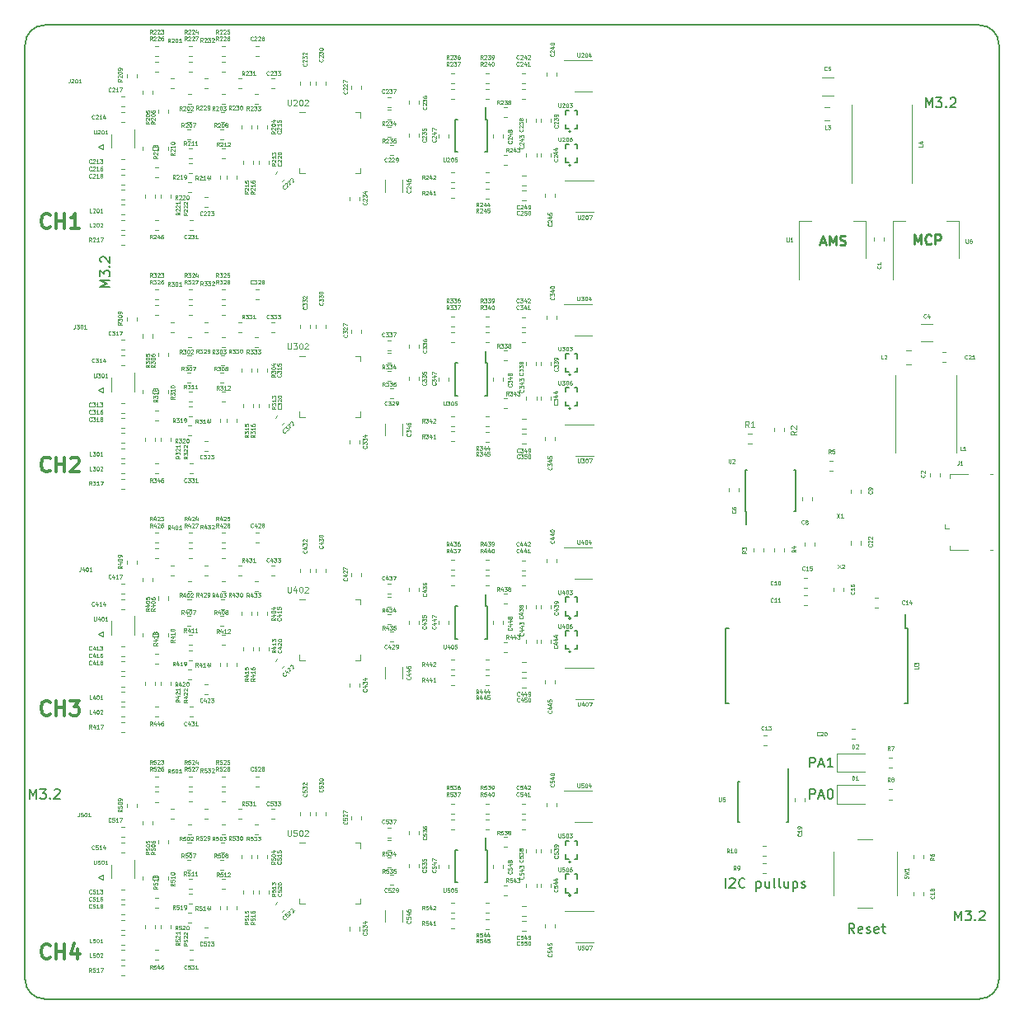
<source format=gbr>
%TF.GenerationSoftware,KiCad,Pcbnew,5.0.2-bee76a0~70~ubuntu18.04.1*%
%TF.CreationDate,2020-09-30T14:13:53+10:00*%
%TF.ProjectId,SDR_board,5344525f-626f-4617-9264-2e6b69636164,rev?*%
%TF.SameCoordinates,Original*%
%TF.FileFunction,Legend,Top*%
%TF.FilePolarity,Positive*%
%FSLAX46Y46*%
G04 Gerber Fmt 4.6, Leading zero omitted, Abs format (unit mm)*
G04 Created by KiCad (PCBNEW 5.0.2-bee76a0~70~ubuntu18.04.1) date Wed 30 Sep 2020 14:13:53 AEST*
%MOMM*%
%LPD*%
G01*
G04 APERTURE LIST*
%ADD10C,0.200000*%
%ADD11C,0.300000*%
%ADD12C,0.250000*%
%ADD13C,0.150000*%
%ADD14C,0.120000*%
%ADD15C,0.127000*%
%ADD16C,0.070000*%
%ADD17C,0.080000*%
%ADD18C,0.015000*%
%ADD19C,0.090000*%
G04 APERTURE END LIST*
D10*
X105583333Y-96202380D02*
X105583333Y-95202380D01*
X105964285Y-95202380D01*
X106059523Y-95250000D01*
X106107142Y-95297619D01*
X106154761Y-95392857D01*
X106154761Y-95535714D01*
X106107142Y-95630952D01*
X106059523Y-95678571D01*
X105964285Y-95726190D01*
X105583333Y-95726190D01*
X106535714Y-95916666D02*
X107011904Y-95916666D01*
X106440476Y-96202380D02*
X106773809Y-95202380D01*
X107107142Y-96202380D01*
X107964285Y-96202380D02*
X107392857Y-96202380D01*
X107678571Y-96202380D02*
X107678571Y-95202380D01*
X107583333Y-95345238D01*
X107488095Y-95440476D01*
X107392857Y-95488095D01*
X105583333Y-99452380D02*
X105583333Y-98452380D01*
X105964285Y-98452380D01*
X106059523Y-98500000D01*
X106107142Y-98547619D01*
X106154761Y-98642857D01*
X106154761Y-98785714D01*
X106107142Y-98880952D01*
X106059523Y-98928571D01*
X105964285Y-98976190D01*
X105583333Y-98976190D01*
X106535714Y-99166666D02*
X107011904Y-99166666D01*
X106440476Y-99452380D02*
X106773809Y-98452380D01*
X107107142Y-99452380D01*
X107630952Y-98452380D02*
X107726190Y-98452380D01*
X107821428Y-98500000D01*
X107869047Y-98547619D01*
X107916666Y-98642857D01*
X107964285Y-98833333D01*
X107964285Y-99071428D01*
X107916666Y-99261904D01*
X107869047Y-99357142D01*
X107821428Y-99404761D01*
X107726190Y-99452380D01*
X107630952Y-99452380D01*
X107535714Y-99404761D01*
X107488095Y-99357142D01*
X107440476Y-99261904D01*
X107392857Y-99071428D01*
X107392857Y-98833333D01*
X107440476Y-98642857D01*
X107488095Y-98547619D01*
X107535714Y-98500000D01*
X107630952Y-98452380D01*
D11*
X27564285Y-115735714D02*
X27492857Y-115807142D01*
X27278571Y-115878571D01*
X27135714Y-115878571D01*
X26921428Y-115807142D01*
X26778571Y-115664285D01*
X26707142Y-115521428D01*
X26635714Y-115235714D01*
X26635714Y-115021428D01*
X26707142Y-114735714D01*
X26778571Y-114592857D01*
X26921428Y-114450000D01*
X27135714Y-114378571D01*
X27278571Y-114378571D01*
X27492857Y-114450000D01*
X27564285Y-114521428D01*
X28207142Y-115878571D02*
X28207142Y-114378571D01*
X28207142Y-115092857D02*
X29064285Y-115092857D01*
X29064285Y-115878571D02*
X29064285Y-114378571D01*
X30421428Y-114878571D02*
X30421428Y-115878571D01*
X30064285Y-114307142D02*
X29707142Y-115378571D01*
X30635714Y-115378571D01*
X27564285Y-90735714D02*
X27492857Y-90807142D01*
X27278571Y-90878571D01*
X27135714Y-90878571D01*
X26921428Y-90807142D01*
X26778571Y-90664285D01*
X26707142Y-90521428D01*
X26635714Y-90235714D01*
X26635714Y-90021428D01*
X26707142Y-89735714D01*
X26778571Y-89592857D01*
X26921428Y-89450000D01*
X27135714Y-89378571D01*
X27278571Y-89378571D01*
X27492857Y-89450000D01*
X27564285Y-89521428D01*
X28207142Y-90878571D02*
X28207142Y-89378571D01*
X28207142Y-90092857D02*
X29064285Y-90092857D01*
X29064285Y-90878571D02*
X29064285Y-89378571D01*
X29635714Y-89378571D02*
X30564285Y-89378571D01*
X30064285Y-89950000D01*
X30278571Y-89950000D01*
X30421428Y-90021428D01*
X30492857Y-90092857D01*
X30564285Y-90235714D01*
X30564285Y-90592857D01*
X30492857Y-90735714D01*
X30421428Y-90807142D01*
X30278571Y-90878571D01*
X29850000Y-90878571D01*
X29707142Y-90807142D01*
X29635714Y-90735714D01*
X27564285Y-65735714D02*
X27492857Y-65807142D01*
X27278571Y-65878571D01*
X27135714Y-65878571D01*
X26921428Y-65807142D01*
X26778571Y-65664285D01*
X26707142Y-65521428D01*
X26635714Y-65235714D01*
X26635714Y-65021428D01*
X26707142Y-64735714D01*
X26778571Y-64592857D01*
X26921428Y-64450000D01*
X27135714Y-64378571D01*
X27278571Y-64378571D01*
X27492857Y-64450000D01*
X27564285Y-64521428D01*
X28207142Y-65878571D02*
X28207142Y-64378571D01*
X28207142Y-65092857D02*
X29064285Y-65092857D01*
X29064285Y-65878571D02*
X29064285Y-64378571D01*
X29707142Y-64521428D02*
X29778571Y-64450000D01*
X29921428Y-64378571D01*
X30278571Y-64378571D01*
X30421428Y-64450000D01*
X30492857Y-64521428D01*
X30564285Y-64664285D01*
X30564285Y-64807142D01*
X30492857Y-65021428D01*
X29635714Y-65878571D01*
X30564285Y-65878571D01*
X27564285Y-40735714D02*
X27492857Y-40807142D01*
X27278571Y-40878571D01*
X27135714Y-40878571D01*
X26921428Y-40807142D01*
X26778571Y-40664285D01*
X26707142Y-40521428D01*
X26635714Y-40235714D01*
X26635714Y-40021428D01*
X26707142Y-39735714D01*
X26778571Y-39592857D01*
X26921428Y-39450000D01*
X27135714Y-39378571D01*
X27278571Y-39378571D01*
X27492857Y-39450000D01*
X27564285Y-39521428D01*
X28207142Y-40878571D02*
X28207142Y-39378571D01*
X28207142Y-40092857D02*
X29064285Y-40092857D01*
X29064285Y-40878571D02*
X29064285Y-39378571D01*
X30564285Y-40878571D02*
X29707142Y-40878571D01*
X30135714Y-40878571D02*
X30135714Y-39378571D01*
X29992857Y-39592857D01*
X29850000Y-39735714D01*
X29707142Y-39807142D01*
D12*
X106664285Y-42316666D02*
X107140476Y-42316666D01*
X106569047Y-42602380D02*
X106902380Y-41602380D01*
X107235714Y-42602380D01*
X107569047Y-42602380D02*
X107569047Y-41602380D01*
X107902380Y-42316666D01*
X108235714Y-41602380D01*
X108235714Y-42602380D01*
X108664285Y-42554761D02*
X108807142Y-42602380D01*
X109045238Y-42602380D01*
X109140476Y-42554761D01*
X109188095Y-42507142D01*
X109235714Y-42411904D01*
X109235714Y-42316666D01*
X109188095Y-42221428D01*
X109140476Y-42173809D01*
X109045238Y-42126190D01*
X108854761Y-42078571D01*
X108759523Y-42030952D01*
X108711904Y-41983333D01*
X108664285Y-41888095D01*
X108664285Y-41792857D01*
X108711904Y-41697619D01*
X108759523Y-41650000D01*
X108854761Y-41602380D01*
X109092857Y-41602380D01*
X109235714Y-41650000D01*
X116316666Y-42502380D02*
X116316666Y-41502380D01*
X116650000Y-42216666D01*
X116983333Y-41502380D01*
X116983333Y-42502380D01*
X118030952Y-42407142D02*
X117983333Y-42454761D01*
X117840476Y-42502380D01*
X117745238Y-42502380D01*
X117602380Y-42454761D01*
X117507142Y-42359523D01*
X117459523Y-42264285D01*
X117411904Y-42073809D01*
X117411904Y-41930952D01*
X117459523Y-41740476D01*
X117507142Y-41645238D01*
X117602380Y-41550000D01*
X117745238Y-41502380D01*
X117840476Y-41502380D01*
X117983333Y-41550000D01*
X118030952Y-41597619D01*
X118459523Y-42502380D02*
X118459523Y-41502380D01*
X118840476Y-41502380D01*
X118935714Y-41550000D01*
X118983333Y-41597619D01*
X119030952Y-41692857D01*
X119030952Y-41835714D01*
X118983333Y-41930952D01*
X118935714Y-41978571D01*
X118840476Y-42026190D01*
X118459523Y-42026190D01*
D13*
X27000000Y-120000000D02*
G75*
G02X25000000Y-118000000I0J2000000D01*
G01*
X125000000Y-118000000D02*
G75*
G02X123000000Y-120000000I-2000000J0D01*
G01*
X123000000Y-20000000D02*
G75*
G02X125000000Y-22000000I0J-2000000D01*
G01*
X25000000Y-22000000D02*
G75*
G02X27000000Y-20000000I2000000J0D01*
G01*
D10*
X110161904Y-113252380D02*
X109828571Y-112776190D01*
X109590476Y-113252380D02*
X109590476Y-112252380D01*
X109971428Y-112252380D01*
X110066666Y-112300000D01*
X110114285Y-112347619D01*
X110161904Y-112442857D01*
X110161904Y-112585714D01*
X110114285Y-112680952D01*
X110066666Y-112728571D01*
X109971428Y-112776190D01*
X109590476Y-112776190D01*
X110971428Y-113204761D02*
X110876190Y-113252380D01*
X110685714Y-113252380D01*
X110590476Y-113204761D01*
X110542857Y-113109523D01*
X110542857Y-112728571D01*
X110590476Y-112633333D01*
X110685714Y-112585714D01*
X110876190Y-112585714D01*
X110971428Y-112633333D01*
X111019047Y-112728571D01*
X111019047Y-112823809D01*
X110542857Y-112919047D01*
X111400000Y-113204761D02*
X111495238Y-113252380D01*
X111685714Y-113252380D01*
X111780952Y-113204761D01*
X111828571Y-113109523D01*
X111828571Y-113061904D01*
X111780952Y-112966666D01*
X111685714Y-112919047D01*
X111542857Y-112919047D01*
X111447619Y-112871428D01*
X111400000Y-112776190D01*
X111400000Y-112728571D01*
X111447619Y-112633333D01*
X111542857Y-112585714D01*
X111685714Y-112585714D01*
X111780952Y-112633333D01*
X112638095Y-113204761D02*
X112542857Y-113252380D01*
X112352380Y-113252380D01*
X112257142Y-113204761D01*
X112209523Y-113109523D01*
X112209523Y-112728571D01*
X112257142Y-112633333D01*
X112352380Y-112585714D01*
X112542857Y-112585714D01*
X112638095Y-112633333D01*
X112685714Y-112728571D01*
X112685714Y-112823809D01*
X112209523Y-112919047D01*
X112971428Y-112585714D02*
X113352380Y-112585714D01*
X113114285Y-112252380D02*
X113114285Y-113109523D01*
X113161904Y-113204761D01*
X113257142Y-113252380D01*
X113352380Y-113252380D01*
X96904761Y-108602380D02*
X96904761Y-107602380D01*
X97333333Y-107697619D02*
X97380952Y-107650000D01*
X97476190Y-107602380D01*
X97714285Y-107602380D01*
X97809523Y-107650000D01*
X97857142Y-107697619D01*
X97904761Y-107792857D01*
X97904761Y-107888095D01*
X97857142Y-108030952D01*
X97285714Y-108602380D01*
X97904761Y-108602380D01*
X98904761Y-108507142D02*
X98857142Y-108554761D01*
X98714285Y-108602380D01*
X98619047Y-108602380D01*
X98476190Y-108554761D01*
X98380952Y-108459523D01*
X98333333Y-108364285D01*
X98285714Y-108173809D01*
X98285714Y-108030952D01*
X98333333Y-107840476D01*
X98380952Y-107745238D01*
X98476190Y-107650000D01*
X98619047Y-107602380D01*
X98714285Y-107602380D01*
X98857142Y-107650000D01*
X98904761Y-107697619D01*
X100095238Y-107935714D02*
X100095238Y-108935714D01*
X100095238Y-107983333D02*
X100190476Y-107935714D01*
X100380952Y-107935714D01*
X100476190Y-107983333D01*
X100523809Y-108030952D01*
X100571428Y-108126190D01*
X100571428Y-108411904D01*
X100523809Y-108507142D01*
X100476190Y-108554761D01*
X100380952Y-108602380D01*
X100190476Y-108602380D01*
X100095238Y-108554761D01*
X101428571Y-107935714D02*
X101428571Y-108602380D01*
X101000000Y-107935714D02*
X101000000Y-108459523D01*
X101047619Y-108554761D01*
X101142857Y-108602380D01*
X101285714Y-108602380D01*
X101380952Y-108554761D01*
X101428571Y-108507142D01*
X102047619Y-108602380D02*
X101952380Y-108554761D01*
X101904761Y-108459523D01*
X101904761Y-107602380D01*
X102571428Y-108602380D02*
X102476190Y-108554761D01*
X102428571Y-108459523D01*
X102428571Y-107602380D01*
X103380952Y-107935714D02*
X103380952Y-108602380D01*
X102952380Y-107935714D02*
X102952380Y-108459523D01*
X103000000Y-108554761D01*
X103095238Y-108602380D01*
X103238095Y-108602380D01*
X103333333Y-108554761D01*
X103380952Y-108507142D01*
X103857142Y-107935714D02*
X103857142Y-108935714D01*
X103857142Y-107983333D02*
X103952380Y-107935714D01*
X104142857Y-107935714D01*
X104238095Y-107983333D01*
X104285714Y-108030952D01*
X104333333Y-108126190D01*
X104333333Y-108411904D01*
X104285714Y-108507142D01*
X104238095Y-108554761D01*
X104142857Y-108602380D01*
X103952380Y-108602380D01*
X103857142Y-108554761D01*
X104714285Y-108554761D02*
X104809523Y-108602380D01*
X105000000Y-108602380D01*
X105095238Y-108554761D01*
X105142857Y-108459523D01*
X105142857Y-108411904D01*
X105095238Y-108316666D01*
X105000000Y-108269047D01*
X104857142Y-108269047D01*
X104761904Y-108221428D01*
X104714285Y-108126190D01*
X104714285Y-108078571D01*
X104761904Y-107983333D01*
X104857142Y-107935714D01*
X105000000Y-107935714D01*
X105095238Y-107983333D01*
D13*
X25000000Y-117999999D02*
X25000000Y-21999999D01*
X123000000Y-120000000D02*
X27000000Y-120000000D01*
X125000000Y-22000000D02*
X125000000Y-118000000D01*
X27000000Y-20000000D02*
X123000000Y-20000000D01*
X115650000Y-81925000D02*
X115375000Y-81925000D01*
X115650000Y-89675000D02*
X115297500Y-89675000D01*
X96950000Y-89675000D02*
X97302500Y-89675000D01*
X96950000Y-81925000D02*
X97302500Y-81925000D01*
X115650000Y-81925000D02*
X115650000Y-89675000D01*
X96950000Y-81925000D02*
X96950000Y-89675000D01*
X115375000Y-81925000D02*
X115375000Y-80500000D01*
D14*
X77490000Y-29946267D02*
X77490000Y-29603733D01*
X76470000Y-29946267D02*
X76470000Y-29603733D01*
X113210000Y-41828733D02*
X113210000Y-42171267D01*
X112190000Y-41828733D02*
X112190000Y-42171267D01*
X118910000Y-66003733D02*
X118910000Y-66346267D01*
X117890000Y-66003733D02*
X117890000Y-66346267D01*
X117010436Y-50690000D02*
X118214564Y-50690000D01*
X117010436Y-52510000D02*
X118214564Y-52510000D01*
X106797936Y-27210000D02*
X108002064Y-27210000D01*
X106797936Y-25390000D02*
X108002064Y-25390000D01*
X97290000Y-67846267D02*
X97290000Y-67503733D01*
X98310000Y-67846267D02*
X98310000Y-67503733D01*
X105810000Y-68846267D02*
X105810000Y-68503733D01*
X104790000Y-68846267D02*
X104790000Y-68503733D01*
X110810000Y-68096267D02*
X110810000Y-67753733D01*
X109790000Y-68096267D02*
X109790000Y-67753733D01*
X105003733Y-77810000D02*
X105346267Y-77810000D01*
X105003733Y-76790000D02*
X105346267Y-76790000D01*
X105003733Y-78540000D02*
X105346267Y-78540000D01*
X105003733Y-79560000D02*
X105346267Y-79560000D01*
X101171267Y-92940000D02*
X100828733Y-92940000D01*
X101171267Y-93960000D02*
X100828733Y-93960000D01*
X112253733Y-79810000D02*
X112596267Y-79810000D01*
X112253733Y-78790000D02*
X112596267Y-78790000D01*
X106060000Y-73128733D02*
X106060000Y-73471267D01*
X105040000Y-73128733D02*
X105040000Y-73471267D01*
X109060000Y-77753733D02*
X109060000Y-78096267D01*
X108040000Y-77753733D02*
X108040000Y-78096267D01*
X116240000Y-109003733D02*
X116240000Y-109346267D01*
X117260000Y-109003733D02*
X117260000Y-109346267D01*
X105060000Y-99378733D02*
X105060000Y-99721267D01*
X104040000Y-99378733D02*
X104040000Y-99721267D01*
X110221267Y-92290000D02*
X109878733Y-92290000D01*
X110221267Y-93310000D02*
X109878733Y-93310000D01*
X119203733Y-54610000D02*
X119546267Y-54610000D01*
X119203733Y-53590000D02*
X119546267Y-53590000D01*
X35221267Y-34810000D02*
X34878733Y-34810000D01*
X35221267Y-33790000D02*
X34878733Y-33790000D01*
X35221267Y-29960000D02*
X34878733Y-29960000D01*
X35221267Y-28940000D02*
X34878733Y-28940000D01*
X49860000Y-30596267D02*
X49860000Y-30253733D01*
X48840000Y-30596267D02*
X48840000Y-30253733D01*
X35221267Y-35340000D02*
X34878733Y-35340000D01*
X35221267Y-36360000D02*
X34878733Y-36360000D01*
X35221267Y-27340000D02*
X34878733Y-27340000D01*
X35221267Y-28360000D02*
X34878733Y-28360000D01*
X35221267Y-36890000D02*
X34878733Y-36890000D01*
X35221267Y-37910000D02*
X34878733Y-37910000D01*
X48990000Y-33898733D02*
X48990000Y-34241267D01*
X50010000Y-33898733D02*
X50010000Y-34241267D01*
X50910480Y-35068271D02*
X50668271Y-35310480D01*
X51631729Y-35789520D02*
X51389520Y-36031729D01*
X43771267Y-38710000D02*
X43428733Y-38710000D01*
X43771267Y-37690000D02*
X43428733Y-37690000D01*
X59510000Y-26596267D02*
X59510000Y-26253733D01*
X58490000Y-26596267D02*
X58490000Y-26253733D01*
X49021267Y-22140000D02*
X48678733Y-22140000D01*
X49021267Y-23160000D02*
X48678733Y-23160000D01*
X62453733Y-32290000D02*
X62796267Y-32290000D01*
X62453733Y-33310000D02*
X62796267Y-33310000D01*
X54815000Y-26146267D02*
X54815000Y-25803733D01*
X55835000Y-26146267D02*
X55835000Y-25803733D01*
X42196267Y-39990000D02*
X41853733Y-39990000D01*
X42196267Y-41010000D02*
X41853733Y-41010000D01*
X54235000Y-26146267D02*
X54235000Y-25803733D01*
X53215000Y-26146267D02*
X53215000Y-25803733D01*
X50646267Y-26510000D02*
X50303733Y-26510000D01*
X50646267Y-25490000D02*
X50303733Y-25490000D01*
X58290000Y-37628733D02*
X58290000Y-37971267D01*
X59310000Y-37628733D02*
X59310000Y-37971267D01*
X65410000Y-31153733D02*
X65410000Y-31496267D01*
X64390000Y-31153733D02*
X64390000Y-31496267D01*
X64390000Y-28121267D02*
X64390000Y-27778733D01*
X65410000Y-28121267D02*
X65410000Y-27778733D01*
X62203733Y-27390000D02*
X62546267Y-27390000D01*
X62203733Y-28410000D02*
X62546267Y-28410000D01*
X77920000Y-29603733D02*
X77920000Y-29946267D01*
X78940000Y-29603733D02*
X78940000Y-29946267D01*
X79610000Y-24853733D02*
X79610000Y-25196267D01*
X78590000Y-24853733D02*
X78590000Y-25196267D01*
X76003733Y-26540000D02*
X76346267Y-26540000D01*
X76003733Y-27560000D02*
X76346267Y-27560000D01*
X76003733Y-24990000D02*
X76346267Y-24990000D01*
X76003733Y-26010000D02*
X76346267Y-26010000D01*
X76476516Y-33149995D02*
X76476516Y-33492529D01*
X77496516Y-33149995D02*
X77496516Y-33492529D01*
X78996516Y-33492529D02*
X78996516Y-33149995D01*
X77976516Y-33492529D02*
X77976516Y-33149995D01*
X79410000Y-37303733D02*
X79410000Y-37646267D01*
X78390000Y-37303733D02*
X78390000Y-37646267D01*
X61940000Y-35910436D02*
X61940000Y-37114564D01*
X63760000Y-35910436D02*
X63760000Y-37114564D01*
X67495000Y-31203733D02*
X67495000Y-31546267D01*
X68515000Y-31203733D02*
X68515000Y-31546267D01*
X73040000Y-31546267D02*
X73040000Y-31203733D01*
X74060000Y-31546267D02*
X74060000Y-31203733D01*
X76053733Y-36460000D02*
X76396267Y-36460000D01*
X76053733Y-35440000D02*
X76396267Y-35440000D01*
X76053733Y-38010000D02*
X76396267Y-38010000D01*
X76053733Y-36990000D02*
X76396267Y-36990000D01*
X35221267Y-58790000D02*
X34878733Y-58790000D01*
X35221267Y-59810000D02*
X34878733Y-59810000D01*
X35221267Y-54960000D02*
X34878733Y-54960000D01*
X35221267Y-53940000D02*
X34878733Y-53940000D01*
X49860000Y-55596267D02*
X49860000Y-55253733D01*
X48840000Y-55596267D02*
X48840000Y-55253733D01*
X35221267Y-61360000D02*
X34878733Y-61360000D01*
X35221267Y-60340000D02*
X34878733Y-60340000D01*
X35221267Y-53360000D02*
X34878733Y-53360000D01*
X35221267Y-52340000D02*
X34878733Y-52340000D01*
X35221267Y-62910000D02*
X34878733Y-62910000D01*
X35221267Y-61890000D02*
X34878733Y-61890000D01*
X50010000Y-58898733D02*
X50010000Y-59241267D01*
X48990000Y-58898733D02*
X48990000Y-59241267D01*
X51631729Y-60789520D02*
X51389520Y-61031729D01*
X50910480Y-60068271D02*
X50668271Y-60310480D01*
X43771267Y-62690000D02*
X43428733Y-62690000D01*
X43771267Y-63710000D02*
X43428733Y-63710000D01*
X58490000Y-51596267D02*
X58490000Y-51253733D01*
X59510000Y-51596267D02*
X59510000Y-51253733D01*
X49021267Y-48160000D02*
X48678733Y-48160000D01*
X49021267Y-47140000D02*
X48678733Y-47140000D01*
X62453733Y-58310000D02*
X62796267Y-58310000D01*
X62453733Y-57290000D02*
X62796267Y-57290000D01*
X55835000Y-51146267D02*
X55835000Y-50803733D01*
X54815000Y-51146267D02*
X54815000Y-50803733D01*
X42196267Y-66010000D02*
X41853733Y-66010000D01*
X42196267Y-64990000D02*
X41853733Y-64990000D01*
X53215000Y-51146267D02*
X53215000Y-50803733D01*
X54235000Y-51146267D02*
X54235000Y-50803733D01*
X50646267Y-50490000D02*
X50303733Y-50490000D01*
X50646267Y-51510000D02*
X50303733Y-51510000D01*
X59310000Y-62628733D02*
X59310000Y-62971267D01*
X58290000Y-62628733D02*
X58290000Y-62971267D01*
X64390000Y-56153733D02*
X64390000Y-56496267D01*
X65410000Y-56153733D02*
X65410000Y-56496267D01*
X65410000Y-53121267D02*
X65410000Y-52778733D01*
X64390000Y-53121267D02*
X64390000Y-52778733D01*
X62203733Y-53410000D02*
X62546267Y-53410000D01*
X62203733Y-52390000D02*
X62546267Y-52390000D01*
X78940000Y-54603733D02*
X78940000Y-54946267D01*
X77920000Y-54603733D02*
X77920000Y-54946267D01*
X76470000Y-54946267D02*
X76470000Y-54603733D01*
X77490000Y-54946267D02*
X77490000Y-54603733D01*
X79610000Y-49853733D02*
X79610000Y-50196267D01*
X78590000Y-49853733D02*
X78590000Y-50196267D01*
X76003733Y-51540000D02*
X76346267Y-51540000D01*
X76003733Y-52560000D02*
X76346267Y-52560000D01*
X76003733Y-51010000D02*
X76346267Y-51010000D01*
X76003733Y-49990000D02*
X76346267Y-49990000D01*
X76476516Y-58149995D02*
X76476516Y-58492529D01*
X77496516Y-58149995D02*
X77496516Y-58492529D01*
X77976516Y-58492529D02*
X77976516Y-58149995D01*
X78996516Y-58492529D02*
X78996516Y-58149995D01*
X78390000Y-62303733D02*
X78390000Y-62646267D01*
X79410000Y-62303733D02*
X79410000Y-62646267D01*
X63760000Y-60910436D02*
X63760000Y-62114564D01*
X61940000Y-60910436D02*
X61940000Y-62114564D01*
X68515000Y-56203733D02*
X68515000Y-56546267D01*
X67495000Y-56203733D02*
X67495000Y-56546267D01*
X74060000Y-56546267D02*
X74060000Y-56203733D01*
X73040000Y-56546267D02*
X73040000Y-56203733D01*
X76053733Y-61460000D02*
X76396267Y-61460000D01*
X76053733Y-60440000D02*
X76396267Y-60440000D01*
X76053733Y-63010000D02*
X76396267Y-63010000D01*
X76053733Y-61990000D02*
X76396267Y-61990000D01*
X35221267Y-83790000D02*
X34878733Y-83790000D01*
X35221267Y-84810000D02*
X34878733Y-84810000D01*
X35221267Y-79960000D02*
X34878733Y-79960000D01*
X35221267Y-78940000D02*
X34878733Y-78940000D01*
X49860000Y-80596267D02*
X49860000Y-80253733D01*
X48840000Y-80596267D02*
X48840000Y-80253733D01*
X35221267Y-86360000D02*
X34878733Y-86360000D01*
X35221267Y-85340000D02*
X34878733Y-85340000D01*
X35221267Y-77340000D02*
X34878733Y-77340000D01*
X35221267Y-78360000D02*
X34878733Y-78360000D01*
X35221267Y-86890000D02*
X34878733Y-86890000D01*
X35221267Y-87910000D02*
X34878733Y-87910000D01*
X48990000Y-83898733D02*
X48990000Y-84241267D01*
X50010000Y-83898733D02*
X50010000Y-84241267D01*
X51631729Y-85789520D02*
X51389520Y-86031729D01*
X50910480Y-85068271D02*
X50668271Y-85310480D01*
X43771267Y-87690000D02*
X43428733Y-87690000D01*
X43771267Y-88710000D02*
X43428733Y-88710000D01*
X58490000Y-76596267D02*
X58490000Y-76253733D01*
X59510000Y-76596267D02*
X59510000Y-76253733D01*
X49021267Y-73160000D02*
X48678733Y-73160000D01*
X49021267Y-72140000D02*
X48678733Y-72140000D01*
X62453733Y-83310000D02*
X62796267Y-83310000D01*
X62453733Y-82290000D02*
X62796267Y-82290000D01*
X55835000Y-76146267D02*
X55835000Y-75803733D01*
X54815000Y-76146267D02*
X54815000Y-75803733D01*
X42196267Y-91010000D02*
X41853733Y-91010000D01*
X42196267Y-89990000D02*
X41853733Y-89990000D01*
X53215000Y-76146267D02*
X53215000Y-75803733D01*
X54235000Y-76146267D02*
X54235000Y-75803733D01*
X50646267Y-76510000D02*
X50303733Y-76510000D01*
X50646267Y-75490000D02*
X50303733Y-75490000D01*
X58290000Y-87628733D02*
X58290000Y-87971267D01*
X59310000Y-87628733D02*
X59310000Y-87971267D01*
X64390000Y-81153733D02*
X64390000Y-81496267D01*
X65410000Y-81153733D02*
X65410000Y-81496267D01*
X64390000Y-78121267D02*
X64390000Y-77778733D01*
X65410000Y-78121267D02*
X65410000Y-77778733D01*
X62203733Y-78410000D02*
X62546267Y-78410000D01*
X62203733Y-77390000D02*
X62546267Y-77390000D01*
X77920000Y-79603733D02*
X77920000Y-79946267D01*
X78940000Y-79603733D02*
X78940000Y-79946267D01*
X77490000Y-79946267D02*
X77490000Y-79603733D01*
X76470000Y-79946267D02*
X76470000Y-79603733D01*
X79610000Y-74853733D02*
X79610000Y-75196267D01*
X78590000Y-74853733D02*
X78590000Y-75196267D01*
X76003733Y-77560000D02*
X76346267Y-77560000D01*
X76003733Y-76540000D02*
X76346267Y-76540000D01*
X76003733Y-74990000D02*
X76346267Y-74990000D01*
X76003733Y-76010000D02*
X76346267Y-76010000D01*
X77496516Y-83149995D02*
X77496516Y-83492529D01*
X76476516Y-83149995D02*
X76476516Y-83492529D01*
X77976516Y-83492529D02*
X77976516Y-83149995D01*
X78996516Y-83492529D02*
X78996516Y-83149995D01*
X78390000Y-87303733D02*
X78390000Y-87646267D01*
X79410000Y-87303733D02*
X79410000Y-87646267D01*
X63760000Y-85910436D02*
X63760000Y-87114564D01*
X61940000Y-85910436D02*
X61940000Y-87114564D01*
X67495000Y-81203733D02*
X67495000Y-81546267D01*
X68515000Y-81203733D02*
X68515000Y-81546267D01*
X73040000Y-81546267D02*
X73040000Y-81203733D01*
X74060000Y-81546267D02*
X74060000Y-81203733D01*
X76053733Y-86460000D02*
X76396267Y-86460000D01*
X76053733Y-85440000D02*
X76396267Y-85440000D01*
X76053733Y-86990000D02*
X76396267Y-86990000D01*
X76053733Y-88010000D02*
X76396267Y-88010000D01*
X35221267Y-109810000D02*
X34878733Y-109810000D01*
X35221267Y-108790000D02*
X34878733Y-108790000D01*
X35221267Y-104960000D02*
X34878733Y-104960000D01*
X35221267Y-103940000D02*
X34878733Y-103940000D01*
X49860000Y-105596267D02*
X49860000Y-105253733D01*
X48840000Y-105596267D02*
X48840000Y-105253733D01*
X35221267Y-110340000D02*
X34878733Y-110340000D01*
X35221267Y-111360000D02*
X34878733Y-111360000D01*
X35221267Y-102340000D02*
X34878733Y-102340000D01*
X35221267Y-103360000D02*
X34878733Y-103360000D01*
X35221267Y-112910000D02*
X34878733Y-112910000D01*
X35221267Y-111890000D02*
X34878733Y-111890000D01*
X48990000Y-108898733D02*
X48990000Y-109241267D01*
X50010000Y-108898733D02*
X50010000Y-109241267D01*
X50910480Y-110068271D02*
X50668271Y-110310480D01*
X51631729Y-110789520D02*
X51389520Y-111031729D01*
X43771267Y-113710000D02*
X43428733Y-113710000D01*
X43771267Y-112690000D02*
X43428733Y-112690000D01*
X58490000Y-101596267D02*
X58490000Y-101253733D01*
X59510000Y-101596267D02*
X59510000Y-101253733D01*
X49021267Y-97140000D02*
X48678733Y-97140000D01*
X49021267Y-98160000D02*
X48678733Y-98160000D01*
X62453733Y-107290000D02*
X62796267Y-107290000D01*
X62453733Y-108310000D02*
X62796267Y-108310000D01*
X54815000Y-101146267D02*
X54815000Y-100803733D01*
X55835000Y-101146267D02*
X55835000Y-100803733D01*
X42196267Y-114990000D02*
X41853733Y-114990000D01*
X42196267Y-116010000D02*
X41853733Y-116010000D01*
X53215000Y-101146267D02*
X53215000Y-100803733D01*
X54235000Y-101146267D02*
X54235000Y-100803733D01*
X50646267Y-101510000D02*
X50303733Y-101510000D01*
X50646267Y-100490000D02*
X50303733Y-100490000D01*
X58290000Y-112628733D02*
X58290000Y-112971267D01*
X59310000Y-112628733D02*
X59310000Y-112971267D01*
X65410000Y-106153733D02*
X65410000Y-106496267D01*
X64390000Y-106153733D02*
X64390000Y-106496267D01*
X65410000Y-103121267D02*
X65410000Y-102778733D01*
X64390000Y-103121267D02*
X64390000Y-102778733D01*
X62203733Y-102390000D02*
X62546267Y-102390000D01*
X62203733Y-103410000D02*
X62546267Y-103410000D01*
X78940000Y-104603733D02*
X78940000Y-104946267D01*
X77920000Y-104603733D02*
X77920000Y-104946267D01*
X77490000Y-104946267D02*
X77490000Y-104603733D01*
X76470000Y-104946267D02*
X76470000Y-104603733D01*
X79610000Y-99853733D02*
X79610000Y-100196267D01*
X78590000Y-99853733D02*
X78590000Y-100196267D01*
X76003733Y-101540000D02*
X76346267Y-101540000D01*
X76003733Y-102560000D02*
X76346267Y-102560000D01*
X76003733Y-101010000D02*
X76346267Y-101010000D01*
X76003733Y-99990000D02*
X76346267Y-99990000D01*
X76476516Y-108149995D02*
X76476516Y-108492529D01*
X77496516Y-108149995D02*
X77496516Y-108492529D01*
X78996516Y-108492529D02*
X78996516Y-108149995D01*
X77976516Y-108492529D02*
X77976516Y-108149995D01*
X79410000Y-112303733D02*
X79410000Y-112646267D01*
X78390000Y-112303733D02*
X78390000Y-112646267D01*
X61940000Y-110910436D02*
X61940000Y-112114564D01*
X63760000Y-110910436D02*
X63760000Y-112114564D01*
X68515000Y-106203733D02*
X68515000Y-106546267D01*
X67495000Y-106203733D02*
X67495000Y-106546267D01*
X73040000Y-106546267D02*
X73040000Y-106203733D01*
X74060000Y-106546267D02*
X74060000Y-106203733D01*
X76053733Y-111460000D02*
X76396267Y-111460000D01*
X76053733Y-110440000D02*
X76396267Y-110440000D01*
X76053733Y-113010000D02*
X76396267Y-113010000D01*
X76053733Y-111990000D02*
X76396267Y-111990000D01*
X111225000Y-98040000D02*
X108365000Y-98040000D01*
X108365000Y-98040000D02*
X108365000Y-99960000D01*
X108365000Y-99960000D02*
X111225000Y-99960000D01*
X108365000Y-96710000D02*
X111225000Y-96710000D01*
X108365000Y-94790000D02*
X108365000Y-96710000D01*
X111225000Y-94790000D02*
X108365000Y-94790000D01*
X119987500Y-73900000D02*
X119987500Y-73450000D01*
X121837500Y-73900000D02*
X119987500Y-73900000D01*
X124387500Y-66100000D02*
X124137500Y-66100000D01*
X124387500Y-73900000D02*
X124137500Y-73900000D01*
X121837500Y-66100000D02*
X119987500Y-66100000D01*
X119987500Y-66100000D02*
X119987500Y-66550000D01*
X119437500Y-71700000D02*
X119437500Y-71250000D01*
X119437500Y-71700000D02*
X119887500Y-71700000D01*
X33020000Y-32750000D02*
X32520000Y-32500000D01*
X33020000Y-32250000D02*
X33020000Y-32750000D01*
X32520000Y-32500000D02*
X33020000Y-32250000D01*
X33020000Y-57750000D02*
X32520000Y-57500000D01*
X33020000Y-57250000D02*
X33020000Y-57750000D01*
X32520000Y-57500000D02*
X33020000Y-57250000D01*
X32520000Y-82500000D02*
X33020000Y-82250000D01*
X33020000Y-82250000D02*
X33020000Y-82750000D01*
X33020000Y-82750000D02*
X32520000Y-82500000D01*
X32520000Y-107500000D02*
X33020000Y-107250000D01*
X33020000Y-107250000D02*
X33020000Y-107750000D01*
X33020000Y-107750000D02*
X32520000Y-107500000D01*
X114400000Y-55925000D02*
X114400000Y-63925000D01*
X120600000Y-55925000D02*
X120600000Y-63925000D01*
X115463748Y-54810000D02*
X115986252Y-54810000D01*
X115463748Y-53390000D02*
X115986252Y-53390000D01*
X107063748Y-28390000D02*
X107586252Y-28390000D01*
X107063748Y-29810000D02*
X107586252Y-29810000D01*
X116100000Y-28200000D02*
X116100000Y-36200000D01*
X109900000Y-28200000D02*
X109900000Y-36200000D01*
X35221267Y-38440000D02*
X34878733Y-38440000D01*
X35221267Y-39460000D02*
X34878733Y-39460000D01*
X34878733Y-39990000D02*
X35221267Y-39990000D01*
X34878733Y-41010000D02*
X35221267Y-41010000D01*
X35221267Y-63440000D02*
X34878733Y-63440000D01*
X35221267Y-64460000D02*
X34878733Y-64460000D01*
X34878733Y-66010000D02*
X35221267Y-66010000D01*
X34878733Y-64990000D02*
X35221267Y-64990000D01*
X35221267Y-88440000D02*
X34878733Y-88440000D01*
X35221267Y-89460000D02*
X34878733Y-89460000D01*
X34878733Y-89990000D02*
X35221267Y-89990000D01*
X34878733Y-91010000D02*
X35221267Y-91010000D01*
X35221267Y-114460000D02*
X34878733Y-114460000D01*
X35221267Y-113440000D02*
X34878733Y-113440000D01*
X34878733Y-114990000D02*
X35221267Y-114990000D01*
X34878733Y-116010000D02*
X35221267Y-116010000D01*
X99790000Y-74096267D02*
X99790000Y-73753733D01*
X100810000Y-74096267D02*
X100810000Y-73753733D01*
X102955002Y-74096267D02*
X102955002Y-73753733D01*
X101935002Y-74096267D02*
X101935002Y-73753733D01*
X107971267Y-64790000D02*
X107628733Y-64790000D01*
X107971267Y-65810000D02*
X107628733Y-65810000D01*
X117260000Y-105253733D02*
X117260000Y-105596267D01*
X116240000Y-105253733D02*
X116240000Y-105596267D01*
X114046267Y-95240000D02*
X113703733Y-95240000D01*
X114046267Y-96260000D02*
X113703733Y-96260000D01*
X114046267Y-99510000D02*
X113703733Y-99510000D01*
X114046267Y-98490000D02*
X113703733Y-98490000D01*
X101096267Y-107060000D02*
X100753733Y-107060000D01*
X101096267Y-106040000D02*
X100753733Y-106040000D01*
X101096267Y-104290000D02*
X100753733Y-104290000D01*
X101096267Y-105310000D02*
X100753733Y-105310000D01*
X40291267Y-25495000D02*
X39948733Y-25495000D01*
X40291267Y-26515000D02*
X39948733Y-26515000D01*
X42021267Y-28940000D02*
X41678733Y-28940000D01*
X42021267Y-29960000D02*
X41678733Y-29960000D01*
X45446267Y-28940000D02*
X45103733Y-28940000D01*
X45446267Y-29960000D02*
X45103733Y-29960000D01*
X48260000Y-30253733D02*
X48260000Y-30596267D01*
X47240000Y-30253733D02*
X47240000Y-30596267D01*
X38090000Y-26753733D02*
X38090000Y-27096267D01*
X37070000Y-26753733D02*
X37070000Y-27096267D01*
X38690000Y-29021267D02*
X38690000Y-28678733D01*
X39710000Y-29021267D02*
X39710000Y-28678733D01*
X41628733Y-30690000D02*
X41971267Y-30690000D01*
X41628733Y-31710000D02*
X41971267Y-31710000D01*
X45053733Y-31710000D02*
X45396267Y-31710000D01*
X45053733Y-30690000D02*
X45396267Y-30690000D01*
X35490000Y-25003733D02*
X35490000Y-25346267D01*
X36510000Y-25003733D02*
X36510000Y-25346267D01*
X39710000Y-32796267D02*
X39710000Y-32453733D01*
X38690000Y-32796267D02*
X38690000Y-32453733D01*
X42146267Y-33660000D02*
X41803733Y-33660000D01*
X42146267Y-32640000D02*
X41803733Y-32640000D01*
X45541267Y-33660000D02*
X45198733Y-33660000D01*
X45541267Y-32640000D02*
X45198733Y-32640000D01*
X48410000Y-34241267D02*
X48410000Y-33898733D01*
X47390000Y-34241267D02*
X47390000Y-33898733D01*
X42146267Y-34190000D02*
X41803733Y-34190000D01*
X42146267Y-35210000D02*
X41803733Y-35210000D01*
X45060000Y-35796267D02*
X45060000Y-35453733D01*
X44040000Y-35796267D02*
X44040000Y-35453733D01*
X45690000Y-35796267D02*
X45690000Y-35453733D01*
X46710000Y-35796267D02*
X46710000Y-35453733D01*
X35221267Y-42610000D02*
X34878733Y-42610000D01*
X35221267Y-41590000D02*
X34878733Y-41590000D01*
X37040000Y-32796267D02*
X37040000Y-32453733D01*
X38060000Y-32796267D02*
X38060000Y-32453733D01*
X38671267Y-35610000D02*
X38328733Y-35610000D01*
X38671267Y-34590000D02*
X38328733Y-34590000D01*
X42046267Y-36145000D02*
X41703733Y-36145000D01*
X42046267Y-37165000D02*
X41703733Y-37165000D01*
X38310000Y-37746267D02*
X38310000Y-37403733D01*
X37290000Y-37746267D02*
X37290000Y-37403733D01*
X38890000Y-37746267D02*
X38890000Y-37403733D01*
X39910000Y-37746267D02*
X39910000Y-37403733D01*
X38671267Y-23160000D02*
X38328733Y-23160000D01*
X38671267Y-22140000D02*
X38328733Y-22140000D01*
X42171267Y-23160000D02*
X41828733Y-23160000D01*
X42171267Y-22140000D02*
X41828733Y-22140000D01*
X45571267Y-22140000D02*
X45228733Y-22140000D01*
X45571267Y-23160000D02*
X45228733Y-23160000D01*
X38671267Y-23745000D02*
X38328733Y-23745000D01*
X38671267Y-24765000D02*
X38328733Y-24765000D01*
X42171267Y-23740000D02*
X41828733Y-23740000D01*
X42171267Y-24760000D02*
X41828733Y-24760000D01*
X45571267Y-23740000D02*
X45228733Y-23740000D01*
X45571267Y-24760000D02*
X45228733Y-24760000D01*
X42071267Y-28110000D02*
X41728733Y-28110000D01*
X42071267Y-27090000D02*
X41728733Y-27090000D01*
X45521267Y-28110000D02*
X45178733Y-28110000D01*
X45521267Y-27090000D02*
X45178733Y-27090000D01*
X47196267Y-25490000D02*
X46853733Y-25490000D01*
X47196267Y-26510000D02*
X46853733Y-26510000D01*
X43746267Y-25495000D02*
X43403733Y-25495000D01*
X43746267Y-26515000D02*
X43403733Y-26515000D01*
X48921267Y-28110000D02*
X48578733Y-28110000D01*
X48921267Y-27090000D02*
X48578733Y-27090000D01*
X62546267Y-28690000D02*
X62203733Y-28690000D01*
X62546267Y-29710000D02*
X62203733Y-29710000D01*
X62546267Y-31510000D02*
X62203733Y-31510000D01*
X62546267Y-30490000D02*
X62203733Y-30490000D01*
X69096267Y-25960000D02*
X68753733Y-25960000D01*
X69096267Y-24940000D02*
X68753733Y-24940000D01*
X68753733Y-27560000D02*
X69096267Y-27560000D01*
X68753733Y-26540000D02*
X69096267Y-26540000D01*
X74496267Y-28390000D02*
X74153733Y-28390000D01*
X74496267Y-29410000D02*
X74153733Y-29410000D01*
X72303733Y-24940000D02*
X72646267Y-24940000D01*
X72303733Y-25960000D02*
X72646267Y-25960000D01*
X72646267Y-27560000D02*
X72303733Y-27560000D01*
X72646267Y-26540000D02*
X72303733Y-26540000D01*
X69096267Y-37760000D02*
X68753733Y-37760000D01*
X69096267Y-36740000D02*
X68753733Y-36740000D01*
X68753733Y-36160000D02*
X69096267Y-36160000D01*
X68753733Y-35140000D02*
X69096267Y-35140000D01*
X74496267Y-34360000D02*
X74153733Y-34360000D01*
X74496267Y-33340000D02*
X74153733Y-33340000D01*
X72303733Y-36790000D02*
X72646267Y-36790000D01*
X72303733Y-37810000D02*
X72646267Y-37810000D01*
X72646267Y-35140000D02*
X72303733Y-35140000D01*
X72646267Y-36160000D02*
X72303733Y-36160000D01*
X38646267Y-41010000D02*
X38303733Y-41010000D01*
X38646267Y-39990000D02*
X38303733Y-39990000D01*
X40291267Y-50495000D02*
X39948733Y-50495000D01*
X40291267Y-51515000D02*
X39948733Y-51515000D01*
X42021267Y-53940000D02*
X41678733Y-53940000D01*
X42021267Y-54960000D02*
X41678733Y-54960000D01*
X45446267Y-53940000D02*
X45103733Y-53940000D01*
X45446267Y-54960000D02*
X45103733Y-54960000D01*
X48260000Y-55253733D02*
X48260000Y-55596267D01*
X47240000Y-55253733D02*
X47240000Y-55596267D01*
X38090000Y-51753733D02*
X38090000Y-52096267D01*
X37070000Y-51753733D02*
X37070000Y-52096267D01*
X38690000Y-54021267D02*
X38690000Y-53678733D01*
X39710000Y-54021267D02*
X39710000Y-53678733D01*
X41628733Y-55690000D02*
X41971267Y-55690000D01*
X41628733Y-56710000D02*
X41971267Y-56710000D01*
X45053733Y-56710000D02*
X45396267Y-56710000D01*
X45053733Y-55690000D02*
X45396267Y-55690000D01*
X35490000Y-50003733D02*
X35490000Y-50346267D01*
X36510000Y-50003733D02*
X36510000Y-50346267D01*
X39710000Y-57796267D02*
X39710000Y-57453733D01*
X38690000Y-57796267D02*
X38690000Y-57453733D01*
X42146267Y-57640000D02*
X41803733Y-57640000D01*
X42146267Y-58660000D02*
X41803733Y-58660000D01*
X45541267Y-57640000D02*
X45198733Y-57640000D01*
X45541267Y-58660000D02*
X45198733Y-58660000D01*
X47390000Y-59241267D02*
X47390000Y-58898733D01*
X48410000Y-59241267D02*
X48410000Y-58898733D01*
X42146267Y-60210000D02*
X41803733Y-60210000D01*
X42146267Y-59190000D02*
X41803733Y-59190000D01*
X44040000Y-60796267D02*
X44040000Y-60453733D01*
X45060000Y-60796267D02*
X45060000Y-60453733D01*
X46710000Y-60796267D02*
X46710000Y-60453733D01*
X45690000Y-60796267D02*
X45690000Y-60453733D01*
X35221267Y-67610000D02*
X34878733Y-67610000D01*
X35221267Y-66590000D02*
X34878733Y-66590000D01*
X37040000Y-57796267D02*
X37040000Y-57453733D01*
X38060000Y-57796267D02*
X38060000Y-57453733D01*
X38671267Y-60610000D02*
X38328733Y-60610000D01*
X38671267Y-59590000D02*
X38328733Y-59590000D01*
X42046267Y-61145000D02*
X41703733Y-61145000D01*
X42046267Y-62165000D02*
X41703733Y-62165000D01*
X38310000Y-62746267D02*
X38310000Y-62403733D01*
X37290000Y-62746267D02*
X37290000Y-62403733D01*
X38890000Y-62746267D02*
X38890000Y-62403733D01*
X39910000Y-62746267D02*
X39910000Y-62403733D01*
X38671267Y-48160000D02*
X38328733Y-48160000D01*
X38671267Y-47140000D02*
X38328733Y-47140000D01*
X42171267Y-48160000D02*
X41828733Y-48160000D01*
X42171267Y-47140000D02*
X41828733Y-47140000D01*
X45571267Y-47140000D02*
X45228733Y-47140000D01*
X45571267Y-48160000D02*
X45228733Y-48160000D01*
X38671267Y-48745000D02*
X38328733Y-48745000D01*
X38671267Y-49765000D02*
X38328733Y-49765000D01*
X42171267Y-48740000D02*
X41828733Y-48740000D01*
X42171267Y-49760000D02*
X41828733Y-49760000D01*
X45571267Y-49760000D02*
X45228733Y-49760000D01*
X45571267Y-48740000D02*
X45228733Y-48740000D01*
X42071267Y-52090000D02*
X41728733Y-52090000D01*
X42071267Y-53110000D02*
X41728733Y-53110000D01*
X45521267Y-53110000D02*
X45178733Y-53110000D01*
X45521267Y-52090000D02*
X45178733Y-52090000D01*
X47196267Y-51510000D02*
X46853733Y-51510000D01*
X47196267Y-50490000D02*
X46853733Y-50490000D01*
X43746267Y-51515000D02*
X43403733Y-51515000D01*
X43746267Y-50495000D02*
X43403733Y-50495000D01*
X48921267Y-52090000D02*
X48578733Y-52090000D01*
X48921267Y-53110000D02*
X48578733Y-53110000D01*
X62546267Y-53690000D02*
X62203733Y-53690000D01*
X62546267Y-54710000D02*
X62203733Y-54710000D01*
X62546267Y-56510000D02*
X62203733Y-56510000D01*
X62546267Y-55490000D02*
X62203733Y-55490000D01*
X69096267Y-49940000D02*
X68753733Y-49940000D01*
X69096267Y-50960000D02*
X68753733Y-50960000D01*
X68753733Y-51540000D02*
X69096267Y-51540000D01*
X68753733Y-52560000D02*
X69096267Y-52560000D01*
X74496267Y-53390000D02*
X74153733Y-53390000D01*
X74496267Y-54410000D02*
X74153733Y-54410000D01*
X72303733Y-49940000D02*
X72646267Y-49940000D01*
X72303733Y-50960000D02*
X72646267Y-50960000D01*
X72646267Y-52560000D02*
X72303733Y-52560000D01*
X72646267Y-51540000D02*
X72303733Y-51540000D01*
X69096267Y-62760000D02*
X68753733Y-62760000D01*
X69096267Y-61740000D02*
X68753733Y-61740000D01*
X68753733Y-60140000D02*
X69096267Y-60140000D01*
X68753733Y-61160000D02*
X69096267Y-61160000D01*
X74496267Y-58340000D02*
X74153733Y-58340000D01*
X74496267Y-59360000D02*
X74153733Y-59360000D01*
X72303733Y-62810000D02*
X72646267Y-62810000D01*
X72303733Y-61790000D02*
X72646267Y-61790000D01*
X72646267Y-61160000D02*
X72303733Y-61160000D01*
X72646267Y-60140000D02*
X72303733Y-60140000D01*
X38646267Y-66010000D02*
X38303733Y-66010000D01*
X38646267Y-64990000D02*
X38303733Y-64990000D01*
X40291267Y-75495000D02*
X39948733Y-75495000D01*
X40291267Y-76515000D02*
X39948733Y-76515000D01*
X42021267Y-78940000D02*
X41678733Y-78940000D01*
X42021267Y-79960000D02*
X41678733Y-79960000D01*
X45446267Y-79960000D02*
X45103733Y-79960000D01*
X45446267Y-78940000D02*
X45103733Y-78940000D01*
X47240000Y-80253733D02*
X47240000Y-80596267D01*
X48260000Y-80253733D02*
X48260000Y-80596267D01*
X38090000Y-76753733D02*
X38090000Y-77096267D01*
X37070000Y-76753733D02*
X37070000Y-77096267D01*
X39710000Y-79021267D02*
X39710000Y-78678733D01*
X38690000Y-79021267D02*
X38690000Y-78678733D01*
X41628733Y-80690000D02*
X41971267Y-80690000D01*
X41628733Y-81710000D02*
X41971267Y-81710000D01*
X45053733Y-81710000D02*
X45396267Y-81710000D01*
X45053733Y-80690000D02*
X45396267Y-80690000D01*
X36510000Y-75003733D02*
X36510000Y-75346267D01*
X35490000Y-75003733D02*
X35490000Y-75346267D01*
X38690000Y-82796267D02*
X38690000Y-82453733D01*
X39710000Y-82796267D02*
X39710000Y-82453733D01*
X42146267Y-82640000D02*
X41803733Y-82640000D01*
X42146267Y-83660000D02*
X41803733Y-83660000D01*
X45541267Y-82640000D02*
X45198733Y-82640000D01*
X45541267Y-83660000D02*
X45198733Y-83660000D01*
X47390000Y-84241267D02*
X47390000Y-83898733D01*
X48410000Y-84241267D02*
X48410000Y-83898733D01*
X42146267Y-84190000D02*
X41803733Y-84190000D01*
X42146267Y-85210000D02*
X41803733Y-85210000D01*
X44040000Y-85796267D02*
X44040000Y-85453733D01*
X45060000Y-85796267D02*
X45060000Y-85453733D01*
X46710000Y-85796267D02*
X46710000Y-85453733D01*
X45690000Y-85796267D02*
X45690000Y-85453733D01*
X35221267Y-91590000D02*
X34878733Y-91590000D01*
X35221267Y-92610000D02*
X34878733Y-92610000D01*
X37040000Y-82796267D02*
X37040000Y-82453733D01*
X38060000Y-82796267D02*
X38060000Y-82453733D01*
X38671267Y-85610000D02*
X38328733Y-85610000D01*
X38671267Y-84590000D02*
X38328733Y-84590000D01*
X42046267Y-86145000D02*
X41703733Y-86145000D01*
X42046267Y-87165000D02*
X41703733Y-87165000D01*
X38310000Y-87746267D02*
X38310000Y-87403733D01*
X37290000Y-87746267D02*
X37290000Y-87403733D01*
X38890000Y-87746267D02*
X38890000Y-87403733D01*
X39910000Y-87746267D02*
X39910000Y-87403733D01*
X38671267Y-73160000D02*
X38328733Y-73160000D01*
X38671267Y-72140000D02*
X38328733Y-72140000D01*
X42171267Y-72140000D02*
X41828733Y-72140000D01*
X42171267Y-73160000D02*
X41828733Y-73160000D01*
X45571267Y-72140000D02*
X45228733Y-72140000D01*
X45571267Y-73160000D02*
X45228733Y-73160000D01*
X38671267Y-73745000D02*
X38328733Y-73745000D01*
X38671267Y-74765000D02*
X38328733Y-74765000D01*
X42171267Y-73740000D02*
X41828733Y-73740000D01*
X42171267Y-74760000D02*
X41828733Y-74760000D01*
X45571267Y-74760000D02*
X45228733Y-74760000D01*
X45571267Y-73740000D02*
X45228733Y-73740000D01*
X42071267Y-77090000D02*
X41728733Y-77090000D01*
X42071267Y-78110000D02*
X41728733Y-78110000D01*
X45521267Y-78110000D02*
X45178733Y-78110000D01*
X45521267Y-77090000D02*
X45178733Y-77090000D01*
X47196267Y-75490000D02*
X46853733Y-75490000D01*
X47196267Y-76510000D02*
X46853733Y-76510000D01*
X43746267Y-75495000D02*
X43403733Y-75495000D01*
X43746267Y-76515000D02*
X43403733Y-76515000D01*
X48921267Y-78110000D02*
X48578733Y-78110000D01*
X48921267Y-77090000D02*
X48578733Y-77090000D01*
X62546267Y-79710000D02*
X62203733Y-79710000D01*
X62546267Y-78690000D02*
X62203733Y-78690000D01*
X62546267Y-81510000D02*
X62203733Y-81510000D01*
X62546267Y-80490000D02*
X62203733Y-80490000D01*
X69096267Y-75960000D02*
X68753733Y-75960000D01*
X69096267Y-74940000D02*
X68753733Y-74940000D01*
X68753733Y-77560000D02*
X69096267Y-77560000D01*
X68753733Y-76540000D02*
X69096267Y-76540000D01*
X74496267Y-79410000D02*
X74153733Y-79410000D01*
X74496267Y-78390000D02*
X74153733Y-78390000D01*
X72303733Y-74940000D02*
X72646267Y-74940000D01*
X72303733Y-75960000D02*
X72646267Y-75960000D01*
X72646267Y-76540000D02*
X72303733Y-76540000D01*
X72646267Y-77560000D02*
X72303733Y-77560000D01*
X69096267Y-86740000D02*
X68753733Y-86740000D01*
X69096267Y-87760000D02*
X68753733Y-87760000D01*
X68753733Y-86160000D02*
X69096267Y-86160000D01*
X68753733Y-85140000D02*
X69096267Y-85140000D01*
X74496267Y-83340000D02*
X74153733Y-83340000D01*
X74496267Y-84360000D02*
X74153733Y-84360000D01*
X72303733Y-87810000D02*
X72646267Y-87810000D01*
X72303733Y-86790000D02*
X72646267Y-86790000D01*
X72646267Y-86160000D02*
X72303733Y-86160000D01*
X72646267Y-85140000D02*
X72303733Y-85140000D01*
X38646267Y-89990000D02*
X38303733Y-89990000D01*
X38646267Y-91010000D02*
X38303733Y-91010000D01*
X40291267Y-101515000D02*
X39948733Y-101515000D01*
X40291267Y-100495000D02*
X39948733Y-100495000D01*
X42021267Y-104960000D02*
X41678733Y-104960000D01*
X42021267Y-103940000D02*
X41678733Y-103940000D01*
X45446267Y-104960000D02*
X45103733Y-104960000D01*
X45446267Y-103940000D02*
X45103733Y-103940000D01*
X47240000Y-105253733D02*
X47240000Y-105596267D01*
X48260000Y-105253733D02*
X48260000Y-105596267D01*
X38090000Y-101753733D02*
X38090000Y-102096267D01*
X37070000Y-101753733D02*
X37070000Y-102096267D01*
X39710000Y-104021267D02*
X39710000Y-103678733D01*
X38690000Y-104021267D02*
X38690000Y-103678733D01*
X41628733Y-106710000D02*
X41971267Y-106710000D01*
X41628733Y-105690000D02*
X41971267Y-105690000D01*
X45053733Y-105690000D02*
X45396267Y-105690000D01*
X45053733Y-106710000D02*
X45396267Y-106710000D01*
X36510000Y-100003733D02*
X36510000Y-100346267D01*
X35490000Y-100003733D02*
X35490000Y-100346267D01*
X39710000Y-107796267D02*
X39710000Y-107453733D01*
X38690000Y-107796267D02*
X38690000Y-107453733D01*
X42146267Y-107640000D02*
X41803733Y-107640000D01*
X42146267Y-108660000D02*
X41803733Y-108660000D01*
X45541267Y-107640000D02*
X45198733Y-107640000D01*
X45541267Y-108660000D02*
X45198733Y-108660000D01*
X47390000Y-109241267D02*
X47390000Y-108898733D01*
X48410000Y-109241267D02*
X48410000Y-108898733D01*
X42146267Y-110210000D02*
X41803733Y-110210000D01*
X42146267Y-109190000D02*
X41803733Y-109190000D01*
X44040000Y-110796267D02*
X44040000Y-110453733D01*
X45060000Y-110796267D02*
X45060000Y-110453733D01*
X46710000Y-110796267D02*
X46710000Y-110453733D01*
X45690000Y-110796267D02*
X45690000Y-110453733D01*
X35221267Y-116590000D02*
X34878733Y-116590000D01*
X35221267Y-117610000D02*
X34878733Y-117610000D01*
X37040000Y-107796267D02*
X37040000Y-107453733D01*
X38060000Y-107796267D02*
X38060000Y-107453733D01*
X38671267Y-109590000D02*
X38328733Y-109590000D01*
X38671267Y-110610000D02*
X38328733Y-110610000D01*
X42046267Y-112165000D02*
X41703733Y-112165000D01*
X42046267Y-111145000D02*
X41703733Y-111145000D01*
X37290000Y-112746267D02*
X37290000Y-112403733D01*
X38310000Y-112746267D02*
X38310000Y-112403733D01*
X39910000Y-112746267D02*
X39910000Y-112403733D01*
X38890000Y-112746267D02*
X38890000Y-112403733D01*
X38671267Y-97140000D02*
X38328733Y-97140000D01*
X38671267Y-98160000D02*
X38328733Y-98160000D01*
X42171267Y-97140000D02*
X41828733Y-97140000D01*
X42171267Y-98160000D02*
X41828733Y-98160000D01*
X45571267Y-98160000D02*
X45228733Y-98160000D01*
X45571267Y-97140000D02*
X45228733Y-97140000D01*
X38671267Y-99765000D02*
X38328733Y-99765000D01*
X38671267Y-98745000D02*
X38328733Y-98745000D01*
X42171267Y-99760000D02*
X41828733Y-99760000D01*
X42171267Y-98740000D02*
X41828733Y-98740000D01*
X45571267Y-98740000D02*
X45228733Y-98740000D01*
X45571267Y-99760000D02*
X45228733Y-99760000D01*
X42071267Y-102090000D02*
X41728733Y-102090000D01*
X42071267Y-103110000D02*
X41728733Y-103110000D01*
X45521267Y-103110000D02*
X45178733Y-103110000D01*
X45521267Y-102090000D02*
X45178733Y-102090000D01*
X47196267Y-101510000D02*
X46853733Y-101510000D01*
X47196267Y-100490000D02*
X46853733Y-100490000D01*
X43746267Y-101515000D02*
X43403733Y-101515000D01*
X43746267Y-100495000D02*
X43403733Y-100495000D01*
X48921267Y-102090000D02*
X48578733Y-102090000D01*
X48921267Y-103110000D02*
X48578733Y-103110000D01*
X62546267Y-104710000D02*
X62203733Y-104710000D01*
X62546267Y-103690000D02*
X62203733Y-103690000D01*
X62546267Y-105490000D02*
X62203733Y-105490000D01*
X62546267Y-106510000D02*
X62203733Y-106510000D01*
X69096267Y-99940000D02*
X68753733Y-99940000D01*
X69096267Y-100960000D02*
X68753733Y-100960000D01*
X68753733Y-101540000D02*
X69096267Y-101540000D01*
X68753733Y-102560000D02*
X69096267Y-102560000D01*
X74496267Y-103390000D02*
X74153733Y-103390000D01*
X74496267Y-104410000D02*
X74153733Y-104410000D01*
X72303733Y-100960000D02*
X72646267Y-100960000D01*
X72303733Y-99940000D02*
X72646267Y-99940000D01*
X72646267Y-102560000D02*
X72303733Y-102560000D01*
X72646267Y-101540000D02*
X72303733Y-101540000D01*
X69096267Y-112760000D02*
X68753733Y-112760000D01*
X69096267Y-111740000D02*
X68753733Y-111740000D01*
X68753733Y-111160000D02*
X69096267Y-111160000D01*
X68753733Y-110140000D02*
X69096267Y-110140000D01*
X74496267Y-109360000D02*
X74153733Y-109360000D01*
X74496267Y-108340000D02*
X74153733Y-108340000D01*
X72303733Y-111790000D02*
X72646267Y-111790000D01*
X72303733Y-112810000D02*
X72646267Y-112810000D01*
X72646267Y-110140000D02*
X72303733Y-110140000D01*
X72646267Y-111160000D02*
X72303733Y-111160000D01*
X38646267Y-114990000D02*
X38303733Y-114990000D01*
X38646267Y-116010000D02*
X38303733Y-116010000D01*
X108000000Y-104850000D02*
X108000000Y-109350000D01*
X112000000Y-103600000D02*
X110500000Y-103600000D01*
X114500000Y-109350000D02*
X114500000Y-104850000D01*
X110500000Y-110600000D02*
X112000000Y-110600000D01*
X111310000Y-40140000D02*
X110050000Y-40140000D01*
X104490000Y-40140000D02*
X105750000Y-40140000D01*
X111310000Y-43900000D02*
X111310000Y-40140000D01*
X104490000Y-46150000D02*
X104490000Y-40140000D01*
D13*
X98975000Y-69875000D02*
X99025000Y-69875000D01*
X98975000Y-65725000D02*
X99120000Y-65725000D01*
X104125000Y-65725000D02*
X103980000Y-65725000D01*
X104125000Y-69875000D02*
X103980000Y-69875000D01*
X98975000Y-69875000D02*
X98975000Y-65725000D01*
X104125000Y-69875000D02*
X104125000Y-65725000D01*
X99025000Y-69875000D02*
X99025000Y-71275000D01*
X103325000Y-97725000D02*
X103325000Y-96325000D01*
X98225000Y-97725000D02*
X98225000Y-101875000D01*
X103375000Y-97725000D02*
X103375000Y-101875000D01*
X98225000Y-97725000D02*
X98370000Y-97725000D01*
X98225000Y-101875000D02*
X98370000Y-101875000D01*
X103375000Y-101875000D02*
X103230000Y-101875000D01*
X103375000Y-97725000D02*
X103325000Y-97725000D01*
D14*
X120910000Y-40140000D02*
X119650000Y-40140000D01*
X114090000Y-40140000D02*
X115350000Y-40140000D01*
X120910000Y-43900000D02*
X120910000Y-40140000D01*
X114090000Y-46150000D02*
X114090000Y-40140000D01*
X36210000Y-32600000D02*
X36210000Y-30700000D01*
X33890000Y-31200000D02*
X33890000Y-32600000D01*
D10*
X81025000Y-30928500D02*
G75*
G03X81025000Y-30928500I-100000J0D01*
G01*
D15*
X81695000Y-28755000D02*
X81695000Y-29227500D01*
X81695000Y-28755000D02*
X81397500Y-28755000D01*
X81695000Y-30645000D02*
X81695000Y-30172500D01*
X81695000Y-30645000D02*
X81397500Y-30645000D01*
X80505000Y-30645000D02*
X80505000Y-30172500D01*
X80505000Y-30645000D02*
X80802500Y-30645000D01*
X80505000Y-28755000D02*
X80505000Y-29227500D01*
X80505000Y-28755000D02*
X80802500Y-28755000D01*
D14*
X83250000Y-23640000D02*
X80300000Y-23640000D01*
X81450000Y-26860000D02*
X83250000Y-26860000D01*
D13*
X72475000Y-29675000D02*
X72250000Y-29675000D01*
X72475000Y-33025000D02*
X72175000Y-33025000D01*
X69125000Y-33025000D02*
X69425000Y-33025000D01*
X69125000Y-29675000D02*
X69425000Y-29675000D01*
X72475000Y-29675000D02*
X72475000Y-33025000D01*
X69125000Y-29675000D02*
X69125000Y-33025000D01*
X72250000Y-29675000D02*
X72250000Y-28450000D01*
D15*
X80505000Y-32205000D02*
X80802500Y-32205000D01*
X80505000Y-32205000D02*
X80505000Y-32677500D01*
X80505000Y-34095000D02*
X80802500Y-34095000D01*
X80505000Y-34095000D02*
X80505000Y-33622500D01*
X81695000Y-34095000D02*
X81397500Y-34095000D01*
X81695000Y-34095000D02*
X81695000Y-33622500D01*
X81695000Y-32205000D02*
X81397500Y-32205000D01*
X81695000Y-32205000D02*
X81695000Y-32677500D01*
D10*
X81025000Y-34378500D02*
G75*
G03X81025000Y-34378500I-100000J0D01*
G01*
D14*
X81550000Y-39210000D02*
X83350000Y-39210000D01*
X83350000Y-35990000D02*
X80400000Y-35990000D01*
X33890000Y-56200000D02*
X33890000Y-57600000D01*
X36210000Y-57600000D02*
X36210000Y-55700000D01*
D10*
X81025000Y-55928500D02*
G75*
G03X81025000Y-55928500I-100000J0D01*
G01*
D15*
X81695000Y-53755000D02*
X81695000Y-54227500D01*
X81695000Y-53755000D02*
X81397500Y-53755000D01*
X81695000Y-55645000D02*
X81695000Y-55172500D01*
X81695000Y-55645000D02*
X81397500Y-55645000D01*
X80505000Y-55645000D02*
X80505000Y-55172500D01*
X80505000Y-55645000D02*
X80802500Y-55645000D01*
X80505000Y-53755000D02*
X80505000Y-54227500D01*
X80505000Y-53755000D02*
X80802500Y-53755000D01*
D14*
X81450000Y-51860000D02*
X83250000Y-51860000D01*
X83250000Y-48640000D02*
X80300000Y-48640000D01*
D13*
X72250000Y-54675000D02*
X72250000Y-53450000D01*
X69125000Y-54675000D02*
X69125000Y-58025000D01*
X72475000Y-54675000D02*
X72475000Y-58025000D01*
X69125000Y-54675000D02*
X69425000Y-54675000D01*
X69125000Y-58025000D02*
X69425000Y-58025000D01*
X72475000Y-58025000D02*
X72175000Y-58025000D01*
X72475000Y-54675000D02*
X72250000Y-54675000D01*
D15*
X80505000Y-57205000D02*
X80802500Y-57205000D01*
X80505000Y-57205000D02*
X80505000Y-57677500D01*
X80505000Y-59095000D02*
X80802500Y-59095000D01*
X80505000Y-59095000D02*
X80505000Y-58622500D01*
X81695000Y-59095000D02*
X81397500Y-59095000D01*
X81695000Y-59095000D02*
X81695000Y-58622500D01*
X81695000Y-57205000D02*
X81397500Y-57205000D01*
X81695000Y-57205000D02*
X81695000Y-57677500D01*
D10*
X81025000Y-59378500D02*
G75*
G03X81025000Y-59378500I-100000J0D01*
G01*
D14*
X83350000Y-60990000D02*
X80400000Y-60990000D01*
X81550000Y-64210000D02*
X83350000Y-64210000D01*
X33890000Y-81200000D02*
X33890000Y-82600000D01*
X36210000Y-82600000D02*
X36210000Y-80700000D01*
D10*
X81025000Y-80928500D02*
G75*
G03X81025000Y-80928500I-100000J0D01*
G01*
D15*
X81695000Y-78755000D02*
X81695000Y-79227500D01*
X81695000Y-78755000D02*
X81397500Y-78755000D01*
X81695000Y-80645000D02*
X81695000Y-80172500D01*
X81695000Y-80645000D02*
X81397500Y-80645000D01*
X80505000Y-80645000D02*
X80505000Y-80172500D01*
X80505000Y-80645000D02*
X80802500Y-80645000D01*
X80505000Y-78755000D02*
X80505000Y-79227500D01*
X80505000Y-78755000D02*
X80802500Y-78755000D01*
D14*
X81450000Y-76860000D02*
X83250000Y-76860000D01*
X83250000Y-73640000D02*
X80300000Y-73640000D01*
D13*
X72475000Y-79675000D02*
X72250000Y-79675000D01*
X72475000Y-83025000D02*
X72175000Y-83025000D01*
X69125000Y-83025000D02*
X69425000Y-83025000D01*
X69125000Y-79675000D02*
X69425000Y-79675000D01*
X72475000Y-79675000D02*
X72475000Y-83025000D01*
X69125000Y-79675000D02*
X69125000Y-83025000D01*
X72250000Y-79675000D02*
X72250000Y-78450000D01*
D15*
X80505000Y-82205000D02*
X80802500Y-82205000D01*
X80505000Y-82205000D02*
X80505000Y-82677500D01*
X80505000Y-84095000D02*
X80802500Y-84095000D01*
X80505000Y-84095000D02*
X80505000Y-83622500D01*
X81695000Y-84095000D02*
X81397500Y-84095000D01*
X81695000Y-84095000D02*
X81695000Y-83622500D01*
X81695000Y-82205000D02*
X81397500Y-82205000D01*
X81695000Y-82205000D02*
X81695000Y-82677500D01*
D10*
X81025000Y-84378500D02*
G75*
G03X81025000Y-84378500I-100000J0D01*
G01*
D14*
X83350000Y-85990000D02*
X80400000Y-85990000D01*
X81550000Y-89210000D02*
X83350000Y-89210000D01*
X36210000Y-107600000D02*
X36210000Y-105700000D01*
X33890000Y-106200000D02*
X33890000Y-107600000D01*
D10*
X81025000Y-105928500D02*
G75*
G03X81025000Y-105928500I-100000J0D01*
G01*
D15*
X81695000Y-103755000D02*
X81695000Y-104227500D01*
X81695000Y-103755000D02*
X81397500Y-103755000D01*
X81695000Y-105645000D02*
X81695000Y-105172500D01*
X81695000Y-105645000D02*
X81397500Y-105645000D01*
X80505000Y-105645000D02*
X80505000Y-105172500D01*
X80505000Y-105645000D02*
X80802500Y-105645000D01*
X80505000Y-103755000D02*
X80505000Y-104227500D01*
X80505000Y-103755000D02*
X80802500Y-103755000D01*
D14*
X81450000Y-101860000D02*
X83250000Y-101860000D01*
X83250000Y-98640000D02*
X80300000Y-98640000D01*
D13*
X72250000Y-104675000D02*
X72250000Y-103450000D01*
X69125000Y-104675000D02*
X69125000Y-108025000D01*
X72475000Y-104675000D02*
X72475000Y-108025000D01*
X69125000Y-104675000D02*
X69425000Y-104675000D01*
X69125000Y-108025000D02*
X69425000Y-108025000D01*
X72475000Y-108025000D02*
X72175000Y-108025000D01*
X72475000Y-104675000D02*
X72250000Y-104675000D01*
D15*
X80505000Y-107205000D02*
X80802500Y-107205000D01*
X80505000Y-107205000D02*
X80505000Y-107677500D01*
X80505000Y-109095000D02*
X80802500Y-109095000D01*
X80505000Y-109095000D02*
X80505000Y-108622500D01*
X81695000Y-109095000D02*
X81397500Y-109095000D01*
X81695000Y-109095000D02*
X81695000Y-108622500D01*
X81695000Y-107205000D02*
X81397500Y-107205000D01*
X81695000Y-107205000D02*
X81695000Y-107677500D01*
D10*
X81025000Y-109378500D02*
G75*
G03X81025000Y-109378500I-100000J0D01*
G01*
D14*
X83350000Y-110990000D02*
X80400000Y-110990000D01*
X81550000Y-114210000D02*
X83350000Y-114210000D01*
X110810000Y-73003733D02*
X110810000Y-73346267D01*
X109790000Y-73003733D02*
X109790000Y-73346267D01*
X53165000Y-28965000D02*
X53710000Y-28965000D01*
X59435000Y-28965000D02*
X58890000Y-28965000D01*
X59435000Y-29510000D02*
X59435000Y-28965000D01*
X59435000Y-35235000D02*
X58890000Y-35235000D01*
X59435000Y-34690000D02*
X59435000Y-35235000D01*
X53165000Y-35235000D02*
X53710000Y-35235000D01*
X53165000Y-34690000D02*
X53165000Y-35235000D01*
X53165000Y-59690000D02*
X53165000Y-60235000D01*
X53165000Y-60235000D02*
X53710000Y-60235000D01*
X59435000Y-59690000D02*
X59435000Y-60235000D01*
X59435000Y-60235000D02*
X58890000Y-60235000D01*
X59435000Y-54510000D02*
X59435000Y-53965000D01*
X59435000Y-53965000D02*
X58890000Y-53965000D01*
X53165000Y-53965000D02*
X53710000Y-53965000D01*
X53165000Y-78965000D02*
X53710000Y-78965000D01*
X59435000Y-78965000D02*
X58890000Y-78965000D01*
X59435000Y-79510000D02*
X59435000Y-78965000D01*
X59435000Y-85235000D02*
X58890000Y-85235000D01*
X59435000Y-84690000D02*
X59435000Y-85235000D01*
X53165000Y-85235000D02*
X53710000Y-85235000D01*
X53165000Y-84690000D02*
X53165000Y-85235000D01*
X53165000Y-109690000D02*
X53165000Y-110235000D01*
X53165000Y-110235000D02*
X53710000Y-110235000D01*
X59435000Y-109690000D02*
X59435000Y-110235000D01*
X59435000Y-110235000D02*
X58890000Y-110235000D01*
X59435000Y-104510000D02*
X59435000Y-103965000D01*
X59435000Y-103965000D02*
X58890000Y-103965000D01*
X53165000Y-103965000D02*
X53710000Y-103965000D01*
X99596267Y-61939999D02*
X99253733Y-61939999D01*
X99596267Y-62959999D02*
X99253733Y-62959999D01*
X101935002Y-61746266D02*
X101935002Y-61403732D01*
X102955002Y-61746266D02*
X102955002Y-61403732D01*
D16*
X116355952Y-86104761D02*
X116679761Y-86104761D01*
X116717857Y-86085714D01*
X116736904Y-86066666D01*
X116755952Y-86028571D01*
X116755952Y-85952380D01*
X116736904Y-85914285D01*
X116717857Y-85895238D01*
X116679761Y-85876190D01*
X116355952Y-85876190D01*
X116355952Y-85723809D02*
X116355952Y-85476190D01*
X116508333Y-85609523D01*
X116508333Y-85552380D01*
X116527380Y-85514285D01*
X116546428Y-85495238D01*
X116584523Y-85476190D01*
X116679761Y-85476190D01*
X116717857Y-85495238D01*
X116736904Y-85514285D01*
X116755952Y-85552380D01*
X116755952Y-85666666D01*
X116736904Y-85704761D01*
X116717857Y-85723809D01*
D13*
X120476190Y-111952380D02*
X120476190Y-110952380D01*
X120809523Y-111666666D01*
X121142857Y-110952380D01*
X121142857Y-111952380D01*
X121523809Y-110952380D02*
X122142857Y-110952380D01*
X121809523Y-111333333D01*
X121952380Y-111333333D01*
X122047619Y-111380952D01*
X122095238Y-111428571D01*
X122142857Y-111523809D01*
X122142857Y-111761904D01*
X122095238Y-111857142D01*
X122047619Y-111904761D01*
X121952380Y-111952380D01*
X121666666Y-111952380D01*
X121571428Y-111904761D01*
X121523809Y-111857142D01*
X122571428Y-111857142D02*
X122619047Y-111904761D01*
X122571428Y-111952380D01*
X122523809Y-111904761D01*
X122571428Y-111857142D01*
X122571428Y-111952380D01*
X123000000Y-111047619D02*
X123047619Y-111000000D01*
X123142857Y-110952380D01*
X123380952Y-110952380D01*
X123476190Y-111000000D01*
X123523809Y-111047619D01*
X123571428Y-111142857D01*
X123571428Y-111238095D01*
X123523809Y-111380952D01*
X122952380Y-111952380D01*
X123571428Y-111952380D01*
X117476190Y-28452380D02*
X117476190Y-27452380D01*
X117809523Y-28166666D01*
X118142857Y-27452380D01*
X118142857Y-28452380D01*
X118523809Y-27452380D02*
X119142857Y-27452380D01*
X118809523Y-27833333D01*
X118952380Y-27833333D01*
X119047619Y-27880952D01*
X119095238Y-27928571D01*
X119142857Y-28023809D01*
X119142857Y-28261904D01*
X119095238Y-28357142D01*
X119047619Y-28404761D01*
X118952380Y-28452380D01*
X118666666Y-28452380D01*
X118571428Y-28404761D01*
X118523809Y-28357142D01*
X119571428Y-28357142D02*
X119619047Y-28404761D01*
X119571428Y-28452380D01*
X119523809Y-28404761D01*
X119571428Y-28357142D01*
X119571428Y-28452380D01*
X120000000Y-27547619D02*
X120047619Y-27500000D01*
X120142857Y-27452380D01*
X120380952Y-27452380D01*
X120476190Y-27500000D01*
X120523809Y-27547619D01*
X120571428Y-27642857D01*
X120571428Y-27738095D01*
X120523809Y-27880952D01*
X119952380Y-28452380D01*
X120571428Y-28452380D01*
X33702380Y-46873809D02*
X32702380Y-46873809D01*
X33416666Y-46540476D01*
X32702380Y-46207142D01*
X33702380Y-46207142D01*
X32702380Y-45826190D02*
X32702380Y-45207142D01*
X33083333Y-45540476D01*
X33083333Y-45397619D01*
X33130952Y-45302380D01*
X33178571Y-45254761D01*
X33273809Y-45207142D01*
X33511904Y-45207142D01*
X33607142Y-45254761D01*
X33654761Y-45302380D01*
X33702380Y-45397619D01*
X33702380Y-45683333D01*
X33654761Y-45778571D01*
X33607142Y-45826190D01*
X33607142Y-44778571D02*
X33654761Y-44730952D01*
X33702380Y-44778571D01*
X33654761Y-44826190D01*
X33607142Y-44778571D01*
X33702380Y-44778571D01*
X32797619Y-44350000D02*
X32750000Y-44302380D01*
X32702380Y-44207142D01*
X32702380Y-43969047D01*
X32750000Y-43873809D01*
X32797619Y-43826190D01*
X32892857Y-43778571D01*
X32988095Y-43778571D01*
X33130952Y-43826190D01*
X33702380Y-44397619D01*
X33702380Y-43778571D01*
D16*
X79692857Y-30297619D02*
X79711904Y-30316666D01*
X79730952Y-30373809D01*
X79730952Y-30411904D01*
X79711904Y-30469047D01*
X79673809Y-30507142D01*
X79635714Y-30526190D01*
X79559523Y-30545238D01*
X79502380Y-30545238D01*
X79426190Y-30526190D01*
X79388095Y-30507142D01*
X79350000Y-30469047D01*
X79330952Y-30411904D01*
X79330952Y-30373809D01*
X79350000Y-30316666D01*
X79369047Y-30297619D01*
X79369047Y-30145238D02*
X79350000Y-30126190D01*
X79330952Y-30088095D01*
X79330952Y-29992857D01*
X79350000Y-29954761D01*
X79369047Y-29935714D01*
X79407142Y-29916666D01*
X79445238Y-29916666D01*
X79502380Y-29935714D01*
X79730952Y-30164285D01*
X79730952Y-29916666D01*
X79330952Y-29783333D02*
X79330952Y-29535714D01*
X79483333Y-29669047D01*
X79483333Y-29611904D01*
X79502380Y-29573809D01*
X79521428Y-29554761D01*
X79559523Y-29535714D01*
X79654761Y-29535714D01*
X79692857Y-29554761D01*
X79711904Y-29573809D01*
X79730952Y-29611904D01*
X79730952Y-29726190D01*
X79711904Y-29764285D01*
X79692857Y-29783333D01*
X79730952Y-29345238D02*
X79730952Y-29269047D01*
X79711904Y-29230952D01*
X79692857Y-29211904D01*
X79635714Y-29173809D01*
X79559523Y-29154761D01*
X79407142Y-29154761D01*
X79369047Y-29173809D01*
X79350000Y-29192857D01*
X79330952Y-29230952D01*
X79330952Y-29307142D01*
X79350000Y-29345238D01*
X79369047Y-29364285D01*
X79407142Y-29383333D01*
X79502380Y-29383333D01*
X79540476Y-29364285D01*
X79559523Y-29345238D01*
X79578571Y-29307142D01*
X79578571Y-29230952D01*
X79559523Y-29192857D01*
X79540476Y-29173809D01*
X79502380Y-29154761D01*
X112842857Y-44741666D02*
X112861904Y-44760714D01*
X112880952Y-44817857D01*
X112880952Y-44855952D01*
X112861904Y-44913095D01*
X112823809Y-44951190D01*
X112785714Y-44970238D01*
X112709523Y-44989285D01*
X112652380Y-44989285D01*
X112576190Y-44970238D01*
X112538095Y-44951190D01*
X112500000Y-44913095D01*
X112480952Y-44855952D01*
X112480952Y-44817857D01*
X112500000Y-44760714D01*
X112519047Y-44741666D01*
X112880952Y-44360714D02*
X112880952Y-44589285D01*
X112880952Y-44475000D02*
X112480952Y-44475000D01*
X112538095Y-44513095D01*
X112576190Y-44551190D01*
X112595238Y-44589285D01*
X117342857Y-66166666D02*
X117361904Y-66185714D01*
X117380952Y-66242857D01*
X117380952Y-66280952D01*
X117361904Y-66338095D01*
X117323809Y-66376190D01*
X117285714Y-66395238D01*
X117209523Y-66414285D01*
X117152380Y-66414285D01*
X117076190Y-66395238D01*
X117038095Y-66376190D01*
X117000000Y-66338095D01*
X116980952Y-66280952D01*
X116980952Y-66242857D01*
X117000000Y-66185714D01*
X117019047Y-66166666D01*
X117019047Y-66014285D02*
X117000000Y-65995238D01*
X116980952Y-65957142D01*
X116980952Y-65861904D01*
X117000000Y-65823809D01*
X117019047Y-65804761D01*
X117057142Y-65785714D01*
X117095238Y-65785714D01*
X117152380Y-65804761D01*
X117380952Y-66033333D01*
X117380952Y-65785714D01*
X117533333Y-50042857D02*
X117514285Y-50061904D01*
X117457142Y-50080952D01*
X117419047Y-50080952D01*
X117361904Y-50061904D01*
X117323809Y-50023809D01*
X117304761Y-49985714D01*
X117285714Y-49909523D01*
X117285714Y-49852380D01*
X117304761Y-49776190D01*
X117323809Y-49738095D01*
X117361904Y-49700000D01*
X117419047Y-49680952D01*
X117457142Y-49680952D01*
X117514285Y-49700000D01*
X117533333Y-49719047D01*
X117876190Y-49814285D02*
X117876190Y-50080952D01*
X117780952Y-49661904D02*
X117685714Y-49947619D01*
X117933333Y-49947619D01*
X107333333Y-24622857D02*
X107314285Y-24641904D01*
X107257142Y-24660952D01*
X107219047Y-24660952D01*
X107161904Y-24641904D01*
X107123809Y-24603809D01*
X107104761Y-24565714D01*
X107085714Y-24489523D01*
X107085714Y-24432380D01*
X107104761Y-24356190D01*
X107123809Y-24318095D01*
X107161904Y-24280000D01*
X107219047Y-24260952D01*
X107257142Y-24260952D01*
X107314285Y-24280000D01*
X107333333Y-24299047D01*
X107695238Y-24260952D02*
X107504761Y-24260952D01*
X107485714Y-24451428D01*
X107504761Y-24432380D01*
X107542857Y-24413333D01*
X107638095Y-24413333D01*
X107676190Y-24432380D01*
X107695238Y-24451428D01*
X107714285Y-24489523D01*
X107714285Y-24584761D01*
X107695238Y-24622857D01*
X107676190Y-24641904D01*
X107638095Y-24660952D01*
X107542857Y-24660952D01*
X107504761Y-24641904D01*
X107485714Y-24622857D01*
X97942857Y-69866666D02*
X97961904Y-69885714D01*
X97980952Y-69942857D01*
X97980952Y-69980952D01*
X97961904Y-70038095D01*
X97923809Y-70076190D01*
X97885714Y-70095238D01*
X97809523Y-70114285D01*
X97752380Y-70114285D01*
X97676190Y-70095238D01*
X97638095Y-70076190D01*
X97600000Y-70038095D01*
X97580952Y-69980952D01*
X97580952Y-69942857D01*
X97600000Y-69885714D01*
X97619047Y-69866666D01*
X97580952Y-69523809D02*
X97580952Y-69600000D01*
X97600000Y-69638095D01*
X97619047Y-69657142D01*
X97676190Y-69695238D01*
X97752380Y-69714285D01*
X97904761Y-69714285D01*
X97942857Y-69695238D01*
X97961904Y-69676190D01*
X97980952Y-69638095D01*
X97980952Y-69561904D01*
X97961904Y-69523809D01*
X97942857Y-69504761D01*
X97904761Y-69485714D01*
X97809523Y-69485714D01*
X97771428Y-69504761D01*
X97752380Y-69523809D01*
X97733333Y-69561904D01*
X97733333Y-69638095D01*
X97752380Y-69676190D01*
X97771428Y-69695238D01*
X97809523Y-69714285D01*
X104983333Y-71192857D02*
X104964285Y-71211904D01*
X104907142Y-71230952D01*
X104869047Y-71230952D01*
X104811904Y-71211904D01*
X104773809Y-71173809D01*
X104754761Y-71135714D01*
X104735714Y-71059523D01*
X104735714Y-71002380D01*
X104754761Y-70926190D01*
X104773809Y-70888095D01*
X104811904Y-70850000D01*
X104869047Y-70830952D01*
X104907142Y-70830952D01*
X104964285Y-70850000D01*
X104983333Y-70869047D01*
X105211904Y-71002380D02*
X105173809Y-70983333D01*
X105154761Y-70964285D01*
X105135714Y-70926190D01*
X105135714Y-70907142D01*
X105154761Y-70869047D01*
X105173809Y-70850000D01*
X105211904Y-70830952D01*
X105288095Y-70830952D01*
X105326190Y-70850000D01*
X105345238Y-70869047D01*
X105364285Y-70907142D01*
X105364285Y-70926190D01*
X105345238Y-70964285D01*
X105326190Y-70983333D01*
X105288095Y-71002380D01*
X105211904Y-71002380D01*
X105173809Y-71021428D01*
X105154761Y-71040476D01*
X105135714Y-71078571D01*
X105135714Y-71154761D01*
X105154761Y-71192857D01*
X105173809Y-71211904D01*
X105211904Y-71230952D01*
X105288095Y-71230952D01*
X105326190Y-71211904D01*
X105345238Y-71192857D01*
X105364285Y-71154761D01*
X105364285Y-71078571D01*
X105345238Y-71040476D01*
X105326190Y-71021428D01*
X105288095Y-71002380D01*
X111942857Y-67866666D02*
X111961904Y-67885714D01*
X111980952Y-67942857D01*
X111980952Y-67980952D01*
X111961904Y-68038095D01*
X111923809Y-68076190D01*
X111885714Y-68095238D01*
X111809523Y-68114285D01*
X111752380Y-68114285D01*
X111676190Y-68095238D01*
X111638095Y-68076190D01*
X111600000Y-68038095D01*
X111580952Y-67980952D01*
X111580952Y-67942857D01*
X111600000Y-67885714D01*
X111619047Y-67866666D01*
X111980952Y-67676190D02*
X111980952Y-67600000D01*
X111961904Y-67561904D01*
X111942857Y-67542857D01*
X111885714Y-67504761D01*
X111809523Y-67485714D01*
X111657142Y-67485714D01*
X111619047Y-67504761D01*
X111600000Y-67523809D01*
X111580952Y-67561904D01*
X111580952Y-67638095D01*
X111600000Y-67676190D01*
X111619047Y-67695238D01*
X111657142Y-67714285D01*
X111752380Y-67714285D01*
X111790476Y-67695238D01*
X111809523Y-67676190D01*
X111828571Y-67638095D01*
X111828571Y-67561904D01*
X111809523Y-67523809D01*
X111790476Y-67504761D01*
X111752380Y-67485714D01*
X101792857Y-77442857D02*
X101773809Y-77461904D01*
X101716666Y-77480952D01*
X101678571Y-77480952D01*
X101621428Y-77461904D01*
X101583333Y-77423809D01*
X101564285Y-77385714D01*
X101545238Y-77309523D01*
X101545238Y-77252380D01*
X101564285Y-77176190D01*
X101583333Y-77138095D01*
X101621428Y-77100000D01*
X101678571Y-77080952D01*
X101716666Y-77080952D01*
X101773809Y-77100000D01*
X101792857Y-77119047D01*
X102173809Y-77480952D02*
X101945238Y-77480952D01*
X102059523Y-77480952D02*
X102059523Y-77080952D01*
X102021428Y-77138095D01*
X101983333Y-77176190D01*
X101945238Y-77195238D01*
X102421428Y-77080952D02*
X102459523Y-77080952D01*
X102497619Y-77100000D01*
X102516666Y-77119047D01*
X102535714Y-77157142D01*
X102554761Y-77233333D01*
X102554761Y-77328571D01*
X102535714Y-77404761D01*
X102516666Y-77442857D01*
X102497619Y-77461904D01*
X102459523Y-77480952D01*
X102421428Y-77480952D01*
X102383333Y-77461904D01*
X102364285Y-77442857D01*
X102345238Y-77404761D01*
X102326190Y-77328571D01*
X102326190Y-77233333D01*
X102345238Y-77157142D01*
X102364285Y-77119047D01*
X102383333Y-77100000D01*
X102421428Y-77080952D01*
X101792857Y-79192857D02*
X101773809Y-79211904D01*
X101716666Y-79230952D01*
X101678571Y-79230952D01*
X101621428Y-79211904D01*
X101583333Y-79173809D01*
X101564285Y-79135714D01*
X101545238Y-79059523D01*
X101545238Y-79002380D01*
X101564285Y-78926190D01*
X101583333Y-78888095D01*
X101621428Y-78850000D01*
X101678571Y-78830952D01*
X101716666Y-78830952D01*
X101773809Y-78850000D01*
X101792857Y-78869047D01*
X102173809Y-79230952D02*
X101945238Y-79230952D01*
X102059523Y-79230952D02*
X102059523Y-78830952D01*
X102021428Y-78888095D01*
X101983333Y-78926190D01*
X101945238Y-78945238D01*
X102554761Y-79230952D02*
X102326190Y-79230952D01*
X102440476Y-79230952D02*
X102440476Y-78830952D01*
X102402380Y-78888095D01*
X102364285Y-78926190D01*
X102326190Y-78945238D01*
X100842857Y-92342857D02*
X100823809Y-92361904D01*
X100766666Y-92380952D01*
X100728571Y-92380952D01*
X100671428Y-92361904D01*
X100633333Y-92323809D01*
X100614285Y-92285714D01*
X100595238Y-92209523D01*
X100595238Y-92152380D01*
X100614285Y-92076190D01*
X100633333Y-92038095D01*
X100671428Y-92000000D01*
X100728571Y-91980952D01*
X100766666Y-91980952D01*
X100823809Y-92000000D01*
X100842857Y-92019047D01*
X101223809Y-92380952D02*
X100995238Y-92380952D01*
X101109523Y-92380952D02*
X101109523Y-91980952D01*
X101071428Y-92038095D01*
X101033333Y-92076190D01*
X100995238Y-92095238D01*
X101357142Y-91980952D02*
X101604761Y-91980952D01*
X101471428Y-92133333D01*
X101528571Y-92133333D01*
X101566666Y-92152380D01*
X101585714Y-92171428D01*
X101604761Y-92209523D01*
X101604761Y-92304761D01*
X101585714Y-92342857D01*
X101566666Y-92361904D01*
X101528571Y-92380952D01*
X101414285Y-92380952D01*
X101376190Y-92361904D01*
X101357142Y-92342857D01*
X115292857Y-79442857D02*
X115273809Y-79461904D01*
X115216666Y-79480952D01*
X115178571Y-79480952D01*
X115121428Y-79461904D01*
X115083333Y-79423809D01*
X115064285Y-79385714D01*
X115045238Y-79309523D01*
X115045238Y-79252380D01*
X115064285Y-79176190D01*
X115083333Y-79138095D01*
X115121428Y-79100000D01*
X115178571Y-79080952D01*
X115216666Y-79080952D01*
X115273809Y-79100000D01*
X115292857Y-79119047D01*
X115673809Y-79480952D02*
X115445238Y-79480952D01*
X115559523Y-79480952D02*
X115559523Y-79080952D01*
X115521428Y-79138095D01*
X115483333Y-79176190D01*
X115445238Y-79195238D01*
X116016666Y-79214285D02*
X116016666Y-79480952D01*
X115921428Y-79061904D02*
X115826190Y-79347619D01*
X116073809Y-79347619D01*
X105042857Y-75942857D02*
X105023809Y-75961904D01*
X104966666Y-75980952D01*
X104928571Y-75980952D01*
X104871428Y-75961904D01*
X104833333Y-75923809D01*
X104814285Y-75885714D01*
X104795238Y-75809523D01*
X104795238Y-75752380D01*
X104814285Y-75676190D01*
X104833333Y-75638095D01*
X104871428Y-75600000D01*
X104928571Y-75580952D01*
X104966666Y-75580952D01*
X105023809Y-75600000D01*
X105042857Y-75619047D01*
X105423809Y-75980952D02*
X105195238Y-75980952D01*
X105309523Y-75980952D02*
X105309523Y-75580952D01*
X105271428Y-75638095D01*
X105233333Y-75676190D01*
X105195238Y-75695238D01*
X105785714Y-75580952D02*
X105595238Y-75580952D01*
X105576190Y-75771428D01*
X105595238Y-75752380D01*
X105633333Y-75733333D01*
X105728571Y-75733333D01*
X105766666Y-75752380D01*
X105785714Y-75771428D01*
X105804761Y-75809523D01*
X105804761Y-75904761D01*
X105785714Y-75942857D01*
X105766666Y-75961904D01*
X105728571Y-75980952D01*
X105633333Y-75980952D01*
X105595238Y-75961904D01*
X105576190Y-75942857D01*
X110122857Y-78182142D02*
X110141904Y-78201190D01*
X110160952Y-78258333D01*
X110160952Y-78296428D01*
X110141904Y-78353571D01*
X110103809Y-78391666D01*
X110065714Y-78410714D01*
X109989523Y-78429761D01*
X109932380Y-78429761D01*
X109856190Y-78410714D01*
X109818095Y-78391666D01*
X109780000Y-78353571D01*
X109760952Y-78296428D01*
X109760952Y-78258333D01*
X109780000Y-78201190D01*
X109799047Y-78182142D01*
X110160952Y-77801190D02*
X110160952Y-78029761D01*
X110160952Y-77915476D02*
X109760952Y-77915476D01*
X109818095Y-77953571D01*
X109856190Y-77991666D01*
X109875238Y-78029761D01*
X109760952Y-77458333D02*
X109760952Y-77534523D01*
X109780000Y-77572619D01*
X109799047Y-77591666D01*
X109856190Y-77629761D01*
X109932380Y-77648809D01*
X110084761Y-77648809D01*
X110122857Y-77629761D01*
X110141904Y-77610714D01*
X110160952Y-77572619D01*
X110160952Y-77496428D01*
X110141904Y-77458333D01*
X110122857Y-77439285D01*
X110084761Y-77420238D01*
X109989523Y-77420238D01*
X109951428Y-77439285D01*
X109932380Y-77458333D01*
X109913333Y-77496428D01*
X109913333Y-77572619D01*
X109932380Y-77610714D01*
X109951428Y-77629761D01*
X109989523Y-77648809D01*
X118322857Y-109432142D02*
X118341904Y-109451190D01*
X118360952Y-109508333D01*
X118360952Y-109546428D01*
X118341904Y-109603571D01*
X118303809Y-109641666D01*
X118265714Y-109660714D01*
X118189523Y-109679761D01*
X118132380Y-109679761D01*
X118056190Y-109660714D01*
X118018095Y-109641666D01*
X117980000Y-109603571D01*
X117960952Y-109546428D01*
X117960952Y-109508333D01*
X117980000Y-109451190D01*
X117999047Y-109432142D01*
X118360952Y-109051190D02*
X118360952Y-109279761D01*
X118360952Y-109165476D02*
X117960952Y-109165476D01*
X118018095Y-109203571D01*
X118056190Y-109241666D01*
X118075238Y-109279761D01*
X118132380Y-108822619D02*
X118113333Y-108860714D01*
X118094285Y-108879761D01*
X118056190Y-108898809D01*
X118037142Y-108898809D01*
X117999047Y-108879761D01*
X117980000Y-108860714D01*
X117960952Y-108822619D01*
X117960952Y-108746428D01*
X117980000Y-108708333D01*
X117999047Y-108689285D01*
X118037142Y-108670238D01*
X118056190Y-108670238D01*
X118094285Y-108689285D01*
X118113333Y-108708333D01*
X118132380Y-108746428D01*
X118132380Y-108822619D01*
X118151428Y-108860714D01*
X118170476Y-108879761D01*
X118208571Y-108898809D01*
X118284761Y-108898809D01*
X118322857Y-108879761D01*
X118341904Y-108860714D01*
X118360952Y-108822619D01*
X118360952Y-108746428D01*
X118341904Y-108708333D01*
X118322857Y-108689285D01*
X118284761Y-108670238D01*
X118208571Y-108670238D01*
X118170476Y-108689285D01*
X118151428Y-108708333D01*
X118132380Y-108746428D01*
X104692857Y-103057142D02*
X104711904Y-103076190D01*
X104730952Y-103133333D01*
X104730952Y-103171428D01*
X104711904Y-103228571D01*
X104673809Y-103266666D01*
X104635714Y-103285714D01*
X104559523Y-103304761D01*
X104502380Y-103304761D01*
X104426190Y-103285714D01*
X104388095Y-103266666D01*
X104350000Y-103228571D01*
X104330952Y-103171428D01*
X104330952Y-103133333D01*
X104350000Y-103076190D01*
X104369047Y-103057142D01*
X104730952Y-102676190D02*
X104730952Y-102904761D01*
X104730952Y-102790476D02*
X104330952Y-102790476D01*
X104388095Y-102828571D01*
X104426190Y-102866666D01*
X104445238Y-102904761D01*
X104730952Y-102485714D02*
X104730952Y-102409523D01*
X104711904Y-102371428D01*
X104692857Y-102352380D01*
X104635714Y-102314285D01*
X104559523Y-102295238D01*
X104407142Y-102295238D01*
X104369047Y-102314285D01*
X104350000Y-102333333D01*
X104330952Y-102371428D01*
X104330952Y-102447619D01*
X104350000Y-102485714D01*
X104369047Y-102504761D01*
X104407142Y-102523809D01*
X104502380Y-102523809D01*
X104540476Y-102504761D01*
X104559523Y-102485714D01*
X104578571Y-102447619D01*
X104578571Y-102371428D01*
X104559523Y-102333333D01*
X104540476Y-102314285D01*
X104502380Y-102295238D01*
X106542857Y-92942857D02*
X106523809Y-92961904D01*
X106466666Y-92980952D01*
X106428571Y-92980952D01*
X106371428Y-92961904D01*
X106333333Y-92923809D01*
X106314285Y-92885714D01*
X106295238Y-92809523D01*
X106295238Y-92752380D01*
X106314285Y-92676190D01*
X106333333Y-92638095D01*
X106371428Y-92600000D01*
X106428571Y-92580952D01*
X106466666Y-92580952D01*
X106523809Y-92600000D01*
X106542857Y-92619047D01*
X106695238Y-92619047D02*
X106714285Y-92600000D01*
X106752380Y-92580952D01*
X106847619Y-92580952D01*
X106885714Y-92600000D01*
X106904761Y-92619047D01*
X106923809Y-92657142D01*
X106923809Y-92695238D01*
X106904761Y-92752380D01*
X106676190Y-92980952D01*
X106923809Y-92980952D01*
X107171428Y-92580952D02*
X107209523Y-92580952D01*
X107247619Y-92600000D01*
X107266666Y-92619047D01*
X107285714Y-92657142D01*
X107304761Y-92733333D01*
X107304761Y-92828571D01*
X107285714Y-92904761D01*
X107266666Y-92942857D01*
X107247619Y-92961904D01*
X107209523Y-92980952D01*
X107171428Y-92980952D01*
X107133333Y-92961904D01*
X107114285Y-92942857D01*
X107095238Y-92904761D01*
X107076190Y-92828571D01*
X107076190Y-92733333D01*
X107095238Y-92657142D01*
X107114285Y-92619047D01*
X107133333Y-92600000D01*
X107171428Y-92580952D01*
X121742857Y-54242857D02*
X121723809Y-54261904D01*
X121666666Y-54280952D01*
X121628571Y-54280952D01*
X121571428Y-54261904D01*
X121533333Y-54223809D01*
X121514285Y-54185714D01*
X121495238Y-54109523D01*
X121495238Y-54052380D01*
X121514285Y-53976190D01*
X121533333Y-53938095D01*
X121571428Y-53900000D01*
X121628571Y-53880952D01*
X121666666Y-53880952D01*
X121723809Y-53900000D01*
X121742857Y-53919047D01*
X121895238Y-53919047D02*
X121914285Y-53900000D01*
X121952380Y-53880952D01*
X122047619Y-53880952D01*
X122085714Y-53900000D01*
X122104761Y-53919047D01*
X122123809Y-53957142D01*
X122123809Y-53995238D01*
X122104761Y-54052380D01*
X121876190Y-54280952D01*
X122123809Y-54280952D01*
X122504761Y-54280952D02*
X122276190Y-54280952D01*
X122390476Y-54280952D02*
X122390476Y-53880952D01*
X122352380Y-53938095D01*
X122314285Y-53976190D01*
X122276190Y-53995238D01*
X31802380Y-34142857D02*
X31783333Y-34161904D01*
X31726190Y-34180952D01*
X31688095Y-34180952D01*
X31630952Y-34161904D01*
X31592857Y-34123809D01*
X31573809Y-34085714D01*
X31554761Y-34009523D01*
X31554761Y-33952380D01*
X31573809Y-33876190D01*
X31592857Y-33838095D01*
X31630952Y-33800000D01*
X31688095Y-33780952D01*
X31726190Y-33780952D01*
X31783333Y-33800000D01*
X31802380Y-33819047D01*
X31954761Y-33819047D02*
X31973809Y-33800000D01*
X32011904Y-33780952D01*
X32107142Y-33780952D01*
X32145238Y-33800000D01*
X32164285Y-33819047D01*
X32183333Y-33857142D01*
X32183333Y-33895238D01*
X32164285Y-33952380D01*
X31935714Y-34180952D01*
X32183333Y-34180952D01*
X32564285Y-34180952D02*
X32335714Y-34180952D01*
X32450000Y-34180952D02*
X32450000Y-33780952D01*
X32411904Y-33838095D01*
X32373809Y-33876190D01*
X32335714Y-33895238D01*
X32697619Y-33780952D02*
X32945238Y-33780952D01*
X32811904Y-33933333D01*
X32869047Y-33933333D01*
X32907142Y-33952380D01*
X32926190Y-33971428D01*
X32945238Y-34009523D01*
X32945238Y-34104761D01*
X32926190Y-34142857D01*
X32907142Y-34161904D01*
X32869047Y-34180952D01*
X32754761Y-34180952D01*
X32716666Y-34161904D01*
X32697619Y-34142857D01*
X32102380Y-29592857D02*
X32083333Y-29611904D01*
X32026190Y-29630952D01*
X31988095Y-29630952D01*
X31930952Y-29611904D01*
X31892857Y-29573809D01*
X31873809Y-29535714D01*
X31854761Y-29459523D01*
X31854761Y-29402380D01*
X31873809Y-29326190D01*
X31892857Y-29288095D01*
X31930952Y-29250000D01*
X31988095Y-29230952D01*
X32026190Y-29230952D01*
X32083333Y-29250000D01*
X32102380Y-29269047D01*
X32254761Y-29269047D02*
X32273809Y-29250000D01*
X32311904Y-29230952D01*
X32407142Y-29230952D01*
X32445238Y-29250000D01*
X32464285Y-29269047D01*
X32483333Y-29307142D01*
X32483333Y-29345238D01*
X32464285Y-29402380D01*
X32235714Y-29630952D01*
X32483333Y-29630952D01*
X32864285Y-29630952D02*
X32635714Y-29630952D01*
X32750000Y-29630952D02*
X32750000Y-29230952D01*
X32711904Y-29288095D01*
X32673809Y-29326190D01*
X32635714Y-29345238D01*
X33207142Y-29364285D02*
X33207142Y-29630952D01*
X33111904Y-29211904D02*
X33016666Y-29497619D01*
X33264285Y-29497619D01*
X51242857Y-30897619D02*
X51261904Y-30916666D01*
X51280952Y-30973809D01*
X51280952Y-31011904D01*
X51261904Y-31069047D01*
X51223809Y-31107142D01*
X51185714Y-31126190D01*
X51109523Y-31145238D01*
X51052380Y-31145238D01*
X50976190Y-31126190D01*
X50938095Y-31107142D01*
X50900000Y-31069047D01*
X50880952Y-31011904D01*
X50880952Y-30973809D01*
X50900000Y-30916666D01*
X50919047Y-30897619D01*
X50919047Y-30745238D02*
X50900000Y-30726190D01*
X50880952Y-30688095D01*
X50880952Y-30592857D01*
X50900000Y-30554761D01*
X50919047Y-30535714D01*
X50957142Y-30516666D01*
X50995238Y-30516666D01*
X51052380Y-30535714D01*
X51280952Y-30764285D01*
X51280952Y-30516666D01*
X51280952Y-30135714D02*
X51280952Y-30364285D01*
X51280952Y-30250000D02*
X50880952Y-30250000D01*
X50938095Y-30288095D01*
X50976190Y-30326190D01*
X50995238Y-30364285D01*
X50880952Y-29773809D02*
X50880952Y-29964285D01*
X51071428Y-29983333D01*
X51052380Y-29964285D01*
X51033333Y-29926190D01*
X51033333Y-29830952D01*
X51052380Y-29792857D01*
X51071428Y-29773809D01*
X51109523Y-29754761D01*
X51204761Y-29754761D01*
X51242857Y-29773809D01*
X51261904Y-29792857D01*
X51280952Y-29830952D01*
X51280952Y-29926190D01*
X51261904Y-29964285D01*
X51242857Y-29983333D01*
X31802380Y-34892857D02*
X31783333Y-34911904D01*
X31726190Y-34930952D01*
X31688095Y-34930952D01*
X31630952Y-34911904D01*
X31592857Y-34873809D01*
X31573809Y-34835714D01*
X31554761Y-34759523D01*
X31554761Y-34702380D01*
X31573809Y-34626190D01*
X31592857Y-34588095D01*
X31630952Y-34550000D01*
X31688095Y-34530952D01*
X31726190Y-34530952D01*
X31783333Y-34550000D01*
X31802380Y-34569047D01*
X31954761Y-34569047D02*
X31973809Y-34550000D01*
X32011904Y-34530952D01*
X32107142Y-34530952D01*
X32145238Y-34550000D01*
X32164285Y-34569047D01*
X32183333Y-34607142D01*
X32183333Y-34645238D01*
X32164285Y-34702380D01*
X31935714Y-34930952D01*
X32183333Y-34930952D01*
X32564285Y-34930952D02*
X32335714Y-34930952D01*
X32450000Y-34930952D02*
X32450000Y-34530952D01*
X32411904Y-34588095D01*
X32373809Y-34626190D01*
X32335714Y-34645238D01*
X32907142Y-34530952D02*
X32830952Y-34530952D01*
X32792857Y-34550000D01*
X32773809Y-34569047D01*
X32735714Y-34626190D01*
X32716666Y-34702380D01*
X32716666Y-34854761D01*
X32735714Y-34892857D01*
X32754761Y-34911904D01*
X32792857Y-34930952D01*
X32869047Y-34930952D01*
X32907142Y-34911904D01*
X32926190Y-34892857D01*
X32945238Y-34854761D01*
X32945238Y-34759523D01*
X32926190Y-34721428D01*
X32907142Y-34702380D01*
X32869047Y-34683333D01*
X32792857Y-34683333D01*
X32754761Y-34702380D01*
X32735714Y-34721428D01*
X32716666Y-34759523D01*
X33802380Y-26792857D02*
X33783333Y-26811904D01*
X33726190Y-26830952D01*
X33688095Y-26830952D01*
X33630952Y-26811904D01*
X33592857Y-26773809D01*
X33573809Y-26735714D01*
X33554761Y-26659523D01*
X33554761Y-26602380D01*
X33573809Y-26526190D01*
X33592857Y-26488095D01*
X33630952Y-26450000D01*
X33688095Y-26430952D01*
X33726190Y-26430952D01*
X33783333Y-26450000D01*
X33802380Y-26469047D01*
X33954761Y-26469047D02*
X33973809Y-26450000D01*
X34011904Y-26430952D01*
X34107142Y-26430952D01*
X34145238Y-26450000D01*
X34164285Y-26469047D01*
X34183333Y-26507142D01*
X34183333Y-26545238D01*
X34164285Y-26602380D01*
X33935714Y-26830952D01*
X34183333Y-26830952D01*
X34564285Y-26830952D02*
X34335714Y-26830952D01*
X34450000Y-26830952D02*
X34450000Y-26430952D01*
X34411904Y-26488095D01*
X34373809Y-26526190D01*
X34335714Y-26545238D01*
X34697619Y-26430952D02*
X34964285Y-26430952D01*
X34792857Y-26830952D01*
X31802380Y-35642857D02*
X31783333Y-35661904D01*
X31726190Y-35680952D01*
X31688095Y-35680952D01*
X31630952Y-35661904D01*
X31592857Y-35623809D01*
X31573809Y-35585714D01*
X31554761Y-35509523D01*
X31554761Y-35452380D01*
X31573809Y-35376190D01*
X31592857Y-35338095D01*
X31630952Y-35300000D01*
X31688095Y-35280952D01*
X31726190Y-35280952D01*
X31783333Y-35300000D01*
X31802380Y-35319047D01*
X31954761Y-35319047D02*
X31973809Y-35300000D01*
X32011904Y-35280952D01*
X32107142Y-35280952D01*
X32145238Y-35300000D01*
X32164285Y-35319047D01*
X32183333Y-35357142D01*
X32183333Y-35395238D01*
X32164285Y-35452380D01*
X31935714Y-35680952D01*
X32183333Y-35680952D01*
X32564285Y-35680952D02*
X32335714Y-35680952D01*
X32450000Y-35680952D02*
X32450000Y-35280952D01*
X32411904Y-35338095D01*
X32373809Y-35376190D01*
X32335714Y-35395238D01*
X32792857Y-35452380D02*
X32754761Y-35433333D01*
X32735714Y-35414285D01*
X32716666Y-35376190D01*
X32716666Y-35357142D01*
X32735714Y-35319047D01*
X32754761Y-35300000D01*
X32792857Y-35280952D01*
X32869047Y-35280952D01*
X32907142Y-35300000D01*
X32926190Y-35319047D01*
X32945238Y-35357142D01*
X32945238Y-35376190D01*
X32926190Y-35414285D01*
X32907142Y-35433333D01*
X32869047Y-35452380D01*
X32792857Y-35452380D01*
X32754761Y-35471428D01*
X32735714Y-35490476D01*
X32716666Y-35528571D01*
X32716666Y-35604761D01*
X32735714Y-35642857D01*
X32754761Y-35661904D01*
X32792857Y-35680952D01*
X32869047Y-35680952D01*
X32907142Y-35661904D01*
X32926190Y-35642857D01*
X32945238Y-35604761D01*
X32945238Y-35528571D01*
X32926190Y-35490476D01*
X32907142Y-35471428D01*
X32869047Y-35452380D01*
X51292857Y-34197619D02*
X51311904Y-34216666D01*
X51330952Y-34273809D01*
X51330952Y-34311904D01*
X51311904Y-34369047D01*
X51273809Y-34407142D01*
X51235714Y-34426190D01*
X51159523Y-34445238D01*
X51102380Y-34445238D01*
X51026190Y-34426190D01*
X50988095Y-34407142D01*
X50950000Y-34369047D01*
X50930952Y-34311904D01*
X50930952Y-34273809D01*
X50950000Y-34216666D01*
X50969047Y-34197619D01*
X50969047Y-34045238D02*
X50950000Y-34026190D01*
X50930952Y-33988095D01*
X50930952Y-33892857D01*
X50950000Y-33854761D01*
X50969047Y-33835714D01*
X51007142Y-33816666D01*
X51045238Y-33816666D01*
X51102380Y-33835714D01*
X51330952Y-34064285D01*
X51330952Y-33816666D01*
X50969047Y-33664285D02*
X50950000Y-33645238D01*
X50930952Y-33607142D01*
X50930952Y-33511904D01*
X50950000Y-33473809D01*
X50969047Y-33454761D01*
X51007142Y-33435714D01*
X51045238Y-33435714D01*
X51102380Y-33454761D01*
X51330952Y-33683333D01*
X51330952Y-33435714D01*
X50930952Y-33188095D02*
X50930952Y-33150000D01*
X50950000Y-33111904D01*
X50969047Y-33092857D01*
X51007142Y-33073809D01*
X51083333Y-33054761D01*
X51178571Y-33054761D01*
X51254761Y-33073809D01*
X51292857Y-33092857D01*
X51311904Y-33111904D01*
X51330952Y-33150000D01*
X51330952Y-33188095D01*
X51311904Y-33226190D01*
X51292857Y-33245238D01*
X51254761Y-33264285D01*
X51178571Y-33283333D01*
X51083333Y-33283333D01*
X51007142Y-33264285D01*
X50969047Y-33245238D01*
X50950000Y-33226190D01*
X50930952Y-33188095D01*
X51784500Y-36717529D02*
X51784500Y-36744467D01*
X51757563Y-36798341D01*
X51730625Y-36825279D01*
X51676751Y-36852216D01*
X51622876Y-36852216D01*
X51582470Y-36838748D01*
X51515126Y-36798341D01*
X51474720Y-36757935D01*
X51434314Y-36690592D01*
X51420845Y-36650186D01*
X51420845Y-36596311D01*
X51447783Y-36542436D01*
X51474720Y-36515499D01*
X51528595Y-36488561D01*
X51555532Y-36488561D01*
X51663282Y-36380812D02*
X51663282Y-36353874D01*
X51676751Y-36313468D01*
X51744094Y-36246125D01*
X51784500Y-36232656D01*
X51811438Y-36232656D01*
X51851844Y-36246125D01*
X51878781Y-36273062D01*
X51905719Y-36326937D01*
X51905719Y-36650186D01*
X52080812Y-36475093D01*
X51932656Y-36111438D02*
X51932656Y-36084500D01*
X51946125Y-36044094D01*
X52013468Y-35976751D01*
X52053874Y-35963282D01*
X52080812Y-35963282D01*
X52121218Y-35976751D01*
X52148155Y-36003688D01*
X52175093Y-36057563D01*
X52175093Y-36380812D01*
X52350186Y-36205719D01*
X52202030Y-35842064D02*
X52202030Y-35815126D01*
X52215499Y-35774720D01*
X52282842Y-35707377D01*
X52323248Y-35693908D01*
X52350186Y-35693908D01*
X52390592Y-35707377D01*
X52417529Y-35734314D01*
X52444467Y-35788189D01*
X52444467Y-36111438D01*
X52619560Y-35936345D01*
X43202380Y-39492857D02*
X43183333Y-39511904D01*
X43126190Y-39530952D01*
X43088095Y-39530952D01*
X43030952Y-39511904D01*
X42992857Y-39473809D01*
X42973809Y-39435714D01*
X42954761Y-39359523D01*
X42954761Y-39302380D01*
X42973809Y-39226190D01*
X42992857Y-39188095D01*
X43030952Y-39150000D01*
X43088095Y-39130952D01*
X43126190Y-39130952D01*
X43183333Y-39150000D01*
X43202380Y-39169047D01*
X43354761Y-39169047D02*
X43373809Y-39150000D01*
X43411904Y-39130952D01*
X43507142Y-39130952D01*
X43545238Y-39150000D01*
X43564285Y-39169047D01*
X43583333Y-39207142D01*
X43583333Y-39245238D01*
X43564285Y-39302380D01*
X43335714Y-39530952D01*
X43583333Y-39530952D01*
X43735714Y-39169047D02*
X43754761Y-39150000D01*
X43792857Y-39130952D01*
X43888095Y-39130952D01*
X43926190Y-39150000D01*
X43945238Y-39169047D01*
X43964285Y-39207142D01*
X43964285Y-39245238D01*
X43945238Y-39302380D01*
X43716666Y-39530952D01*
X43964285Y-39530952D01*
X44097619Y-39130952D02*
X44345238Y-39130952D01*
X44211904Y-39283333D01*
X44269047Y-39283333D01*
X44307142Y-39302380D01*
X44326190Y-39321428D01*
X44345238Y-39359523D01*
X44345238Y-39454761D01*
X44326190Y-39492857D01*
X44307142Y-39511904D01*
X44269047Y-39530952D01*
X44154761Y-39530952D01*
X44116666Y-39511904D01*
X44097619Y-39492857D01*
X58042857Y-26797619D02*
X58061904Y-26816666D01*
X58080952Y-26873809D01*
X58080952Y-26911904D01*
X58061904Y-26969047D01*
X58023809Y-27007142D01*
X57985714Y-27026190D01*
X57909523Y-27045238D01*
X57852380Y-27045238D01*
X57776190Y-27026190D01*
X57738095Y-27007142D01*
X57700000Y-26969047D01*
X57680952Y-26911904D01*
X57680952Y-26873809D01*
X57700000Y-26816666D01*
X57719047Y-26797619D01*
X57719047Y-26645238D02*
X57700000Y-26626190D01*
X57680952Y-26588095D01*
X57680952Y-26492857D01*
X57700000Y-26454761D01*
X57719047Y-26435714D01*
X57757142Y-26416666D01*
X57795238Y-26416666D01*
X57852380Y-26435714D01*
X58080952Y-26664285D01*
X58080952Y-26416666D01*
X57719047Y-26264285D02*
X57700000Y-26245238D01*
X57680952Y-26207142D01*
X57680952Y-26111904D01*
X57700000Y-26073809D01*
X57719047Y-26054761D01*
X57757142Y-26035714D01*
X57795238Y-26035714D01*
X57852380Y-26054761D01*
X58080952Y-26283333D01*
X58080952Y-26035714D01*
X57680952Y-25902380D02*
X57680952Y-25635714D01*
X58080952Y-25807142D01*
X48402380Y-21542857D02*
X48383333Y-21561904D01*
X48326190Y-21580952D01*
X48288095Y-21580952D01*
X48230952Y-21561904D01*
X48192857Y-21523809D01*
X48173809Y-21485714D01*
X48154761Y-21409523D01*
X48154761Y-21352380D01*
X48173809Y-21276190D01*
X48192857Y-21238095D01*
X48230952Y-21200000D01*
X48288095Y-21180952D01*
X48326190Y-21180952D01*
X48383333Y-21200000D01*
X48402380Y-21219047D01*
X48554761Y-21219047D02*
X48573809Y-21200000D01*
X48611904Y-21180952D01*
X48707142Y-21180952D01*
X48745238Y-21200000D01*
X48764285Y-21219047D01*
X48783333Y-21257142D01*
X48783333Y-21295238D01*
X48764285Y-21352380D01*
X48535714Y-21580952D01*
X48783333Y-21580952D01*
X48935714Y-21219047D02*
X48954761Y-21200000D01*
X48992857Y-21180952D01*
X49088095Y-21180952D01*
X49126190Y-21200000D01*
X49145238Y-21219047D01*
X49164285Y-21257142D01*
X49164285Y-21295238D01*
X49145238Y-21352380D01*
X48916666Y-21580952D01*
X49164285Y-21580952D01*
X49392857Y-21352380D02*
X49354761Y-21333333D01*
X49335714Y-21314285D01*
X49316666Y-21276190D01*
X49316666Y-21257142D01*
X49335714Y-21219047D01*
X49354761Y-21200000D01*
X49392857Y-21180952D01*
X49469047Y-21180952D01*
X49507142Y-21200000D01*
X49526190Y-21219047D01*
X49545238Y-21257142D01*
X49545238Y-21276190D01*
X49526190Y-21314285D01*
X49507142Y-21333333D01*
X49469047Y-21352380D01*
X49392857Y-21352380D01*
X49354761Y-21371428D01*
X49335714Y-21390476D01*
X49316666Y-21428571D01*
X49316666Y-21504761D01*
X49335714Y-21542857D01*
X49354761Y-21561904D01*
X49392857Y-21580952D01*
X49469047Y-21580952D01*
X49507142Y-21561904D01*
X49526190Y-21542857D01*
X49545238Y-21504761D01*
X49545238Y-21428571D01*
X49526190Y-21390476D01*
X49507142Y-21371428D01*
X49469047Y-21352380D01*
X62152380Y-33992857D02*
X62133333Y-34011904D01*
X62076190Y-34030952D01*
X62038095Y-34030952D01*
X61980952Y-34011904D01*
X61942857Y-33973809D01*
X61923809Y-33935714D01*
X61904761Y-33859523D01*
X61904761Y-33802380D01*
X61923809Y-33726190D01*
X61942857Y-33688095D01*
X61980952Y-33650000D01*
X62038095Y-33630952D01*
X62076190Y-33630952D01*
X62133333Y-33650000D01*
X62152380Y-33669047D01*
X62304761Y-33669047D02*
X62323809Y-33650000D01*
X62361904Y-33630952D01*
X62457142Y-33630952D01*
X62495238Y-33650000D01*
X62514285Y-33669047D01*
X62533333Y-33707142D01*
X62533333Y-33745238D01*
X62514285Y-33802380D01*
X62285714Y-34030952D01*
X62533333Y-34030952D01*
X62685714Y-33669047D02*
X62704761Y-33650000D01*
X62742857Y-33630952D01*
X62838095Y-33630952D01*
X62876190Y-33650000D01*
X62895238Y-33669047D01*
X62914285Y-33707142D01*
X62914285Y-33745238D01*
X62895238Y-33802380D01*
X62666666Y-34030952D01*
X62914285Y-34030952D01*
X63104761Y-34030952D02*
X63180952Y-34030952D01*
X63219047Y-34011904D01*
X63238095Y-33992857D01*
X63276190Y-33935714D01*
X63295238Y-33859523D01*
X63295238Y-33707142D01*
X63276190Y-33669047D01*
X63257142Y-33650000D01*
X63219047Y-33630952D01*
X63142857Y-33630952D01*
X63104761Y-33650000D01*
X63085714Y-33669047D01*
X63066666Y-33707142D01*
X63066666Y-33802380D01*
X63085714Y-33840476D01*
X63104761Y-33859523D01*
X63142857Y-33878571D01*
X63219047Y-33878571D01*
X63257142Y-33859523D01*
X63276190Y-33840476D01*
X63295238Y-33802380D01*
X55542857Y-23497619D02*
X55561904Y-23516666D01*
X55580952Y-23573809D01*
X55580952Y-23611904D01*
X55561904Y-23669047D01*
X55523809Y-23707142D01*
X55485714Y-23726190D01*
X55409523Y-23745238D01*
X55352380Y-23745238D01*
X55276190Y-23726190D01*
X55238095Y-23707142D01*
X55200000Y-23669047D01*
X55180952Y-23611904D01*
X55180952Y-23573809D01*
X55200000Y-23516666D01*
X55219047Y-23497619D01*
X55219047Y-23345238D02*
X55200000Y-23326190D01*
X55180952Y-23288095D01*
X55180952Y-23192857D01*
X55200000Y-23154761D01*
X55219047Y-23135714D01*
X55257142Y-23116666D01*
X55295238Y-23116666D01*
X55352380Y-23135714D01*
X55580952Y-23364285D01*
X55580952Y-23116666D01*
X55180952Y-22983333D02*
X55180952Y-22735714D01*
X55333333Y-22869047D01*
X55333333Y-22811904D01*
X55352380Y-22773809D01*
X55371428Y-22754761D01*
X55409523Y-22735714D01*
X55504761Y-22735714D01*
X55542857Y-22754761D01*
X55561904Y-22773809D01*
X55580952Y-22811904D01*
X55580952Y-22926190D01*
X55561904Y-22964285D01*
X55542857Y-22983333D01*
X55180952Y-22488095D02*
X55180952Y-22450000D01*
X55200000Y-22411904D01*
X55219047Y-22392857D01*
X55257142Y-22373809D01*
X55333333Y-22354761D01*
X55428571Y-22354761D01*
X55504761Y-22373809D01*
X55542857Y-22392857D01*
X55561904Y-22411904D01*
X55580952Y-22450000D01*
X55580952Y-22488095D01*
X55561904Y-22526190D01*
X55542857Y-22545238D01*
X55504761Y-22564285D01*
X55428571Y-22583333D01*
X55333333Y-22583333D01*
X55257142Y-22564285D01*
X55219047Y-22545238D01*
X55200000Y-22526190D01*
X55180952Y-22488095D01*
X41577380Y-41892857D02*
X41558333Y-41911904D01*
X41501190Y-41930952D01*
X41463095Y-41930952D01*
X41405952Y-41911904D01*
X41367857Y-41873809D01*
X41348809Y-41835714D01*
X41329761Y-41759523D01*
X41329761Y-41702380D01*
X41348809Y-41626190D01*
X41367857Y-41588095D01*
X41405952Y-41550000D01*
X41463095Y-41530952D01*
X41501190Y-41530952D01*
X41558333Y-41550000D01*
X41577380Y-41569047D01*
X41729761Y-41569047D02*
X41748809Y-41550000D01*
X41786904Y-41530952D01*
X41882142Y-41530952D01*
X41920238Y-41550000D01*
X41939285Y-41569047D01*
X41958333Y-41607142D01*
X41958333Y-41645238D01*
X41939285Y-41702380D01*
X41710714Y-41930952D01*
X41958333Y-41930952D01*
X42091666Y-41530952D02*
X42339285Y-41530952D01*
X42205952Y-41683333D01*
X42263095Y-41683333D01*
X42301190Y-41702380D01*
X42320238Y-41721428D01*
X42339285Y-41759523D01*
X42339285Y-41854761D01*
X42320238Y-41892857D01*
X42301190Y-41911904D01*
X42263095Y-41930952D01*
X42148809Y-41930952D01*
X42110714Y-41911904D01*
X42091666Y-41892857D01*
X42720238Y-41930952D02*
X42491666Y-41930952D01*
X42605952Y-41930952D02*
X42605952Y-41530952D01*
X42567857Y-41588095D01*
X42529761Y-41626190D01*
X42491666Y-41645238D01*
X53892857Y-23947619D02*
X53911904Y-23966666D01*
X53930952Y-24023809D01*
X53930952Y-24061904D01*
X53911904Y-24119047D01*
X53873809Y-24157142D01*
X53835714Y-24176190D01*
X53759523Y-24195238D01*
X53702380Y-24195238D01*
X53626190Y-24176190D01*
X53588095Y-24157142D01*
X53550000Y-24119047D01*
X53530952Y-24061904D01*
X53530952Y-24023809D01*
X53550000Y-23966666D01*
X53569047Y-23947619D01*
X53569047Y-23795238D02*
X53550000Y-23776190D01*
X53530952Y-23738095D01*
X53530952Y-23642857D01*
X53550000Y-23604761D01*
X53569047Y-23585714D01*
X53607142Y-23566666D01*
X53645238Y-23566666D01*
X53702380Y-23585714D01*
X53930952Y-23814285D01*
X53930952Y-23566666D01*
X53530952Y-23433333D02*
X53530952Y-23185714D01*
X53683333Y-23319047D01*
X53683333Y-23261904D01*
X53702380Y-23223809D01*
X53721428Y-23204761D01*
X53759523Y-23185714D01*
X53854761Y-23185714D01*
X53892857Y-23204761D01*
X53911904Y-23223809D01*
X53930952Y-23261904D01*
X53930952Y-23376190D01*
X53911904Y-23414285D01*
X53892857Y-23433333D01*
X53569047Y-23033333D02*
X53550000Y-23014285D01*
X53530952Y-22976190D01*
X53530952Y-22880952D01*
X53550000Y-22842857D01*
X53569047Y-22823809D01*
X53607142Y-22804761D01*
X53645238Y-22804761D01*
X53702380Y-22823809D01*
X53930952Y-23052380D01*
X53930952Y-22804761D01*
X50052380Y-25092857D02*
X50033333Y-25111904D01*
X49976190Y-25130952D01*
X49938095Y-25130952D01*
X49880952Y-25111904D01*
X49842857Y-25073809D01*
X49823809Y-25035714D01*
X49804761Y-24959523D01*
X49804761Y-24902380D01*
X49823809Y-24826190D01*
X49842857Y-24788095D01*
X49880952Y-24750000D01*
X49938095Y-24730952D01*
X49976190Y-24730952D01*
X50033333Y-24750000D01*
X50052380Y-24769047D01*
X50204761Y-24769047D02*
X50223809Y-24750000D01*
X50261904Y-24730952D01*
X50357142Y-24730952D01*
X50395238Y-24750000D01*
X50414285Y-24769047D01*
X50433333Y-24807142D01*
X50433333Y-24845238D01*
X50414285Y-24902380D01*
X50185714Y-25130952D01*
X50433333Y-25130952D01*
X50566666Y-24730952D02*
X50814285Y-24730952D01*
X50680952Y-24883333D01*
X50738095Y-24883333D01*
X50776190Y-24902380D01*
X50795238Y-24921428D01*
X50814285Y-24959523D01*
X50814285Y-25054761D01*
X50795238Y-25092857D01*
X50776190Y-25111904D01*
X50738095Y-25130952D01*
X50623809Y-25130952D01*
X50585714Y-25111904D01*
X50566666Y-25092857D01*
X50947619Y-24730952D02*
X51195238Y-24730952D01*
X51061904Y-24883333D01*
X51119047Y-24883333D01*
X51157142Y-24902380D01*
X51176190Y-24921428D01*
X51195238Y-24959523D01*
X51195238Y-25054761D01*
X51176190Y-25092857D01*
X51157142Y-25111904D01*
X51119047Y-25130952D01*
X51004761Y-25130952D01*
X50966666Y-25111904D01*
X50947619Y-25092857D01*
X60042857Y-38197619D02*
X60061904Y-38216666D01*
X60080952Y-38273809D01*
X60080952Y-38311904D01*
X60061904Y-38369047D01*
X60023809Y-38407142D01*
X59985714Y-38426190D01*
X59909523Y-38445238D01*
X59852380Y-38445238D01*
X59776190Y-38426190D01*
X59738095Y-38407142D01*
X59700000Y-38369047D01*
X59680952Y-38311904D01*
X59680952Y-38273809D01*
X59700000Y-38216666D01*
X59719047Y-38197619D01*
X59719047Y-38045238D02*
X59700000Y-38026190D01*
X59680952Y-37988095D01*
X59680952Y-37892857D01*
X59700000Y-37854761D01*
X59719047Y-37835714D01*
X59757142Y-37816666D01*
X59795238Y-37816666D01*
X59852380Y-37835714D01*
X60080952Y-38064285D01*
X60080952Y-37816666D01*
X59680952Y-37683333D02*
X59680952Y-37435714D01*
X59833333Y-37569047D01*
X59833333Y-37511904D01*
X59852380Y-37473809D01*
X59871428Y-37454761D01*
X59909523Y-37435714D01*
X60004761Y-37435714D01*
X60042857Y-37454761D01*
X60061904Y-37473809D01*
X60080952Y-37511904D01*
X60080952Y-37626190D01*
X60061904Y-37664285D01*
X60042857Y-37683333D01*
X59814285Y-37092857D02*
X60080952Y-37092857D01*
X59661904Y-37188095D02*
X59947619Y-37283333D01*
X59947619Y-37035714D01*
X66142857Y-31747619D02*
X66161904Y-31766666D01*
X66180952Y-31823809D01*
X66180952Y-31861904D01*
X66161904Y-31919047D01*
X66123809Y-31957142D01*
X66085714Y-31976190D01*
X66009523Y-31995238D01*
X65952380Y-31995238D01*
X65876190Y-31976190D01*
X65838095Y-31957142D01*
X65800000Y-31919047D01*
X65780952Y-31861904D01*
X65780952Y-31823809D01*
X65800000Y-31766666D01*
X65819047Y-31747619D01*
X65819047Y-31595238D02*
X65800000Y-31576190D01*
X65780952Y-31538095D01*
X65780952Y-31442857D01*
X65800000Y-31404761D01*
X65819047Y-31385714D01*
X65857142Y-31366666D01*
X65895238Y-31366666D01*
X65952380Y-31385714D01*
X66180952Y-31614285D01*
X66180952Y-31366666D01*
X65780952Y-31233333D02*
X65780952Y-30985714D01*
X65933333Y-31119047D01*
X65933333Y-31061904D01*
X65952380Y-31023809D01*
X65971428Y-31004761D01*
X66009523Y-30985714D01*
X66104761Y-30985714D01*
X66142857Y-31004761D01*
X66161904Y-31023809D01*
X66180952Y-31061904D01*
X66180952Y-31176190D01*
X66161904Y-31214285D01*
X66142857Y-31233333D01*
X65780952Y-30623809D02*
X65780952Y-30814285D01*
X65971428Y-30833333D01*
X65952380Y-30814285D01*
X65933333Y-30776190D01*
X65933333Y-30680952D01*
X65952380Y-30642857D01*
X65971428Y-30623809D01*
X66009523Y-30604761D01*
X66104761Y-30604761D01*
X66142857Y-30623809D01*
X66161904Y-30642857D01*
X66180952Y-30680952D01*
X66180952Y-30776190D01*
X66161904Y-30814285D01*
X66142857Y-30833333D01*
X66192857Y-28397619D02*
X66211904Y-28416666D01*
X66230952Y-28473809D01*
X66230952Y-28511904D01*
X66211904Y-28569047D01*
X66173809Y-28607142D01*
X66135714Y-28626190D01*
X66059523Y-28645238D01*
X66002380Y-28645238D01*
X65926190Y-28626190D01*
X65888095Y-28607142D01*
X65850000Y-28569047D01*
X65830952Y-28511904D01*
X65830952Y-28473809D01*
X65850000Y-28416666D01*
X65869047Y-28397619D01*
X65869047Y-28245238D02*
X65850000Y-28226190D01*
X65830952Y-28188095D01*
X65830952Y-28092857D01*
X65850000Y-28054761D01*
X65869047Y-28035714D01*
X65907142Y-28016666D01*
X65945238Y-28016666D01*
X66002380Y-28035714D01*
X66230952Y-28264285D01*
X66230952Y-28016666D01*
X65830952Y-27883333D02*
X65830952Y-27635714D01*
X65983333Y-27769047D01*
X65983333Y-27711904D01*
X66002380Y-27673809D01*
X66021428Y-27654761D01*
X66059523Y-27635714D01*
X66154761Y-27635714D01*
X66192857Y-27654761D01*
X66211904Y-27673809D01*
X66230952Y-27711904D01*
X66230952Y-27826190D01*
X66211904Y-27864285D01*
X66192857Y-27883333D01*
X65830952Y-27292857D02*
X65830952Y-27369047D01*
X65850000Y-27407142D01*
X65869047Y-27426190D01*
X65926190Y-27464285D01*
X66002380Y-27483333D01*
X66154761Y-27483333D01*
X66192857Y-27464285D01*
X66211904Y-27445238D01*
X66230952Y-27407142D01*
X66230952Y-27330952D01*
X66211904Y-27292857D01*
X66192857Y-27273809D01*
X66154761Y-27254761D01*
X66059523Y-27254761D01*
X66021428Y-27273809D01*
X66002380Y-27292857D01*
X65983333Y-27330952D01*
X65983333Y-27407142D01*
X66002380Y-27445238D01*
X66021428Y-27464285D01*
X66059523Y-27483333D01*
X61902380Y-26942857D02*
X61883333Y-26961904D01*
X61826190Y-26980952D01*
X61788095Y-26980952D01*
X61730952Y-26961904D01*
X61692857Y-26923809D01*
X61673809Y-26885714D01*
X61654761Y-26809523D01*
X61654761Y-26752380D01*
X61673809Y-26676190D01*
X61692857Y-26638095D01*
X61730952Y-26600000D01*
X61788095Y-26580952D01*
X61826190Y-26580952D01*
X61883333Y-26600000D01*
X61902380Y-26619047D01*
X62054761Y-26619047D02*
X62073809Y-26600000D01*
X62111904Y-26580952D01*
X62207142Y-26580952D01*
X62245238Y-26600000D01*
X62264285Y-26619047D01*
X62283333Y-26657142D01*
X62283333Y-26695238D01*
X62264285Y-26752380D01*
X62035714Y-26980952D01*
X62283333Y-26980952D01*
X62416666Y-26580952D02*
X62664285Y-26580952D01*
X62530952Y-26733333D01*
X62588095Y-26733333D01*
X62626190Y-26752380D01*
X62645238Y-26771428D01*
X62664285Y-26809523D01*
X62664285Y-26904761D01*
X62645238Y-26942857D01*
X62626190Y-26961904D01*
X62588095Y-26980952D01*
X62473809Y-26980952D01*
X62435714Y-26961904D01*
X62416666Y-26942857D01*
X62797619Y-26580952D02*
X63064285Y-26580952D01*
X62892857Y-26980952D01*
X76092857Y-30697619D02*
X76111904Y-30716666D01*
X76130952Y-30773809D01*
X76130952Y-30811904D01*
X76111904Y-30869047D01*
X76073809Y-30907142D01*
X76035714Y-30926190D01*
X75959523Y-30945238D01*
X75902380Y-30945238D01*
X75826190Y-30926190D01*
X75788095Y-30907142D01*
X75750000Y-30869047D01*
X75730952Y-30811904D01*
X75730952Y-30773809D01*
X75750000Y-30716666D01*
X75769047Y-30697619D01*
X75769047Y-30545238D02*
X75750000Y-30526190D01*
X75730952Y-30488095D01*
X75730952Y-30392857D01*
X75750000Y-30354761D01*
X75769047Y-30335714D01*
X75807142Y-30316666D01*
X75845238Y-30316666D01*
X75902380Y-30335714D01*
X76130952Y-30564285D01*
X76130952Y-30316666D01*
X75730952Y-30183333D02*
X75730952Y-29935714D01*
X75883333Y-30069047D01*
X75883333Y-30011904D01*
X75902380Y-29973809D01*
X75921428Y-29954761D01*
X75959523Y-29935714D01*
X76054761Y-29935714D01*
X76092857Y-29954761D01*
X76111904Y-29973809D01*
X76130952Y-30011904D01*
X76130952Y-30126190D01*
X76111904Y-30164285D01*
X76092857Y-30183333D01*
X75902380Y-29707142D02*
X75883333Y-29745238D01*
X75864285Y-29764285D01*
X75826190Y-29783333D01*
X75807142Y-29783333D01*
X75769047Y-29764285D01*
X75750000Y-29745238D01*
X75730952Y-29707142D01*
X75730952Y-29630952D01*
X75750000Y-29592857D01*
X75769047Y-29573809D01*
X75807142Y-29554761D01*
X75826190Y-29554761D01*
X75864285Y-29573809D01*
X75883333Y-29592857D01*
X75902380Y-29630952D01*
X75902380Y-29707142D01*
X75921428Y-29745238D01*
X75940476Y-29764285D01*
X75978571Y-29783333D01*
X76054761Y-29783333D01*
X76092857Y-29764285D01*
X76111904Y-29745238D01*
X76130952Y-29707142D01*
X76130952Y-29630952D01*
X76111904Y-29592857D01*
X76092857Y-29573809D01*
X76054761Y-29554761D01*
X75978571Y-29554761D01*
X75940476Y-29573809D01*
X75921428Y-29592857D01*
X75902380Y-29630952D01*
X79292857Y-22947619D02*
X79311904Y-22966666D01*
X79330952Y-23023809D01*
X79330952Y-23061904D01*
X79311904Y-23119047D01*
X79273809Y-23157142D01*
X79235714Y-23176190D01*
X79159523Y-23195238D01*
X79102380Y-23195238D01*
X79026190Y-23176190D01*
X78988095Y-23157142D01*
X78950000Y-23119047D01*
X78930952Y-23061904D01*
X78930952Y-23023809D01*
X78950000Y-22966666D01*
X78969047Y-22947619D01*
X78969047Y-22795238D02*
X78950000Y-22776190D01*
X78930952Y-22738095D01*
X78930952Y-22642857D01*
X78950000Y-22604761D01*
X78969047Y-22585714D01*
X79007142Y-22566666D01*
X79045238Y-22566666D01*
X79102380Y-22585714D01*
X79330952Y-22814285D01*
X79330952Y-22566666D01*
X79064285Y-22223809D02*
X79330952Y-22223809D01*
X78911904Y-22319047D02*
X79197619Y-22414285D01*
X79197619Y-22166666D01*
X78930952Y-21938095D02*
X78930952Y-21900000D01*
X78950000Y-21861904D01*
X78969047Y-21842857D01*
X79007142Y-21823809D01*
X79083333Y-21804761D01*
X79178571Y-21804761D01*
X79254761Y-21823809D01*
X79292857Y-21842857D01*
X79311904Y-21861904D01*
X79330952Y-21900000D01*
X79330952Y-21938095D01*
X79311904Y-21976190D01*
X79292857Y-21995238D01*
X79254761Y-22014285D01*
X79178571Y-22033333D01*
X79083333Y-22033333D01*
X79007142Y-22014285D01*
X78969047Y-21995238D01*
X78950000Y-21976190D01*
X78930952Y-21938095D01*
X75702380Y-24142857D02*
X75683333Y-24161904D01*
X75626190Y-24180952D01*
X75588095Y-24180952D01*
X75530952Y-24161904D01*
X75492857Y-24123809D01*
X75473809Y-24085714D01*
X75454761Y-24009523D01*
X75454761Y-23952380D01*
X75473809Y-23876190D01*
X75492857Y-23838095D01*
X75530952Y-23800000D01*
X75588095Y-23780952D01*
X75626190Y-23780952D01*
X75683333Y-23800000D01*
X75702380Y-23819047D01*
X75854761Y-23819047D02*
X75873809Y-23800000D01*
X75911904Y-23780952D01*
X76007142Y-23780952D01*
X76045238Y-23800000D01*
X76064285Y-23819047D01*
X76083333Y-23857142D01*
X76083333Y-23895238D01*
X76064285Y-23952380D01*
X75835714Y-24180952D01*
X76083333Y-24180952D01*
X76426190Y-23914285D02*
X76426190Y-24180952D01*
X76330952Y-23761904D02*
X76235714Y-24047619D01*
X76483333Y-24047619D01*
X76845238Y-24180952D02*
X76616666Y-24180952D01*
X76730952Y-24180952D02*
X76730952Y-23780952D01*
X76692857Y-23838095D01*
X76654761Y-23876190D01*
X76616666Y-23895238D01*
X75702380Y-23442857D02*
X75683333Y-23461904D01*
X75626190Y-23480952D01*
X75588095Y-23480952D01*
X75530952Y-23461904D01*
X75492857Y-23423809D01*
X75473809Y-23385714D01*
X75454761Y-23309523D01*
X75454761Y-23252380D01*
X75473809Y-23176190D01*
X75492857Y-23138095D01*
X75530952Y-23100000D01*
X75588095Y-23080952D01*
X75626190Y-23080952D01*
X75683333Y-23100000D01*
X75702380Y-23119047D01*
X75854761Y-23119047D02*
X75873809Y-23100000D01*
X75911904Y-23080952D01*
X76007142Y-23080952D01*
X76045238Y-23100000D01*
X76064285Y-23119047D01*
X76083333Y-23157142D01*
X76083333Y-23195238D01*
X76064285Y-23252380D01*
X75835714Y-23480952D01*
X76083333Y-23480952D01*
X76426190Y-23214285D02*
X76426190Y-23480952D01*
X76330952Y-23061904D02*
X76235714Y-23347619D01*
X76483333Y-23347619D01*
X76616666Y-23119047D02*
X76635714Y-23100000D01*
X76673809Y-23080952D01*
X76769047Y-23080952D01*
X76807142Y-23100000D01*
X76826190Y-23119047D01*
X76845238Y-23157142D01*
X76845238Y-23195238D01*
X76826190Y-23252380D01*
X76597619Y-23480952D01*
X76845238Y-23480952D01*
X76142857Y-32447619D02*
X76161904Y-32466666D01*
X76180952Y-32523809D01*
X76180952Y-32561904D01*
X76161904Y-32619047D01*
X76123809Y-32657142D01*
X76085714Y-32676190D01*
X76009523Y-32695238D01*
X75952380Y-32695238D01*
X75876190Y-32676190D01*
X75838095Y-32657142D01*
X75800000Y-32619047D01*
X75780952Y-32561904D01*
X75780952Y-32523809D01*
X75800000Y-32466666D01*
X75819047Y-32447619D01*
X75819047Y-32295238D02*
X75800000Y-32276190D01*
X75780952Y-32238095D01*
X75780952Y-32142857D01*
X75800000Y-32104761D01*
X75819047Y-32085714D01*
X75857142Y-32066666D01*
X75895238Y-32066666D01*
X75952380Y-32085714D01*
X76180952Y-32314285D01*
X76180952Y-32066666D01*
X75914285Y-31723809D02*
X76180952Y-31723809D01*
X75761904Y-31819047D02*
X76047619Y-31914285D01*
X76047619Y-31666666D01*
X75780952Y-31552380D02*
X75780952Y-31304761D01*
X75933333Y-31438095D01*
X75933333Y-31380952D01*
X75952380Y-31342857D01*
X75971428Y-31323809D01*
X76009523Y-31304761D01*
X76104761Y-31304761D01*
X76142857Y-31323809D01*
X76161904Y-31342857D01*
X76180952Y-31380952D01*
X76180952Y-31495238D01*
X76161904Y-31533333D01*
X76142857Y-31552380D01*
X79642857Y-33747619D02*
X79661904Y-33766666D01*
X79680952Y-33823809D01*
X79680952Y-33861904D01*
X79661904Y-33919047D01*
X79623809Y-33957142D01*
X79585714Y-33976190D01*
X79509523Y-33995238D01*
X79452380Y-33995238D01*
X79376190Y-33976190D01*
X79338095Y-33957142D01*
X79300000Y-33919047D01*
X79280952Y-33861904D01*
X79280952Y-33823809D01*
X79300000Y-33766666D01*
X79319047Y-33747619D01*
X79319047Y-33595238D02*
X79300000Y-33576190D01*
X79280952Y-33538095D01*
X79280952Y-33442857D01*
X79300000Y-33404761D01*
X79319047Y-33385714D01*
X79357142Y-33366666D01*
X79395238Y-33366666D01*
X79452380Y-33385714D01*
X79680952Y-33614285D01*
X79680952Y-33366666D01*
X79414285Y-33023809D02*
X79680952Y-33023809D01*
X79261904Y-33119047D02*
X79547619Y-33214285D01*
X79547619Y-32966666D01*
X79414285Y-32642857D02*
X79680952Y-32642857D01*
X79261904Y-32738095D02*
X79547619Y-32833333D01*
X79547619Y-32585714D01*
X79042857Y-40397619D02*
X79061904Y-40416666D01*
X79080952Y-40473809D01*
X79080952Y-40511904D01*
X79061904Y-40569047D01*
X79023809Y-40607142D01*
X78985714Y-40626190D01*
X78909523Y-40645238D01*
X78852380Y-40645238D01*
X78776190Y-40626190D01*
X78738095Y-40607142D01*
X78700000Y-40569047D01*
X78680952Y-40511904D01*
X78680952Y-40473809D01*
X78700000Y-40416666D01*
X78719047Y-40397619D01*
X78719047Y-40245238D02*
X78700000Y-40226190D01*
X78680952Y-40188095D01*
X78680952Y-40092857D01*
X78700000Y-40054761D01*
X78719047Y-40035714D01*
X78757142Y-40016666D01*
X78795238Y-40016666D01*
X78852380Y-40035714D01*
X79080952Y-40264285D01*
X79080952Y-40016666D01*
X78814285Y-39673809D02*
X79080952Y-39673809D01*
X78661904Y-39769047D02*
X78947619Y-39864285D01*
X78947619Y-39616666D01*
X78680952Y-39273809D02*
X78680952Y-39464285D01*
X78871428Y-39483333D01*
X78852380Y-39464285D01*
X78833333Y-39426190D01*
X78833333Y-39330952D01*
X78852380Y-39292857D01*
X78871428Y-39273809D01*
X78909523Y-39254761D01*
X79004761Y-39254761D01*
X79042857Y-39273809D01*
X79061904Y-39292857D01*
X79080952Y-39330952D01*
X79080952Y-39426190D01*
X79061904Y-39464285D01*
X79042857Y-39483333D01*
X64542857Y-36960119D02*
X64561904Y-36979166D01*
X64580952Y-37036309D01*
X64580952Y-37074404D01*
X64561904Y-37131547D01*
X64523809Y-37169642D01*
X64485714Y-37188690D01*
X64409523Y-37207738D01*
X64352380Y-37207738D01*
X64276190Y-37188690D01*
X64238095Y-37169642D01*
X64200000Y-37131547D01*
X64180952Y-37074404D01*
X64180952Y-37036309D01*
X64200000Y-36979166D01*
X64219047Y-36960119D01*
X64219047Y-36807738D02*
X64200000Y-36788690D01*
X64180952Y-36750595D01*
X64180952Y-36655357D01*
X64200000Y-36617261D01*
X64219047Y-36598214D01*
X64257142Y-36579166D01*
X64295238Y-36579166D01*
X64352380Y-36598214D01*
X64580952Y-36826785D01*
X64580952Y-36579166D01*
X64314285Y-36236309D02*
X64580952Y-36236309D01*
X64161904Y-36331547D02*
X64447619Y-36426785D01*
X64447619Y-36179166D01*
X64180952Y-35855357D02*
X64180952Y-35931547D01*
X64200000Y-35969642D01*
X64219047Y-35988690D01*
X64276190Y-36026785D01*
X64352380Y-36045833D01*
X64504761Y-36045833D01*
X64542857Y-36026785D01*
X64561904Y-36007738D01*
X64580952Y-35969642D01*
X64580952Y-35893452D01*
X64561904Y-35855357D01*
X64542857Y-35836309D01*
X64504761Y-35817261D01*
X64409523Y-35817261D01*
X64371428Y-35836309D01*
X64352380Y-35855357D01*
X64333333Y-35893452D01*
X64333333Y-35969642D01*
X64352380Y-36007738D01*
X64371428Y-36026785D01*
X64409523Y-36045833D01*
X67142857Y-31747619D02*
X67161904Y-31766666D01*
X67180952Y-31823809D01*
X67180952Y-31861904D01*
X67161904Y-31919047D01*
X67123809Y-31957142D01*
X67085714Y-31976190D01*
X67009523Y-31995238D01*
X66952380Y-31995238D01*
X66876190Y-31976190D01*
X66838095Y-31957142D01*
X66800000Y-31919047D01*
X66780952Y-31861904D01*
X66780952Y-31823809D01*
X66800000Y-31766666D01*
X66819047Y-31747619D01*
X66819047Y-31595238D02*
X66800000Y-31576190D01*
X66780952Y-31538095D01*
X66780952Y-31442857D01*
X66800000Y-31404761D01*
X66819047Y-31385714D01*
X66857142Y-31366666D01*
X66895238Y-31366666D01*
X66952380Y-31385714D01*
X67180952Y-31614285D01*
X67180952Y-31366666D01*
X66914285Y-31023809D02*
X67180952Y-31023809D01*
X66761904Y-31119047D02*
X67047619Y-31214285D01*
X67047619Y-30966666D01*
X66780952Y-30852380D02*
X66780952Y-30585714D01*
X67180952Y-30757142D01*
X74942857Y-31897619D02*
X74961904Y-31916666D01*
X74980952Y-31973809D01*
X74980952Y-32011904D01*
X74961904Y-32069047D01*
X74923809Y-32107142D01*
X74885714Y-32126190D01*
X74809523Y-32145238D01*
X74752380Y-32145238D01*
X74676190Y-32126190D01*
X74638095Y-32107142D01*
X74600000Y-32069047D01*
X74580952Y-32011904D01*
X74580952Y-31973809D01*
X74600000Y-31916666D01*
X74619047Y-31897619D01*
X74619047Y-31745238D02*
X74600000Y-31726190D01*
X74580952Y-31688095D01*
X74580952Y-31592857D01*
X74600000Y-31554761D01*
X74619047Y-31535714D01*
X74657142Y-31516666D01*
X74695238Y-31516666D01*
X74752380Y-31535714D01*
X74980952Y-31764285D01*
X74980952Y-31516666D01*
X74714285Y-31173809D02*
X74980952Y-31173809D01*
X74561904Y-31269047D02*
X74847619Y-31364285D01*
X74847619Y-31116666D01*
X74752380Y-30907142D02*
X74733333Y-30945238D01*
X74714285Y-30964285D01*
X74676190Y-30983333D01*
X74657142Y-30983333D01*
X74619047Y-30964285D01*
X74600000Y-30945238D01*
X74580952Y-30907142D01*
X74580952Y-30830952D01*
X74600000Y-30792857D01*
X74619047Y-30773809D01*
X74657142Y-30754761D01*
X74676190Y-30754761D01*
X74714285Y-30773809D01*
X74733333Y-30792857D01*
X74752380Y-30830952D01*
X74752380Y-30907142D01*
X74771428Y-30945238D01*
X74790476Y-30964285D01*
X74828571Y-30983333D01*
X74904761Y-30983333D01*
X74942857Y-30964285D01*
X74961904Y-30945238D01*
X74980952Y-30907142D01*
X74980952Y-30830952D01*
X74961904Y-30792857D01*
X74942857Y-30773809D01*
X74904761Y-30754761D01*
X74828571Y-30754761D01*
X74790476Y-30773809D01*
X74771428Y-30792857D01*
X74752380Y-30830952D01*
X75752380Y-38842857D02*
X75733333Y-38861904D01*
X75676190Y-38880952D01*
X75638095Y-38880952D01*
X75580952Y-38861904D01*
X75542857Y-38823809D01*
X75523809Y-38785714D01*
X75504761Y-38709523D01*
X75504761Y-38652380D01*
X75523809Y-38576190D01*
X75542857Y-38538095D01*
X75580952Y-38500000D01*
X75638095Y-38480952D01*
X75676190Y-38480952D01*
X75733333Y-38500000D01*
X75752380Y-38519047D01*
X75904761Y-38519047D02*
X75923809Y-38500000D01*
X75961904Y-38480952D01*
X76057142Y-38480952D01*
X76095238Y-38500000D01*
X76114285Y-38519047D01*
X76133333Y-38557142D01*
X76133333Y-38595238D01*
X76114285Y-38652380D01*
X75885714Y-38880952D01*
X76133333Y-38880952D01*
X76476190Y-38614285D02*
X76476190Y-38880952D01*
X76380952Y-38461904D02*
X76285714Y-38747619D01*
X76533333Y-38747619D01*
X76704761Y-38880952D02*
X76780952Y-38880952D01*
X76819047Y-38861904D01*
X76838095Y-38842857D01*
X76876190Y-38785714D01*
X76895238Y-38709523D01*
X76895238Y-38557142D01*
X76876190Y-38519047D01*
X76857142Y-38500000D01*
X76819047Y-38480952D01*
X76742857Y-38480952D01*
X76704761Y-38500000D01*
X76685714Y-38519047D01*
X76666666Y-38557142D01*
X76666666Y-38652380D01*
X76685714Y-38690476D01*
X76704761Y-38709523D01*
X76742857Y-38728571D01*
X76819047Y-38728571D01*
X76857142Y-38709523D01*
X76876190Y-38690476D01*
X76895238Y-38652380D01*
X75752380Y-39442857D02*
X75733333Y-39461904D01*
X75676190Y-39480952D01*
X75638095Y-39480952D01*
X75580952Y-39461904D01*
X75542857Y-39423809D01*
X75523809Y-39385714D01*
X75504761Y-39309523D01*
X75504761Y-39252380D01*
X75523809Y-39176190D01*
X75542857Y-39138095D01*
X75580952Y-39100000D01*
X75638095Y-39080952D01*
X75676190Y-39080952D01*
X75733333Y-39100000D01*
X75752380Y-39119047D01*
X75904761Y-39119047D02*
X75923809Y-39100000D01*
X75961904Y-39080952D01*
X76057142Y-39080952D01*
X76095238Y-39100000D01*
X76114285Y-39119047D01*
X76133333Y-39157142D01*
X76133333Y-39195238D01*
X76114285Y-39252380D01*
X75885714Y-39480952D01*
X76133333Y-39480952D01*
X76495238Y-39080952D02*
X76304761Y-39080952D01*
X76285714Y-39271428D01*
X76304761Y-39252380D01*
X76342857Y-39233333D01*
X76438095Y-39233333D01*
X76476190Y-39252380D01*
X76495238Y-39271428D01*
X76514285Y-39309523D01*
X76514285Y-39404761D01*
X76495238Y-39442857D01*
X76476190Y-39461904D01*
X76438095Y-39480952D01*
X76342857Y-39480952D01*
X76304761Y-39461904D01*
X76285714Y-39442857D01*
X76761904Y-39080952D02*
X76800000Y-39080952D01*
X76838095Y-39100000D01*
X76857142Y-39119047D01*
X76876190Y-39157142D01*
X76895238Y-39233333D01*
X76895238Y-39328571D01*
X76876190Y-39404761D01*
X76857142Y-39442857D01*
X76838095Y-39461904D01*
X76800000Y-39480952D01*
X76761904Y-39480952D01*
X76723809Y-39461904D01*
X76704761Y-39442857D01*
X76685714Y-39404761D01*
X76666666Y-39328571D01*
X76666666Y-39233333D01*
X76685714Y-39157142D01*
X76704761Y-39119047D01*
X76723809Y-39100000D01*
X76761904Y-39080952D01*
X31802380Y-59142857D02*
X31783333Y-59161904D01*
X31726190Y-59180952D01*
X31688095Y-59180952D01*
X31630952Y-59161904D01*
X31592857Y-59123809D01*
X31573809Y-59085714D01*
X31554761Y-59009523D01*
X31554761Y-58952380D01*
X31573809Y-58876190D01*
X31592857Y-58838095D01*
X31630952Y-58800000D01*
X31688095Y-58780952D01*
X31726190Y-58780952D01*
X31783333Y-58800000D01*
X31802380Y-58819047D01*
X31935714Y-58780952D02*
X32183333Y-58780952D01*
X32050000Y-58933333D01*
X32107142Y-58933333D01*
X32145238Y-58952380D01*
X32164285Y-58971428D01*
X32183333Y-59009523D01*
X32183333Y-59104761D01*
X32164285Y-59142857D01*
X32145238Y-59161904D01*
X32107142Y-59180952D01*
X31992857Y-59180952D01*
X31954761Y-59161904D01*
X31935714Y-59142857D01*
X32564285Y-59180952D02*
X32335714Y-59180952D01*
X32450000Y-59180952D02*
X32450000Y-58780952D01*
X32411904Y-58838095D01*
X32373809Y-58876190D01*
X32335714Y-58895238D01*
X32697619Y-58780952D02*
X32945238Y-58780952D01*
X32811904Y-58933333D01*
X32869047Y-58933333D01*
X32907142Y-58952380D01*
X32926190Y-58971428D01*
X32945238Y-59009523D01*
X32945238Y-59104761D01*
X32926190Y-59142857D01*
X32907142Y-59161904D01*
X32869047Y-59180952D01*
X32754761Y-59180952D01*
X32716666Y-59161904D01*
X32697619Y-59142857D01*
X32102380Y-54592857D02*
X32083333Y-54611904D01*
X32026190Y-54630952D01*
X31988095Y-54630952D01*
X31930952Y-54611904D01*
X31892857Y-54573809D01*
X31873809Y-54535714D01*
X31854761Y-54459523D01*
X31854761Y-54402380D01*
X31873809Y-54326190D01*
X31892857Y-54288095D01*
X31930952Y-54250000D01*
X31988095Y-54230952D01*
X32026190Y-54230952D01*
X32083333Y-54250000D01*
X32102380Y-54269047D01*
X32235714Y-54230952D02*
X32483333Y-54230952D01*
X32350000Y-54383333D01*
X32407142Y-54383333D01*
X32445238Y-54402380D01*
X32464285Y-54421428D01*
X32483333Y-54459523D01*
X32483333Y-54554761D01*
X32464285Y-54592857D01*
X32445238Y-54611904D01*
X32407142Y-54630952D01*
X32292857Y-54630952D01*
X32254761Y-54611904D01*
X32235714Y-54592857D01*
X32864285Y-54630952D02*
X32635714Y-54630952D01*
X32750000Y-54630952D02*
X32750000Y-54230952D01*
X32711904Y-54288095D01*
X32673809Y-54326190D01*
X32635714Y-54345238D01*
X33207142Y-54364285D02*
X33207142Y-54630952D01*
X33111904Y-54211904D02*
X33016666Y-54497619D01*
X33264285Y-54497619D01*
X51242857Y-55897619D02*
X51261904Y-55916666D01*
X51280952Y-55973809D01*
X51280952Y-56011904D01*
X51261904Y-56069047D01*
X51223809Y-56107142D01*
X51185714Y-56126190D01*
X51109523Y-56145238D01*
X51052380Y-56145238D01*
X50976190Y-56126190D01*
X50938095Y-56107142D01*
X50900000Y-56069047D01*
X50880952Y-56011904D01*
X50880952Y-55973809D01*
X50900000Y-55916666D01*
X50919047Y-55897619D01*
X50880952Y-55764285D02*
X50880952Y-55516666D01*
X51033333Y-55650000D01*
X51033333Y-55592857D01*
X51052380Y-55554761D01*
X51071428Y-55535714D01*
X51109523Y-55516666D01*
X51204761Y-55516666D01*
X51242857Y-55535714D01*
X51261904Y-55554761D01*
X51280952Y-55592857D01*
X51280952Y-55707142D01*
X51261904Y-55745238D01*
X51242857Y-55764285D01*
X51280952Y-55135714D02*
X51280952Y-55364285D01*
X51280952Y-55250000D02*
X50880952Y-55250000D01*
X50938095Y-55288095D01*
X50976190Y-55326190D01*
X50995238Y-55364285D01*
X50880952Y-54773809D02*
X50880952Y-54964285D01*
X51071428Y-54983333D01*
X51052380Y-54964285D01*
X51033333Y-54926190D01*
X51033333Y-54830952D01*
X51052380Y-54792857D01*
X51071428Y-54773809D01*
X51109523Y-54754761D01*
X51204761Y-54754761D01*
X51242857Y-54773809D01*
X51261904Y-54792857D01*
X51280952Y-54830952D01*
X51280952Y-54926190D01*
X51261904Y-54964285D01*
X51242857Y-54983333D01*
X31802380Y-59892857D02*
X31783333Y-59911904D01*
X31726190Y-59930952D01*
X31688095Y-59930952D01*
X31630952Y-59911904D01*
X31592857Y-59873809D01*
X31573809Y-59835714D01*
X31554761Y-59759523D01*
X31554761Y-59702380D01*
X31573809Y-59626190D01*
X31592857Y-59588095D01*
X31630952Y-59550000D01*
X31688095Y-59530952D01*
X31726190Y-59530952D01*
X31783333Y-59550000D01*
X31802380Y-59569047D01*
X31935714Y-59530952D02*
X32183333Y-59530952D01*
X32050000Y-59683333D01*
X32107142Y-59683333D01*
X32145238Y-59702380D01*
X32164285Y-59721428D01*
X32183333Y-59759523D01*
X32183333Y-59854761D01*
X32164285Y-59892857D01*
X32145238Y-59911904D01*
X32107142Y-59930952D01*
X31992857Y-59930952D01*
X31954761Y-59911904D01*
X31935714Y-59892857D01*
X32564285Y-59930952D02*
X32335714Y-59930952D01*
X32450000Y-59930952D02*
X32450000Y-59530952D01*
X32411904Y-59588095D01*
X32373809Y-59626190D01*
X32335714Y-59645238D01*
X32907142Y-59530952D02*
X32830952Y-59530952D01*
X32792857Y-59550000D01*
X32773809Y-59569047D01*
X32735714Y-59626190D01*
X32716666Y-59702380D01*
X32716666Y-59854761D01*
X32735714Y-59892857D01*
X32754761Y-59911904D01*
X32792857Y-59930952D01*
X32869047Y-59930952D01*
X32907142Y-59911904D01*
X32926190Y-59892857D01*
X32945238Y-59854761D01*
X32945238Y-59759523D01*
X32926190Y-59721428D01*
X32907142Y-59702380D01*
X32869047Y-59683333D01*
X32792857Y-59683333D01*
X32754761Y-59702380D01*
X32735714Y-59721428D01*
X32716666Y-59759523D01*
X33802380Y-51792857D02*
X33783333Y-51811904D01*
X33726190Y-51830952D01*
X33688095Y-51830952D01*
X33630952Y-51811904D01*
X33592857Y-51773809D01*
X33573809Y-51735714D01*
X33554761Y-51659523D01*
X33554761Y-51602380D01*
X33573809Y-51526190D01*
X33592857Y-51488095D01*
X33630952Y-51450000D01*
X33688095Y-51430952D01*
X33726190Y-51430952D01*
X33783333Y-51450000D01*
X33802380Y-51469047D01*
X33935714Y-51430952D02*
X34183333Y-51430952D01*
X34050000Y-51583333D01*
X34107142Y-51583333D01*
X34145238Y-51602380D01*
X34164285Y-51621428D01*
X34183333Y-51659523D01*
X34183333Y-51754761D01*
X34164285Y-51792857D01*
X34145238Y-51811904D01*
X34107142Y-51830952D01*
X33992857Y-51830952D01*
X33954761Y-51811904D01*
X33935714Y-51792857D01*
X34564285Y-51830952D02*
X34335714Y-51830952D01*
X34450000Y-51830952D02*
X34450000Y-51430952D01*
X34411904Y-51488095D01*
X34373809Y-51526190D01*
X34335714Y-51545238D01*
X34697619Y-51430952D02*
X34964285Y-51430952D01*
X34792857Y-51830952D01*
X31802380Y-60642857D02*
X31783333Y-60661904D01*
X31726190Y-60680952D01*
X31688095Y-60680952D01*
X31630952Y-60661904D01*
X31592857Y-60623809D01*
X31573809Y-60585714D01*
X31554761Y-60509523D01*
X31554761Y-60452380D01*
X31573809Y-60376190D01*
X31592857Y-60338095D01*
X31630952Y-60300000D01*
X31688095Y-60280952D01*
X31726190Y-60280952D01*
X31783333Y-60300000D01*
X31802380Y-60319047D01*
X31935714Y-60280952D02*
X32183333Y-60280952D01*
X32050000Y-60433333D01*
X32107142Y-60433333D01*
X32145238Y-60452380D01*
X32164285Y-60471428D01*
X32183333Y-60509523D01*
X32183333Y-60604761D01*
X32164285Y-60642857D01*
X32145238Y-60661904D01*
X32107142Y-60680952D01*
X31992857Y-60680952D01*
X31954761Y-60661904D01*
X31935714Y-60642857D01*
X32564285Y-60680952D02*
X32335714Y-60680952D01*
X32450000Y-60680952D02*
X32450000Y-60280952D01*
X32411904Y-60338095D01*
X32373809Y-60376190D01*
X32335714Y-60395238D01*
X32792857Y-60452380D02*
X32754761Y-60433333D01*
X32735714Y-60414285D01*
X32716666Y-60376190D01*
X32716666Y-60357142D01*
X32735714Y-60319047D01*
X32754761Y-60300000D01*
X32792857Y-60280952D01*
X32869047Y-60280952D01*
X32907142Y-60300000D01*
X32926190Y-60319047D01*
X32945238Y-60357142D01*
X32945238Y-60376190D01*
X32926190Y-60414285D01*
X32907142Y-60433333D01*
X32869047Y-60452380D01*
X32792857Y-60452380D01*
X32754761Y-60471428D01*
X32735714Y-60490476D01*
X32716666Y-60528571D01*
X32716666Y-60604761D01*
X32735714Y-60642857D01*
X32754761Y-60661904D01*
X32792857Y-60680952D01*
X32869047Y-60680952D01*
X32907142Y-60661904D01*
X32926190Y-60642857D01*
X32945238Y-60604761D01*
X32945238Y-60528571D01*
X32926190Y-60490476D01*
X32907142Y-60471428D01*
X32869047Y-60452380D01*
X51292857Y-59197619D02*
X51311904Y-59216666D01*
X51330952Y-59273809D01*
X51330952Y-59311904D01*
X51311904Y-59369047D01*
X51273809Y-59407142D01*
X51235714Y-59426190D01*
X51159523Y-59445238D01*
X51102380Y-59445238D01*
X51026190Y-59426190D01*
X50988095Y-59407142D01*
X50950000Y-59369047D01*
X50930952Y-59311904D01*
X50930952Y-59273809D01*
X50950000Y-59216666D01*
X50969047Y-59197619D01*
X50930952Y-59064285D02*
X50930952Y-58816666D01*
X51083333Y-58950000D01*
X51083333Y-58892857D01*
X51102380Y-58854761D01*
X51121428Y-58835714D01*
X51159523Y-58816666D01*
X51254761Y-58816666D01*
X51292857Y-58835714D01*
X51311904Y-58854761D01*
X51330952Y-58892857D01*
X51330952Y-59007142D01*
X51311904Y-59045238D01*
X51292857Y-59064285D01*
X50969047Y-58664285D02*
X50950000Y-58645238D01*
X50930952Y-58607142D01*
X50930952Y-58511904D01*
X50950000Y-58473809D01*
X50969047Y-58454761D01*
X51007142Y-58435714D01*
X51045238Y-58435714D01*
X51102380Y-58454761D01*
X51330952Y-58683333D01*
X51330952Y-58435714D01*
X50930952Y-58188095D02*
X50930952Y-58150000D01*
X50950000Y-58111904D01*
X50969047Y-58092857D01*
X51007142Y-58073809D01*
X51083333Y-58054761D01*
X51178571Y-58054761D01*
X51254761Y-58073809D01*
X51292857Y-58092857D01*
X51311904Y-58111904D01*
X51330952Y-58150000D01*
X51330952Y-58188095D01*
X51311904Y-58226190D01*
X51292857Y-58245238D01*
X51254761Y-58264285D01*
X51178571Y-58283333D01*
X51083333Y-58283333D01*
X51007142Y-58264285D01*
X50969047Y-58245238D01*
X50950000Y-58226190D01*
X50930952Y-58188095D01*
X51784500Y-61717529D02*
X51784500Y-61744467D01*
X51757563Y-61798341D01*
X51730625Y-61825279D01*
X51676751Y-61852216D01*
X51622876Y-61852216D01*
X51582470Y-61838748D01*
X51515126Y-61798341D01*
X51474720Y-61757935D01*
X51434314Y-61690592D01*
X51420845Y-61650186D01*
X51420845Y-61596311D01*
X51447783Y-61542436D01*
X51474720Y-61515499D01*
X51528595Y-61488561D01*
X51555532Y-61488561D01*
X51622876Y-61367343D02*
X51797969Y-61192250D01*
X51811438Y-61394280D01*
X51851844Y-61353874D01*
X51892250Y-61340406D01*
X51919187Y-61340406D01*
X51959593Y-61353874D01*
X52026937Y-61421218D01*
X52040406Y-61461624D01*
X52040406Y-61488561D01*
X52026937Y-61528967D01*
X51946125Y-61609780D01*
X51905719Y-61623248D01*
X51878781Y-61623248D01*
X51932656Y-61111438D02*
X51932656Y-61084500D01*
X51946125Y-61044094D01*
X52013468Y-60976751D01*
X52053874Y-60963282D01*
X52080812Y-60963282D01*
X52121218Y-60976751D01*
X52148155Y-61003688D01*
X52175093Y-61057563D01*
X52175093Y-61380812D01*
X52350186Y-61205719D01*
X52202030Y-60842064D02*
X52202030Y-60815126D01*
X52215499Y-60774720D01*
X52282842Y-60707377D01*
X52323248Y-60693908D01*
X52350186Y-60693908D01*
X52390592Y-60707377D01*
X52417529Y-60734314D01*
X52444467Y-60788189D01*
X52444467Y-61111438D01*
X52619560Y-60936345D01*
X43202380Y-64492857D02*
X43183333Y-64511904D01*
X43126190Y-64530952D01*
X43088095Y-64530952D01*
X43030952Y-64511904D01*
X42992857Y-64473809D01*
X42973809Y-64435714D01*
X42954761Y-64359523D01*
X42954761Y-64302380D01*
X42973809Y-64226190D01*
X42992857Y-64188095D01*
X43030952Y-64150000D01*
X43088095Y-64130952D01*
X43126190Y-64130952D01*
X43183333Y-64150000D01*
X43202380Y-64169047D01*
X43335714Y-64130952D02*
X43583333Y-64130952D01*
X43450000Y-64283333D01*
X43507142Y-64283333D01*
X43545238Y-64302380D01*
X43564285Y-64321428D01*
X43583333Y-64359523D01*
X43583333Y-64454761D01*
X43564285Y-64492857D01*
X43545238Y-64511904D01*
X43507142Y-64530952D01*
X43392857Y-64530952D01*
X43354761Y-64511904D01*
X43335714Y-64492857D01*
X43735714Y-64169047D02*
X43754761Y-64150000D01*
X43792857Y-64130952D01*
X43888095Y-64130952D01*
X43926190Y-64150000D01*
X43945238Y-64169047D01*
X43964285Y-64207142D01*
X43964285Y-64245238D01*
X43945238Y-64302380D01*
X43716666Y-64530952D01*
X43964285Y-64530952D01*
X44097619Y-64130952D02*
X44345238Y-64130952D01*
X44211904Y-64283333D01*
X44269047Y-64283333D01*
X44307142Y-64302380D01*
X44326190Y-64321428D01*
X44345238Y-64359523D01*
X44345238Y-64454761D01*
X44326190Y-64492857D01*
X44307142Y-64511904D01*
X44269047Y-64530952D01*
X44154761Y-64530952D01*
X44116666Y-64511904D01*
X44097619Y-64492857D01*
X58042857Y-51797619D02*
X58061904Y-51816666D01*
X58080952Y-51873809D01*
X58080952Y-51911904D01*
X58061904Y-51969047D01*
X58023809Y-52007142D01*
X57985714Y-52026190D01*
X57909523Y-52045238D01*
X57852380Y-52045238D01*
X57776190Y-52026190D01*
X57738095Y-52007142D01*
X57700000Y-51969047D01*
X57680952Y-51911904D01*
X57680952Y-51873809D01*
X57700000Y-51816666D01*
X57719047Y-51797619D01*
X57680952Y-51664285D02*
X57680952Y-51416666D01*
X57833333Y-51550000D01*
X57833333Y-51492857D01*
X57852380Y-51454761D01*
X57871428Y-51435714D01*
X57909523Y-51416666D01*
X58004761Y-51416666D01*
X58042857Y-51435714D01*
X58061904Y-51454761D01*
X58080952Y-51492857D01*
X58080952Y-51607142D01*
X58061904Y-51645238D01*
X58042857Y-51664285D01*
X57719047Y-51264285D02*
X57700000Y-51245238D01*
X57680952Y-51207142D01*
X57680952Y-51111904D01*
X57700000Y-51073809D01*
X57719047Y-51054761D01*
X57757142Y-51035714D01*
X57795238Y-51035714D01*
X57852380Y-51054761D01*
X58080952Y-51283333D01*
X58080952Y-51035714D01*
X57680952Y-50902380D02*
X57680952Y-50635714D01*
X58080952Y-50807142D01*
X48402380Y-46542857D02*
X48383333Y-46561904D01*
X48326190Y-46580952D01*
X48288095Y-46580952D01*
X48230952Y-46561904D01*
X48192857Y-46523809D01*
X48173809Y-46485714D01*
X48154761Y-46409523D01*
X48154761Y-46352380D01*
X48173809Y-46276190D01*
X48192857Y-46238095D01*
X48230952Y-46200000D01*
X48288095Y-46180952D01*
X48326190Y-46180952D01*
X48383333Y-46200000D01*
X48402380Y-46219047D01*
X48535714Y-46180952D02*
X48783333Y-46180952D01*
X48650000Y-46333333D01*
X48707142Y-46333333D01*
X48745238Y-46352380D01*
X48764285Y-46371428D01*
X48783333Y-46409523D01*
X48783333Y-46504761D01*
X48764285Y-46542857D01*
X48745238Y-46561904D01*
X48707142Y-46580952D01*
X48592857Y-46580952D01*
X48554761Y-46561904D01*
X48535714Y-46542857D01*
X48935714Y-46219047D02*
X48954761Y-46200000D01*
X48992857Y-46180952D01*
X49088095Y-46180952D01*
X49126190Y-46200000D01*
X49145238Y-46219047D01*
X49164285Y-46257142D01*
X49164285Y-46295238D01*
X49145238Y-46352380D01*
X48916666Y-46580952D01*
X49164285Y-46580952D01*
X49392857Y-46352380D02*
X49354761Y-46333333D01*
X49335714Y-46314285D01*
X49316666Y-46276190D01*
X49316666Y-46257142D01*
X49335714Y-46219047D01*
X49354761Y-46200000D01*
X49392857Y-46180952D01*
X49469047Y-46180952D01*
X49507142Y-46200000D01*
X49526190Y-46219047D01*
X49545238Y-46257142D01*
X49545238Y-46276190D01*
X49526190Y-46314285D01*
X49507142Y-46333333D01*
X49469047Y-46352380D01*
X49392857Y-46352380D01*
X49354761Y-46371428D01*
X49335714Y-46390476D01*
X49316666Y-46428571D01*
X49316666Y-46504761D01*
X49335714Y-46542857D01*
X49354761Y-46561904D01*
X49392857Y-46580952D01*
X49469047Y-46580952D01*
X49507142Y-46561904D01*
X49526190Y-46542857D01*
X49545238Y-46504761D01*
X49545238Y-46428571D01*
X49526190Y-46390476D01*
X49507142Y-46371428D01*
X49469047Y-46352380D01*
X62152380Y-58992857D02*
X62133333Y-59011904D01*
X62076190Y-59030952D01*
X62038095Y-59030952D01*
X61980952Y-59011904D01*
X61942857Y-58973809D01*
X61923809Y-58935714D01*
X61904761Y-58859523D01*
X61904761Y-58802380D01*
X61923809Y-58726190D01*
X61942857Y-58688095D01*
X61980952Y-58650000D01*
X62038095Y-58630952D01*
X62076190Y-58630952D01*
X62133333Y-58650000D01*
X62152380Y-58669047D01*
X62285714Y-58630952D02*
X62533333Y-58630952D01*
X62400000Y-58783333D01*
X62457142Y-58783333D01*
X62495238Y-58802380D01*
X62514285Y-58821428D01*
X62533333Y-58859523D01*
X62533333Y-58954761D01*
X62514285Y-58992857D01*
X62495238Y-59011904D01*
X62457142Y-59030952D01*
X62342857Y-59030952D01*
X62304761Y-59011904D01*
X62285714Y-58992857D01*
X62685714Y-58669047D02*
X62704761Y-58650000D01*
X62742857Y-58630952D01*
X62838095Y-58630952D01*
X62876190Y-58650000D01*
X62895238Y-58669047D01*
X62914285Y-58707142D01*
X62914285Y-58745238D01*
X62895238Y-58802380D01*
X62666666Y-59030952D01*
X62914285Y-59030952D01*
X63104761Y-59030952D02*
X63180952Y-59030952D01*
X63219047Y-59011904D01*
X63238095Y-58992857D01*
X63276190Y-58935714D01*
X63295238Y-58859523D01*
X63295238Y-58707142D01*
X63276190Y-58669047D01*
X63257142Y-58650000D01*
X63219047Y-58630952D01*
X63142857Y-58630952D01*
X63104761Y-58650000D01*
X63085714Y-58669047D01*
X63066666Y-58707142D01*
X63066666Y-58802380D01*
X63085714Y-58840476D01*
X63104761Y-58859523D01*
X63142857Y-58878571D01*
X63219047Y-58878571D01*
X63257142Y-58859523D01*
X63276190Y-58840476D01*
X63295238Y-58802380D01*
X55542857Y-48497619D02*
X55561904Y-48516666D01*
X55580952Y-48573809D01*
X55580952Y-48611904D01*
X55561904Y-48669047D01*
X55523809Y-48707142D01*
X55485714Y-48726190D01*
X55409523Y-48745238D01*
X55352380Y-48745238D01*
X55276190Y-48726190D01*
X55238095Y-48707142D01*
X55200000Y-48669047D01*
X55180952Y-48611904D01*
X55180952Y-48573809D01*
X55200000Y-48516666D01*
X55219047Y-48497619D01*
X55180952Y-48364285D02*
X55180952Y-48116666D01*
X55333333Y-48250000D01*
X55333333Y-48192857D01*
X55352380Y-48154761D01*
X55371428Y-48135714D01*
X55409523Y-48116666D01*
X55504761Y-48116666D01*
X55542857Y-48135714D01*
X55561904Y-48154761D01*
X55580952Y-48192857D01*
X55580952Y-48307142D01*
X55561904Y-48345238D01*
X55542857Y-48364285D01*
X55180952Y-47983333D02*
X55180952Y-47735714D01*
X55333333Y-47869047D01*
X55333333Y-47811904D01*
X55352380Y-47773809D01*
X55371428Y-47754761D01*
X55409523Y-47735714D01*
X55504761Y-47735714D01*
X55542857Y-47754761D01*
X55561904Y-47773809D01*
X55580952Y-47811904D01*
X55580952Y-47926190D01*
X55561904Y-47964285D01*
X55542857Y-47983333D01*
X55180952Y-47488095D02*
X55180952Y-47450000D01*
X55200000Y-47411904D01*
X55219047Y-47392857D01*
X55257142Y-47373809D01*
X55333333Y-47354761D01*
X55428571Y-47354761D01*
X55504761Y-47373809D01*
X55542857Y-47392857D01*
X55561904Y-47411904D01*
X55580952Y-47450000D01*
X55580952Y-47488095D01*
X55561904Y-47526190D01*
X55542857Y-47545238D01*
X55504761Y-47564285D01*
X55428571Y-47583333D01*
X55333333Y-47583333D01*
X55257142Y-47564285D01*
X55219047Y-47545238D01*
X55200000Y-47526190D01*
X55180952Y-47488095D01*
X41577380Y-66892857D02*
X41558333Y-66911904D01*
X41501190Y-66930952D01*
X41463095Y-66930952D01*
X41405952Y-66911904D01*
X41367857Y-66873809D01*
X41348809Y-66835714D01*
X41329761Y-66759523D01*
X41329761Y-66702380D01*
X41348809Y-66626190D01*
X41367857Y-66588095D01*
X41405952Y-66550000D01*
X41463095Y-66530952D01*
X41501190Y-66530952D01*
X41558333Y-66550000D01*
X41577380Y-66569047D01*
X41710714Y-66530952D02*
X41958333Y-66530952D01*
X41825000Y-66683333D01*
X41882142Y-66683333D01*
X41920238Y-66702380D01*
X41939285Y-66721428D01*
X41958333Y-66759523D01*
X41958333Y-66854761D01*
X41939285Y-66892857D01*
X41920238Y-66911904D01*
X41882142Y-66930952D01*
X41767857Y-66930952D01*
X41729761Y-66911904D01*
X41710714Y-66892857D01*
X42091666Y-66530952D02*
X42339285Y-66530952D01*
X42205952Y-66683333D01*
X42263095Y-66683333D01*
X42301190Y-66702380D01*
X42320238Y-66721428D01*
X42339285Y-66759523D01*
X42339285Y-66854761D01*
X42320238Y-66892857D01*
X42301190Y-66911904D01*
X42263095Y-66930952D01*
X42148809Y-66930952D01*
X42110714Y-66911904D01*
X42091666Y-66892857D01*
X42720238Y-66930952D02*
X42491666Y-66930952D01*
X42605952Y-66930952D02*
X42605952Y-66530952D01*
X42567857Y-66588095D01*
X42529761Y-66626190D01*
X42491666Y-66645238D01*
X53892857Y-48947619D02*
X53911904Y-48966666D01*
X53930952Y-49023809D01*
X53930952Y-49061904D01*
X53911904Y-49119047D01*
X53873809Y-49157142D01*
X53835714Y-49176190D01*
X53759523Y-49195238D01*
X53702380Y-49195238D01*
X53626190Y-49176190D01*
X53588095Y-49157142D01*
X53550000Y-49119047D01*
X53530952Y-49061904D01*
X53530952Y-49023809D01*
X53550000Y-48966666D01*
X53569047Y-48947619D01*
X53530952Y-48814285D02*
X53530952Y-48566666D01*
X53683333Y-48700000D01*
X53683333Y-48642857D01*
X53702380Y-48604761D01*
X53721428Y-48585714D01*
X53759523Y-48566666D01*
X53854761Y-48566666D01*
X53892857Y-48585714D01*
X53911904Y-48604761D01*
X53930952Y-48642857D01*
X53930952Y-48757142D01*
X53911904Y-48795238D01*
X53892857Y-48814285D01*
X53530952Y-48433333D02*
X53530952Y-48185714D01*
X53683333Y-48319047D01*
X53683333Y-48261904D01*
X53702380Y-48223809D01*
X53721428Y-48204761D01*
X53759523Y-48185714D01*
X53854761Y-48185714D01*
X53892857Y-48204761D01*
X53911904Y-48223809D01*
X53930952Y-48261904D01*
X53930952Y-48376190D01*
X53911904Y-48414285D01*
X53892857Y-48433333D01*
X53569047Y-48033333D02*
X53550000Y-48014285D01*
X53530952Y-47976190D01*
X53530952Y-47880952D01*
X53550000Y-47842857D01*
X53569047Y-47823809D01*
X53607142Y-47804761D01*
X53645238Y-47804761D01*
X53702380Y-47823809D01*
X53930952Y-48052380D01*
X53930952Y-47804761D01*
X50052380Y-50092857D02*
X50033333Y-50111904D01*
X49976190Y-50130952D01*
X49938095Y-50130952D01*
X49880952Y-50111904D01*
X49842857Y-50073809D01*
X49823809Y-50035714D01*
X49804761Y-49959523D01*
X49804761Y-49902380D01*
X49823809Y-49826190D01*
X49842857Y-49788095D01*
X49880952Y-49750000D01*
X49938095Y-49730952D01*
X49976190Y-49730952D01*
X50033333Y-49750000D01*
X50052380Y-49769047D01*
X50185714Y-49730952D02*
X50433333Y-49730952D01*
X50300000Y-49883333D01*
X50357142Y-49883333D01*
X50395238Y-49902380D01*
X50414285Y-49921428D01*
X50433333Y-49959523D01*
X50433333Y-50054761D01*
X50414285Y-50092857D01*
X50395238Y-50111904D01*
X50357142Y-50130952D01*
X50242857Y-50130952D01*
X50204761Y-50111904D01*
X50185714Y-50092857D01*
X50566666Y-49730952D02*
X50814285Y-49730952D01*
X50680952Y-49883333D01*
X50738095Y-49883333D01*
X50776190Y-49902380D01*
X50795238Y-49921428D01*
X50814285Y-49959523D01*
X50814285Y-50054761D01*
X50795238Y-50092857D01*
X50776190Y-50111904D01*
X50738095Y-50130952D01*
X50623809Y-50130952D01*
X50585714Y-50111904D01*
X50566666Y-50092857D01*
X50947619Y-49730952D02*
X51195238Y-49730952D01*
X51061904Y-49883333D01*
X51119047Y-49883333D01*
X51157142Y-49902380D01*
X51176190Y-49921428D01*
X51195238Y-49959523D01*
X51195238Y-50054761D01*
X51176190Y-50092857D01*
X51157142Y-50111904D01*
X51119047Y-50130952D01*
X51004761Y-50130952D01*
X50966666Y-50111904D01*
X50947619Y-50092857D01*
X60042857Y-63197619D02*
X60061904Y-63216666D01*
X60080952Y-63273809D01*
X60080952Y-63311904D01*
X60061904Y-63369047D01*
X60023809Y-63407142D01*
X59985714Y-63426190D01*
X59909523Y-63445238D01*
X59852380Y-63445238D01*
X59776190Y-63426190D01*
X59738095Y-63407142D01*
X59700000Y-63369047D01*
X59680952Y-63311904D01*
X59680952Y-63273809D01*
X59700000Y-63216666D01*
X59719047Y-63197619D01*
X59680952Y-63064285D02*
X59680952Y-62816666D01*
X59833333Y-62950000D01*
X59833333Y-62892857D01*
X59852380Y-62854761D01*
X59871428Y-62835714D01*
X59909523Y-62816666D01*
X60004761Y-62816666D01*
X60042857Y-62835714D01*
X60061904Y-62854761D01*
X60080952Y-62892857D01*
X60080952Y-63007142D01*
X60061904Y-63045238D01*
X60042857Y-63064285D01*
X59680952Y-62683333D02*
X59680952Y-62435714D01*
X59833333Y-62569047D01*
X59833333Y-62511904D01*
X59852380Y-62473809D01*
X59871428Y-62454761D01*
X59909523Y-62435714D01*
X60004761Y-62435714D01*
X60042857Y-62454761D01*
X60061904Y-62473809D01*
X60080952Y-62511904D01*
X60080952Y-62626190D01*
X60061904Y-62664285D01*
X60042857Y-62683333D01*
X59814285Y-62092857D02*
X60080952Y-62092857D01*
X59661904Y-62188095D02*
X59947619Y-62283333D01*
X59947619Y-62035714D01*
X66142857Y-56747619D02*
X66161904Y-56766666D01*
X66180952Y-56823809D01*
X66180952Y-56861904D01*
X66161904Y-56919047D01*
X66123809Y-56957142D01*
X66085714Y-56976190D01*
X66009523Y-56995238D01*
X65952380Y-56995238D01*
X65876190Y-56976190D01*
X65838095Y-56957142D01*
X65800000Y-56919047D01*
X65780952Y-56861904D01*
X65780952Y-56823809D01*
X65800000Y-56766666D01*
X65819047Y-56747619D01*
X65780952Y-56614285D02*
X65780952Y-56366666D01*
X65933333Y-56500000D01*
X65933333Y-56442857D01*
X65952380Y-56404761D01*
X65971428Y-56385714D01*
X66009523Y-56366666D01*
X66104761Y-56366666D01*
X66142857Y-56385714D01*
X66161904Y-56404761D01*
X66180952Y-56442857D01*
X66180952Y-56557142D01*
X66161904Y-56595238D01*
X66142857Y-56614285D01*
X65780952Y-56233333D02*
X65780952Y-55985714D01*
X65933333Y-56119047D01*
X65933333Y-56061904D01*
X65952380Y-56023809D01*
X65971428Y-56004761D01*
X66009523Y-55985714D01*
X66104761Y-55985714D01*
X66142857Y-56004761D01*
X66161904Y-56023809D01*
X66180952Y-56061904D01*
X66180952Y-56176190D01*
X66161904Y-56214285D01*
X66142857Y-56233333D01*
X65780952Y-55623809D02*
X65780952Y-55814285D01*
X65971428Y-55833333D01*
X65952380Y-55814285D01*
X65933333Y-55776190D01*
X65933333Y-55680952D01*
X65952380Y-55642857D01*
X65971428Y-55623809D01*
X66009523Y-55604761D01*
X66104761Y-55604761D01*
X66142857Y-55623809D01*
X66161904Y-55642857D01*
X66180952Y-55680952D01*
X66180952Y-55776190D01*
X66161904Y-55814285D01*
X66142857Y-55833333D01*
X66192857Y-53397619D02*
X66211904Y-53416666D01*
X66230952Y-53473809D01*
X66230952Y-53511904D01*
X66211904Y-53569047D01*
X66173809Y-53607142D01*
X66135714Y-53626190D01*
X66059523Y-53645238D01*
X66002380Y-53645238D01*
X65926190Y-53626190D01*
X65888095Y-53607142D01*
X65850000Y-53569047D01*
X65830952Y-53511904D01*
X65830952Y-53473809D01*
X65850000Y-53416666D01*
X65869047Y-53397619D01*
X65830952Y-53264285D02*
X65830952Y-53016666D01*
X65983333Y-53150000D01*
X65983333Y-53092857D01*
X66002380Y-53054761D01*
X66021428Y-53035714D01*
X66059523Y-53016666D01*
X66154761Y-53016666D01*
X66192857Y-53035714D01*
X66211904Y-53054761D01*
X66230952Y-53092857D01*
X66230952Y-53207142D01*
X66211904Y-53245238D01*
X66192857Y-53264285D01*
X65830952Y-52883333D02*
X65830952Y-52635714D01*
X65983333Y-52769047D01*
X65983333Y-52711904D01*
X66002380Y-52673809D01*
X66021428Y-52654761D01*
X66059523Y-52635714D01*
X66154761Y-52635714D01*
X66192857Y-52654761D01*
X66211904Y-52673809D01*
X66230952Y-52711904D01*
X66230952Y-52826190D01*
X66211904Y-52864285D01*
X66192857Y-52883333D01*
X65830952Y-52292857D02*
X65830952Y-52369047D01*
X65850000Y-52407142D01*
X65869047Y-52426190D01*
X65926190Y-52464285D01*
X66002380Y-52483333D01*
X66154761Y-52483333D01*
X66192857Y-52464285D01*
X66211904Y-52445238D01*
X66230952Y-52407142D01*
X66230952Y-52330952D01*
X66211904Y-52292857D01*
X66192857Y-52273809D01*
X66154761Y-52254761D01*
X66059523Y-52254761D01*
X66021428Y-52273809D01*
X66002380Y-52292857D01*
X65983333Y-52330952D01*
X65983333Y-52407142D01*
X66002380Y-52445238D01*
X66021428Y-52464285D01*
X66059523Y-52483333D01*
X61902380Y-51942857D02*
X61883333Y-51961904D01*
X61826190Y-51980952D01*
X61788095Y-51980952D01*
X61730952Y-51961904D01*
X61692857Y-51923809D01*
X61673809Y-51885714D01*
X61654761Y-51809523D01*
X61654761Y-51752380D01*
X61673809Y-51676190D01*
X61692857Y-51638095D01*
X61730952Y-51600000D01*
X61788095Y-51580952D01*
X61826190Y-51580952D01*
X61883333Y-51600000D01*
X61902380Y-51619047D01*
X62035714Y-51580952D02*
X62283333Y-51580952D01*
X62150000Y-51733333D01*
X62207142Y-51733333D01*
X62245238Y-51752380D01*
X62264285Y-51771428D01*
X62283333Y-51809523D01*
X62283333Y-51904761D01*
X62264285Y-51942857D01*
X62245238Y-51961904D01*
X62207142Y-51980952D01*
X62092857Y-51980952D01*
X62054761Y-51961904D01*
X62035714Y-51942857D01*
X62416666Y-51580952D02*
X62664285Y-51580952D01*
X62530952Y-51733333D01*
X62588095Y-51733333D01*
X62626190Y-51752380D01*
X62645238Y-51771428D01*
X62664285Y-51809523D01*
X62664285Y-51904761D01*
X62645238Y-51942857D01*
X62626190Y-51961904D01*
X62588095Y-51980952D01*
X62473809Y-51980952D01*
X62435714Y-51961904D01*
X62416666Y-51942857D01*
X62797619Y-51580952D02*
X63064285Y-51580952D01*
X62892857Y-51980952D01*
X76092857Y-55697619D02*
X76111904Y-55716666D01*
X76130952Y-55773809D01*
X76130952Y-55811904D01*
X76111904Y-55869047D01*
X76073809Y-55907142D01*
X76035714Y-55926190D01*
X75959523Y-55945238D01*
X75902380Y-55945238D01*
X75826190Y-55926190D01*
X75788095Y-55907142D01*
X75750000Y-55869047D01*
X75730952Y-55811904D01*
X75730952Y-55773809D01*
X75750000Y-55716666D01*
X75769047Y-55697619D01*
X75730952Y-55564285D02*
X75730952Y-55316666D01*
X75883333Y-55450000D01*
X75883333Y-55392857D01*
X75902380Y-55354761D01*
X75921428Y-55335714D01*
X75959523Y-55316666D01*
X76054761Y-55316666D01*
X76092857Y-55335714D01*
X76111904Y-55354761D01*
X76130952Y-55392857D01*
X76130952Y-55507142D01*
X76111904Y-55545238D01*
X76092857Y-55564285D01*
X75730952Y-55183333D02*
X75730952Y-54935714D01*
X75883333Y-55069047D01*
X75883333Y-55011904D01*
X75902380Y-54973809D01*
X75921428Y-54954761D01*
X75959523Y-54935714D01*
X76054761Y-54935714D01*
X76092857Y-54954761D01*
X76111904Y-54973809D01*
X76130952Y-55011904D01*
X76130952Y-55126190D01*
X76111904Y-55164285D01*
X76092857Y-55183333D01*
X75902380Y-54707142D02*
X75883333Y-54745238D01*
X75864285Y-54764285D01*
X75826190Y-54783333D01*
X75807142Y-54783333D01*
X75769047Y-54764285D01*
X75750000Y-54745238D01*
X75730952Y-54707142D01*
X75730952Y-54630952D01*
X75750000Y-54592857D01*
X75769047Y-54573809D01*
X75807142Y-54554761D01*
X75826190Y-54554761D01*
X75864285Y-54573809D01*
X75883333Y-54592857D01*
X75902380Y-54630952D01*
X75902380Y-54707142D01*
X75921428Y-54745238D01*
X75940476Y-54764285D01*
X75978571Y-54783333D01*
X76054761Y-54783333D01*
X76092857Y-54764285D01*
X76111904Y-54745238D01*
X76130952Y-54707142D01*
X76130952Y-54630952D01*
X76111904Y-54592857D01*
X76092857Y-54573809D01*
X76054761Y-54554761D01*
X75978571Y-54554761D01*
X75940476Y-54573809D01*
X75921428Y-54592857D01*
X75902380Y-54630952D01*
X79692857Y-55297619D02*
X79711904Y-55316666D01*
X79730952Y-55373809D01*
X79730952Y-55411904D01*
X79711904Y-55469047D01*
X79673809Y-55507142D01*
X79635714Y-55526190D01*
X79559523Y-55545238D01*
X79502380Y-55545238D01*
X79426190Y-55526190D01*
X79388095Y-55507142D01*
X79350000Y-55469047D01*
X79330952Y-55411904D01*
X79330952Y-55373809D01*
X79350000Y-55316666D01*
X79369047Y-55297619D01*
X79330952Y-55164285D02*
X79330952Y-54916666D01*
X79483333Y-55050000D01*
X79483333Y-54992857D01*
X79502380Y-54954761D01*
X79521428Y-54935714D01*
X79559523Y-54916666D01*
X79654761Y-54916666D01*
X79692857Y-54935714D01*
X79711904Y-54954761D01*
X79730952Y-54992857D01*
X79730952Y-55107142D01*
X79711904Y-55145238D01*
X79692857Y-55164285D01*
X79330952Y-54783333D02*
X79330952Y-54535714D01*
X79483333Y-54669047D01*
X79483333Y-54611904D01*
X79502380Y-54573809D01*
X79521428Y-54554761D01*
X79559523Y-54535714D01*
X79654761Y-54535714D01*
X79692857Y-54554761D01*
X79711904Y-54573809D01*
X79730952Y-54611904D01*
X79730952Y-54726190D01*
X79711904Y-54764285D01*
X79692857Y-54783333D01*
X79730952Y-54345238D02*
X79730952Y-54269047D01*
X79711904Y-54230952D01*
X79692857Y-54211904D01*
X79635714Y-54173809D01*
X79559523Y-54154761D01*
X79407142Y-54154761D01*
X79369047Y-54173809D01*
X79350000Y-54192857D01*
X79330952Y-54230952D01*
X79330952Y-54307142D01*
X79350000Y-54345238D01*
X79369047Y-54364285D01*
X79407142Y-54383333D01*
X79502380Y-54383333D01*
X79540476Y-54364285D01*
X79559523Y-54345238D01*
X79578571Y-54307142D01*
X79578571Y-54230952D01*
X79559523Y-54192857D01*
X79540476Y-54173809D01*
X79502380Y-54154761D01*
X79292857Y-47947619D02*
X79311904Y-47966666D01*
X79330952Y-48023809D01*
X79330952Y-48061904D01*
X79311904Y-48119047D01*
X79273809Y-48157142D01*
X79235714Y-48176190D01*
X79159523Y-48195238D01*
X79102380Y-48195238D01*
X79026190Y-48176190D01*
X78988095Y-48157142D01*
X78950000Y-48119047D01*
X78930952Y-48061904D01*
X78930952Y-48023809D01*
X78950000Y-47966666D01*
X78969047Y-47947619D01*
X78930952Y-47814285D02*
X78930952Y-47566666D01*
X79083333Y-47700000D01*
X79083333Y-47642857D01*
X79102380Y-47604761D01*
X79121428Y-47585714D01*
X79159523Y-47566666D01*
X79254761Y-47566666D01*
X79292857Y-47585714D01*
X79311904Y-47604761D01*
X79330952Y-47642857D01*
X79330952Y-47757142D01*
X79311904Y-47795238D01*
X79292857Y-47814285D01*
X79064285Y-47223809D02*
X79330952Y-47223809D01*
X78911904Y-47319047D02*
X79197619Y-47414285D01*
X79197619Y-47166666D01*
X78930952Y-46938095D02*
X78930952Y-46900000D01*
X78950000Y-46861904D01*
X78969047Y-46842857D01*
X79007142Y-46823809D01*
X79083333Y-46804761D01*
X79178571Y-46804761D01*
X79254761Y-46823809D01*
X79292857Y-46842857D01*
X79311904Y-46861904D01*
X79330952Y-46900000D01*
X79330952Y-46938095D01*
X79311904Y-46976190D01*
X79292857Y-46995238D01*
X79254761Y-47014285D01*
X79178571Y-47033333D01*
X79083333Y-47033333D01*
X79007142Y-47014285D01*
X78969047Y-46995238D01*
X78950000Y-46976190D01*
X78930952Y-46938095D01*
X75702380Y-49142857D02*
X75683333Y-49161904D01*
X75626190Y-49180952D01*
X75588095Y-49180952D01*
X75530952Y-49161904D01*
X75492857Y-49123809D01*
X75473809Y-49085714D01*
X75454761Y-49009523D01*
X75454761Y-48952380D01*
X75473809Y-48876190D01*
X75492857Y-48838095D01*
X75530952Y-48800000D01*
X75588095Y-48780952D01*
X75626190Y-48780952D01*
X75683333Y-48800000D01*
X75702380Y-48819047D01*
X75835714Y-48780952D02*
X76083333Y-48780952D01*
X75950000Y-48933333D01*
X76007142Y-48933333D01*
X76045238Y-48952380D01*
X76064285Y-48971428D01*
X76083333Y-49009523D01*
X76083333Y-49104761D01*
X76064285Y-49142857D01*
X76045238Y-49161904D01*
X76007142Y-49180952D01*
X75892857Y-49180952D01*
X75854761Y-49161904D01*
X75835714Y-49142857D01*
X76426190Y-48914285D02*
X76426190Y-49180952D01*
X76330952Y-48761904D02*
X76235714Y-49047619D01*
X76483333Y-49047619D01*
X76845238Y-49180952D02*
X76616666Y-49180952D01*
X76730952Y-49180952D02*
X76730952Y-48780952D01*
X76692857Y-48838095D01*
X76654761Y-48876190D01*
X76616666Y-48895238D01*
X75702380Y-48442857D02*
X75683333Y-48461904D01*
X75626190Y-48480952D01*
X75588095Y-48480952D01*
X75530952Y-48461904D01*
X75492857Y-48423809D01*
X75473809Y-48385714D01*
X75454761Y-48309523D01*
X75454761Y-48252380D01*
X75473809Y-48176190D01*
X75492857Y-48138095D01*
X75530952Y-48100000D01*
X75588095Y-48080952D01*
X75626190Y-48080952D01*
X75683333Y-48100000D01*
X75702380Y-48119047D01*
X75835714Y-48080952D02*
X76083333Y-48080952D01*
X75950000Y-48233333D01*
X76007142Y-48233333D01*
X76045238Y-48252380D01*
X76064285Y-48271428D01*
X76083333Y-48309523D01*
X76083333Y-48404761D01*
X76064285Y-48442857D01*
X76045238Y-48461904D01*
X76007142Y-48480952D01*
X75892857Y-48480952D01*
X75854761Y-48461904D01*
X75835714Y-48442857D01*
X76426190Y-48214285D02*
X76426190Y-48480952D01*
X76330952Y-48061904D02*
X76235714Y-48347619D01*
X76483333Y-48347619D01*
X76616666Y-48119047D02*
X76635714Y-48100000D01*
X76673809Y-48080952D01*
X76769047Y-48080952D01*
X76807142Y-48100000D01*
X76826190Y-48119047D01*
X76845238Y-48157142D01*
X76845238Y-48195238D01*
X76826190Y-48252380D01*
X76597619Y-48480952D01*
X76845238Y-48480952D01*
X76142857Y-57447619D02*
X76161904Y-57466666D01*
X76180952Y-57523809D01*
X76180952Y-57561904D01*
X76161904Y-57619047D01*
X76123809Y-57657142D01*
X76085714Y-57676190D01*
X76009523Y-57695238D01*
X75952380Y-57695238D01*
X75876190Y-57676190D01*
X75838095Y-57657142D01*
X75800000Y-57619047D01*
X75780952Y-57561904D01*
X75780952Y-57523809D01*
X75800000Y-57466666D01*
X75819047Y-57447619D01*
X75780952Y-57314285D02*
X75780952Y-57066666D01*
X75933333Y-57200000D01*
X75933333Y-57142857D01*
X75952380Y-57104761D01*
X75971428Y-57085714D01*
X76009523Y-57066666D01*
X76104761Y-57066666D01*
X76142857Y-57085714D01*
X76161904Y-57104761D01*
X76180952Y-57142857D01*
X76180952Y-57257142D01*
X76161904Y-57295238D01*
X76142857Y-57314285D01*
X75914285Y-56723809D02*
X76180952Y-56723809D01*
X75761904Y-56819047D02*
X76047619Y-56914285D01*
X76047619Y-56666666D01*
X75780952Y-56552380D02*
X75780952Y-56304761D01*
X75933333Y-56438095D01*
X75933333Y-56380952D01*
X75952380Y-56342857D01*
X75971428Y-56323809D01*
X76009523Y-56304761D01*
X76104761Y-56304761D01*
X76142857Y-56323809D01*
X76161904Y-56342857D01*
X76180952Y-56380952D01*
X76180952Y-56495238D01*
X76161904Y-56533333D01*
X76142857Y-56552380D01*
X79642857Y-58747619D02*
X79661904Y-58766666D01*
X79680952Y-58823809D01*
X79680952Y-58861904D01*
X79661904Y-58919047D01*
X79623809Y-58957142D01*
X79585714Y-58976190D01*
X79509523Y-58995238D01*
X79452380Y-58995238D01*
X79376190Y-58976190D01*
X79338095Y-58957142D01*
X79300000Y-58919047D01*
X79280952Y-58861904D01*
X79280952Y-58823809D01*
X79300000Y-58766666D01*
X79319047Y-58747619D01*
X79280952Y-58614285D02*
X79280952Y-58366666D01*
X79433333Y-58500000D01*
X79433333Y-58442857D01*
X79452380Y-58404761D01*
X79471428Y-58385714D01*
X79509523Y-58366666D01*
X79604761Y-58366666D01*
X79642857Y-58385714D01*
X79661904Y-58404761D01*
X79680952Y-58442857D01*
X79680952Y-58557142D01*
X79661904Y-58595238D01*
X79642857Y-58614285D01*
X79414285Y-58023809D02*
X79680952Y-58023809D01*
X79261904Y-58119047D02*
X79547619Y-58214285D01*
X79547619Y-57966666D01*
X79414285Y-57642857D02*
X79680952Y-57642857D01*
X79261904Y-57738095D02*
X79547619Y-57833333D01*
X79547619Y-57585714D01*
X79042857Y-65397619D02*
X79061904Y-65416666D01*
X79080952Y-65473809D01*
X79080952Y-65511904D01*
X79061904Y-65569047D01*
X79023809Y-65607142D01*
X78985714Y-65626190D01*
X78909523Y-65645238D01*
X78852380Y-65645238D01*
X78776190Y-65626190D01*
X78738095Y-65607142D01*
X78700000Y-65569047D01*
X78680952Y-65511904D01*
X78680952Y-65473809D01*
X78700000Y-65416666D01*
X78719047Y-65397619D01*
X78680952Y-65264285D02*
X78680952Y-65016666D01*
X78833333Y-65150000D01*
X78833333Y-65092857D01*
X78852380Y-65054761D01*
X78871428Y-65035714D01*
X78909523Y-65016666D01*
X79004761Y-65016666D01*
X79042857Y-65035714D01*
X79061904Y-65054761D01*
X79080952Y-65092857D01*
X79080952Y-65207142D01*
X79061904Y-65245238D01*
X79042857Y-65264285D01*
X78814285Y-64673809D02*
X79080952Y-64673809D01*
X78661904Y-64769047D02*
X78947619Y-64864285D01*
X78947619Y-64616666D01*
X78680952Y-64273809D02*
X78680952Y-64464285D01*
X78871428Y-64483333D01*
X78852380Y-64464285D01*
X78833333Y-64426190D01*
X78833333Y-64330952D01*
X78852380Y-64292857D01*
X78871428Y-64273809D01*
X78909523Y-64254761D01*
X79004761Y-64254761D01*
X79042857Y-64273809D01*
X79061904Y-64292857D01*
X79080952Y-64330952D01*
X79080952Y-64426190D01*
X79061904Y-64464285D01*
X79042857Y-64483333D01*
X64542857Y-61960119D02*
X64561904Y-61979166D01*
X64580952Y-62036309D01*
X64580952Y-62074404D01*
X64561904Y-62131547D01*
X64523809Y-62169642D01*
X64485714Y-62188690D01*
X64409523Y-62207738D01*
X64352380Y-62207738D01*
X64276190Y-62188690D01*
X64238095Y-62169642D01*
X64200000Y-62131547D01*
X64180952Y-62074404D01*
X64180952Y-62036309D01*
X64200000Y-61979166D01*
X64219047Y-61960119D01*
X64180952Y-61826785D02*
X64180952Y-61579166D01*
X64333333Y-61712500D01*
X64333333Y-61655357D01*
X64352380Y-61617261D01*
X64371428Y-61598214D01*
X64409523Y-61579166D01*
X64504761Y-61579166D01*
X64542857Y-61598214D01*
X64561904Y-61617261D01*
X64580952Y-61655357D01*
X64580952Y-61769642D01*
X64561904Y-61807738D01*
X64542857Y-61826785D01*
X64314285Y-61236309D02*
X64580952Y-61236309D01*
X64161904Y-61331547D02*
X64447619Y-61426785D01*
X64447619Y-61179166D01*
X64180952Y-60855357D02*
X64180952Y-60931547D01*
X64200000Y-60969642D01*
X64219047Y-60988690D01*
X64276190Y-61026785D01*
X64352380Y-61045833D01*
X64504761Y-61045833D01*
X64542857Y-61026785D01*
X64561904Y-61007738D01*
X64580952Y-60969642D01*
X64580952Y-60893452D01*
X64561904Y-60855357D01*
X64542857Y-60836309D01*
X64504761Y-60817261D01*
X64409523Y-60817261D01*
X64371428Y-60836309D01*
X64352380Y-60855357D01*
X64333333Y-60893452D01*
X64333333Y-60969642D01*
X64352380Y-61007738D01*
X64371428Y-61026785D01*
X64409523Y-61045833D01*
X67142857Y-56747619D02*
X67161904Y-56766666D01*
X67180952Y-56823809D01*
X67180952Y-56861904D01*
X67161904Y-56919047D01*
X67123809Y-56957142D01*
X67085714Y-56976190D01*
X67009523Y-56995238D01*
X66952380Y-56995238D01*
X66876190Y-56976190D01*
X66838095Y-56957142D01*
X66800000Y-56919047D01*
X66780952Y-56861904D01*
X66780952Y-56823809D01*
X66800000Y-56766666D01*
X66819047Y-56747619D01*
X66780952Y-56614285D02*
X66780952Y-56366666D01*
X66933333Y-56500000D01*
X66933333Y-56442857D01*
X66952380Y-56404761D01*
X66971428Y-56385714D01*
X67009523Y-56366666D01*
X67104761Y-56366666D01*
X67142857Y-56385714D01*
X67161904Y-56404761D01*
X67180952Y-56442857D01*
X67180952Y-56557142D01*
X67161904Y-56595238D01*
X67142857Y-56614285D01*
X66914285Y-56023809D02*
X67180952Y-56023809D01*
X66761904Y-56119047D02*
X67047619Y-56214285D01*
X67047619Y-55966666D01*
X66780952Y-55852380D02*
X66780952Y-55585714D01*
X67180952Y-55757142D01*
X74942857Y-56897619D02*
X74961904Y-56916666D01*
X74980952Y-56973809D01*
X74980952Y-57011904D01*
X74961904Y-57069047D01*
X74923809Y-57107142D01*
X74885714Y-57126190D01*
X74809523Y-57145238D01*
X74752380Y-57145238D01*
X74676190Y-57126190D01*
X74638095Y-57107142D01*
X74600000Y-57069047D01*
X74580952Y-57011904D01*
X74580952Y-56973809D01*
X74600000Y-56916666D01*
X74619047Y-56897619D01*
X74580952Y-56764285D02*
X74580952Y-56516666D01*
X74733333Y-56650000D01*
X74733333Y-56592857D01*
X74752380Y-56554761D01*
X74771428Y-56535714D01*
X74809523Y-56516666D01*
X74904761Y-56516666D01*
X74942857Y-56535714D01*
X74961904Y-56554761D01*
X74980952Y-56592857D01*
X74980952Y-56707142D01*
X74961904Y-56745238D01*
X74942857Y-56764285D01*
X74714285Y-56173809D02*
X74980952Y-56173809D01*
X74561904Y-56269047D02*
X74847619Y-56364285D01*
X74847619Y-56116666D01*
X74752380Y-55907142D02*
X74733333Y-55945238D01*
X74714285Y-55964285D01*
X74676190Y-55983333D01*
X74657142Y-55983333D01*
X74619047Y-55964285D01*
X74600000Y-55945238D01*
X74580952Y-55907142D01*
X74580952Y-55830952D01*
X74600000Y-55792857D01*
X74619047Y-55773809D01*
X74657142Y-55754761D01*
X74676190Y-55754761D01*
X74714285Y-55773809D01*
X74733333Y-55792857D01*
X74752380Y-55830952D01*
X74752380Y-55907142D01*
X74771428Y-55945238D01*
X74790476Y-55964285D01*
X74828571Y-55983333D01*
X74904761Y-55983333D01*
X74942857Y-55964285D01*
X74961904Y-55945238D01*
X74980952Y-55907142D01*
X74980952Y-55830952D01*
X74961904Y-55792857D01*
X74942857Y-55773809D01*
X74904761Y-55754761D01*
X74828571Y-55754761D01*
X74790476Y-55773809D01*
X74771428Y-55792857D01*
X74752380Y-55830952D01*
X75752380Y-63842857D02*
X75733333Y-63861904D01*
X75676190Y-63880952D01*
X75638095Y-63880952D01*
X75580952Y-63861904D01*
X75542857Y-63823809D01*
X75523809Y-63785714D01*
X75504761Y-63709523D01*
X75504761Y-63652380D01*
X75523809Y-63576190D01*
X75542857Y-63538095D01*
X75580952Y-63500000D01*
X75638095Y-63480952D01*
X75676190Y-63480952D01*
X75733333Y-63500000D01*
X75752380Y-63519047D01*
X75885714Y-63480952D02*
X76133333Y-63480952D01*
X76000000Y-63633333D01*
X76057142Y-63633333D01*
X76095238Y-63652380D01*
X76114285Y-63671428D01*
X76133333Y-63709523D01*
X76133333Y-63804761D01*
X76114285Y-63842857D01*
X76095238Y-63861904D01*
X76057142Y-63880952D01*
X75942857Y-63880952D01*
X75904761Y-63861904D01*
X75885714Y-63842857D01*
X76476190Y-63614285D02*
X76476190Y-63880952D01*
X76380952Y-63461904D02*
X76285714Y-63747619D01*
X76533333Y-63747619D01*
X76704761Y-63880952D02*
X76780952Y-63880952D01*
X76819047Y-63861904D01*
X76838095Y-63842857D01*
X76876190Y-63785714D01*
X76895238Y-63709523D01*
X76895238Y-63557142D01*
X76876190Y-63519047D01*
X76857142Y-63500000D01*
X76819047Y-63480952D01*
X76742857Y-63480952D01*
X76704761Y-63500000D01*
X76685714Y-63519047D01*
X76666666Y-63557142D01*
X76666666Y-63652380D01*
X76685714Y-63690476D01*
X76704761Y-63709523D01*
X76742857Y-63728571D01*
X76819047Y-63728571D01*
X76857142Y-63709523D01*
X76876190Y-63690476D01*
X76895238Y-63652380D01*
X75752380Y-64442857D02*
X75733333Y-64461904D01*
X75676190Y-64480952D01*
X75638095Y-64480952D01*
X75580952Y-64461904D01*
X75542857Y-64423809D01*
X75523809Y-64385714D01*
X75504761Y-64309523D01*
X75504761Y-64252380D01*
X75523809Y-64176190D01*
X75542857Y-64138095D01*
X75580952Y-64100000D01*
X75638095Y-64080952D01*
X75676190Y-64080952D01*
X75733333Y-64100000D01*
X75752380Y-64119047D01*
X75885714Y-64080952D02*
X76133333Y-64080952D01*
X76000000Y-64233333D01*
X76057142Y-64233333D01*
X76095238Y-64252380D01*
X76114285Y-64271428D01*
X76133333Y-64309523D01*
X76133333Y-64404761D01*
X76114285Y-64442857D01*
X76095238Y-64461904D01*
X76057142Y-64480952D01*
X75942857Y-64480952D01*
X75904761Y-64461904D01*
X75885714Y-64442857D01*
X76495238Y-64080952D02*
X76304761Y-64080952D01*
X76285714Y-64271428D01*
X76304761Y-64252380D01*
X76342857Y-64233333D01*
X76438095Y-64233333D01*
X76476190Y-64252380D01*
X76495238Y-64271428D01*
X76514285Y-64309523D01*
X76514285Y-64404761D01*
X76495238Y-64442857D01*
X76476190Y-64461904D01*
X76438095Y-64480952D01*
X76342857Y-64480952D01*
X76304761Y-64461904D01*
X76285714Y-64442857D01*
X76761904Y-64080952D02*
X76800000Y-64080952D01*
X76838095Y-64100000D01*
X76857142Y-64119047D01*
X76876190Y-64157142D01*
X76895238Y-64233333D01*
X76895238Y-64328571D01*
X76876190Y-64404761D01*
X76857142Y-64442857D01*
X76838095Y-64461904D01*
X76800000Y-64480952D01*
X76761904Y-64480952D01*
X76723809Y-64461904D01*
X76704761Y-64442857D01*
X76685714Y-64404761D01*
X76666666Y-64328571D01*
X76666666Y-64233333D01*
X76685714Y-64157142D01*
X76704761Y-64119047D01*
X76723809Y-64100000D01*
X76761904Y-64080952D01*
X31802380Y-84142857D02*
X31783333Y-84161904D01*
X31726190Y-84180952D01*
X31688095Y-84180952D01*
X31630952Y-84161904D01*
X31592857Y-84123809D01*
X31573809Y-84085714D01*
X31554761Y-84009523D01*
X31554761Y-83952380D01*
X31573809Y-83876190D01*
X31592857Y-83838095D01*
X31630952Y-83800000D01*
X31688095Y-83780952D01*
X31726190Y-83780952D01*
X31783333Y-83800000D01*
X31802380Y-83819047D01*
X32145238Y-83914285D02*
X32145238Y-84180952D01*
X32050000Y-83761904D02*
X31954761Y-84047619D01*
X32202380Y-84047619D01*
X32564285Y-84180952D02*
X32335714Y-84180952D01*
X32450000Y-84180952D02*
X32450000Y-83780952D01*
X32411904Y-83838095D01*
X32373809Y-83876190D01*
X32335714Y-83895238D01*
X32697619Y-83780952D02*
X32945238Y-83780952D01*
X32811904Y-83933333D01*
X32869047Y-83933333D01*
X32907142Y-83952380D01*
X32926190Y-83971428D01*
X32945238Y-84009523D01*
X32945238Y-84104761D01*
X32926190Y-84142857D01*
X32907142Y-84161904D01*
X32869047Y-84180952D01*
X32754761Y-84180952D01*
X32716666Y-84161904D01*
X32697619Y-84142857D01*
X32102380Y-79592857D02*
X32083333Y-79611904D01*
X32026190Y-79630952D01*
X31988095Y-79630952D01*
X31930952Y-79611904D01*
X31892857Y-79573809D01*
X31873809Y-79535714D01*
X31854761Y-79459523D01*
X31854761Y-79402380D01*
X31873809Y-79326190D01*
X31892857Y-79288095D01*
X31930952Y-79250000D01*
X31988095Y-79230952D01*
X32026190Y-79230952D01*
X32083333Y-79250000D01*
X32102380Y-79269047D01*
X32445238Y-79364285D02*
X32445238Y-79630952D01*
X32350000Y-79211904D02*
X32254761Y-79497619D01*
X32502380Y-79497619D01*
X32864285Y-79630952D02*
X32635714Y-79630952D01*
X32750000Y-79630952D02*
X32750000Y-79230952D01*
X32711904Y-79288095D01*
X32673809Y-79326190D01*
X32635714Y-79345238D01*
X33207142Y-79364285D02*
X33207142Y-79630952D01*
X33111904Y-79211904D02*
X33016666Y-79497619D01*
X33264285Y-79497619D01*
X51242857Y-80897619D02*
X51261904Y-80916666D01*
X51280952Y-80973809D01*
X51280952Y-81011904D01*
X51261904Y-81069047D01*
X51223809Y-81107142D01*
X51185714Y-81126190D01*
X51109523Y-81145238D01*
X51052380Y-81145238D01*
X50976190Y-81126190D01*
X50938095Y-81107142D01*
X50900000Y-81069047D01*
X50880952Y-81011904D01*
X50880952Y-80973809D01*
X50900000Y-80916666D01*
X50919047Y-80897619D01*
X51014285Y-80554761D02*
X51280952Y-80554761D01*
X50861904Y-80650000D02*
X51147619Y-80745238D01*
X51147619Y-80497619D01*
X51280952Y-80135714D02*
X51280952Y-80364285D01*
X51280952Y-80250000D02*
X50880952Y-80250000D01*
X50938095Y-80288095D01*
X50976190Y-80326190D01*
X50995238Y-80364285D01*
X50880952Y-79773809D02*
X50880952Y-79964285D01*
X51071428Y-79983333D01*
X51052380Y-79964285D01*
X51033333Y-79926190D01*
X51033333Y-79830952D01*
X51052380Y-79792857D01*
X51071428Y-79773809D01*
X51109523Y-79754761D01*
X51204761Y-79754761D01*
X51242857Y-79773809D01*
X51261904Y-79792857D01*
X51280952Y-79830952D01*
X51280952Y-79926190D01*
X51261904Y-79964285D01*
X51242857Y-79983333D01*
X31802380Y-84892857D02*
X31783333Y-84911904D01*
X31726190Y-84930952D01*
X31688095Y-84930952D01*
X31630952Y-84911904D01*
X31592857Y-84873809D01*
X31573809Y-84835714D01*
X31554761Y-84759523D01*
X31554761Y-84702380D01*
X31573809Y-84626190D01*
X31592857Y-84588095D01*
X31630952Y-84550000D01*
X31688095Y-84530952D01*
X31726190Y-84530952D01*
X31783333Y-84550000D01*
X31802380Y-84569047D01*
X32145238Y-84664285D02*
X32145238Y-84930952D01*
X32050000Y-84511904D02*
X31954761Y-84797619D01*
X32202380Y-84797619D01*
X32564285Y-84930952D02*
X32335714Y-84930952D01*
X32450000Y-84930952D02*
X32450000Y-84530952D01*
X32411904Y-84588095D01*
X32373809Y-84626190D01*
X32335714Y-84645238D01*
X32907142Y-84530952D02*
X32830952Y-84530952D01*
X32792857Y-84550000D01*
X32773809Y-84569047D01*
X32735714Y-84626190D01*
X32716666Y-84702380D01*
X32716666Y-84854761D01*
X32735714Y-84892857D01*
X32754761Y-84911904D01*
X32792857Y-84930952D01*
X32869047Y-84930952D01*
X32907142Y-84911904D01*
X32926190Y-84892857D01*
X32945238Y-84854761D01*
X32945238Y-84759523D01*
X32926190Y-84721428D01*
X32907142Y-84702380D01*
X32869047Y-84683333D01*
X32792857Y-84683333D01*
X32754761Y-84702380D01*
X32735714Y-84721428D01*
X32716666Y-84759523D01*
X33802380Y-76792857D02*
X33783333Y-76811904D01*
X33726190Y-76830952D01*
X33688095Y-76830952D01*
X33630952Y-76811904D01*
X33592857Y-76773809D01*
X33573809Y-76735714D01*
X33554761Y-76659523D01*
X33554761Y-76602380D01*
X33573809Y-76526190D01*
X33592857Y-76488095D01*
X33630952Y-76450000D01*
X33688095Y-76430952D01*
X33726190Y-76430952D01*
X33783333Y-76450000D01*
X33802380Y-76469047D01*
X34145238Y-76564285D02*
X34145238Y-76830952D01*
X34050000Y-76411904D02*
X33954761Y-76697619D01*
X34202380Y-76697619D01*
X34564285Y-76830952D02*
X34335714Y-76830952D01*
X34450000Y-76830952D02*
X34450000Y-76430952D01*
X34411904Y-76488095D01*
X34373809Y-76526190D01*
X34335714Y-76545238D01*
X34697619Y-76430952D02*
X34964285Y-76430952D01*
X34792857Y-76830952D01*
X31802380Y-85642857D02*
X31783333Y-85661904D01*
X31726190Y-85680952D01*
X31688095Y-85680952D01*
X31630952Y-85661904D01*
X31592857Y-85623809D01*
X31573809Y-85585714D01*
X31554761Y-85509523D01*
X31554761Y-85452380D01*
X31573809Y-85376190D01*
X31592857Y-85338095D01*
X31630952Y-85300000D01*
X31688095Y-85280952D01*
X31726190Y-85280952D01*
X31783333Y-85300000D01*
X31802380Y-85319047D01*
X32145238Y-85414285D02*
X32145238Y-85680952D01*
X32050000Y-85261904D02*
X31954761Y-85547619D01*
X32202380Y-85547619D01*
X32564285Y-85680952D02*
X32335714Y-85680952D01*
X32450000Y-85680952D02*
X32450000Y-85280952D01*
X32411904Y-85338095D01*
X32373809Y-85376190D01*
X32335714Y-85395238D01*
X32792857Y-85452380D02*
X32754761Y-85433333D01*
X32735714Y-85414285D01*
X32716666Y-85376190D01*
X32716666Y-85357142D01*
X32735714Y-85319047D01*
X32754761Y-85300000D01*
X32792857Y-85280952D01*
X32869047Y-85280952D01*
X32907142Y-85300000D01*
X32926190Y-85319047D01*
X32945238Y-85357142D01*
X32945238Y-85376190D01*
X32926190Y-85414285D01*
X32907142Y-85433333D01*
X32869047Y-85452380D01*
X32792857Y-85452380D01*
X32754761Y-85471428D01*
X32735714Y-85490476D01*
X32716666Y-85528571D01*
X32716666Y-85604761D01*
X32735714Y-85642857D01*
X32754761Y-85661904D01*
X32792857Y-85680952D01*
X32869047Y-85680952D01*
X32907142Y-85661904D01*
X32926190Y-85642857D01*
X32945238Y-85604761D01*
X32945238Y-85528571D01*
X32926190Y-85490476D01*
X32907142Y-85471428D01*
X32869047Y-85452380D01*
X51292857Y-84197619D02*
X51311904Y-84216666D01*
X51330952Y-84273809D01*
X51330952Y-84311904D01*
X51311904Y-84369047D01*
X51273809Y-84407142D01*
X51235714Y-84426190D01*
X51159523Y-84445238D01*
X51102380Y-84445238D01*
X51026190Y-84426190D01*
X50988095Y-84407142D01*
X50950000Y-84369047D01*
X50930952Y-84311904D01*
X50930952Y-84273809D01*
X50950000Y-84216666D01*
X50969047Y-84197619D01*
X51064285Y-83854761D02*
X51330952Y-83854761D01*
X50911904Y-83950000D02*
X51197619Y-84045238D01*
X51197619Y-83797619D01*
X50969047Y-83664285D02*
X50950000Y-83645238D01*
X50930952Y-83607142D01*
X50930952Y-83511904D01*
X50950000Y-83473809D01*
X50969047Y-83454761D01*
X51007142Y-83435714D01*
X51045238Y-83435714D01*
X51102380Y-83454761D01*
X51330952Y-83683333D01*
X51330952Y-83435714D01*
X50930952Y-83188095D02*
X50930952Y-83150000D01*
X50950000Y-83111904D01*
X50969047Y-83092857D01*
X51007142Y-83073809D01*
X51083333Y-83054761D01*
X51178571Y-83054761D01*
X51254761Y-83073809D01*
X51292857Y-83092857D01*
X51311904Y-83111904D01*
X51330952Y-83150000D01*
X51330952Y-83188095D01*
X51311904Y-83226190D01*
X51292857Y-83245238D01*
X51254761Y-83264285D01*
X51178571Y-83283333D01*
X51083333Y-83283333D01*
X51007142Y-83264285D01*
X50969047Y-83245238D01*
X50950000Y-83226190D01*
X50930952Y-83188095D01*
X51784500Y-86717529D02*
X51784500Y-86744467D01*
X51757563Y-86798341D01*
X51730625Y-86825279D01*
X51676751Y-86852216D01*
X51622876Y-86852216D01*
X51582470Y-86838748D01*
X51515126Y-86798341D01*
X51474720Y-86757935D01*
X51434314Y-86690592D01*
X51420845Y-86650186D01*
X51420845Y-86596311D01*
X51447783Y-86542436D01*
X51474720Y-86515499D01*
X51528595Y-86488561D01*
X51555532Y-86488561D01*
X51865312Y-86313468D02*
X52053874Y-86502030D01*
X51690219Y-86273062D02*
X51824906Y-86542436D01*
X51999999Y-86367343D01*
X51932656Y-86111438D02*
X51932656Y-86084500D01*
X51946125Y-86044094D01*
X52013468Y-85976751D01*
X52053874Y-85963282D01*
X52080812Y-85963282D01*
X52121218Y-85976751D01*
X52148155Y-86003688D01*
X52175093Y-86057563D01*
X52175093Y-86380812D01*
X52350186Y-86205719D01*
X52202030Y-85842064D02*
X52202030Y-85815126D01*
X52215499Y-85774720D01*
X52282842Y-85707377D01*
X52323248Y-85693908D01*
X52350186Y-85693908D01*
X52390592Y-85707377D01*
X52417529Y-85734314D01*
X52444467Y-85788189D01*
X52444467Y-86111438D01*
X52619560Y-85936345D01*
X43202380Y-89492857D02*
X43183333Y-89511904D01*
X43126190Y-89530952D01*
X43088095Y-89530952D01*
X43030952Y-89511904D01*
X42992857Y-89473809D01*
X42973809Y-89435714D01*
X42954761Y-89359523D01*
X42954761Y-89302380D01*
X42973809Y-89226190D01*
X42992857Y-89188095D01*
X43030952Y-89150000D01*
X43088095Y-89130952D01*
X43126190Y-89130952D01*
X43183333Y-89150000D01*
X43202380Y-89169047D01*
X43545238Y-89264285D02*
X43545238Y-89530952D01*
X43450000Y-89111904D02*
X43354761Y-89397619D01*
X43602380Y-89397619D01*
X43735714Y-89169047D02*
X43754761Y-89150000D01*
X43792857Y-89130952D01*
X43888095Y-89130952D01*
X43926190Y-89150000D01*
X43945238Y-89169047D01*
X43964285Y-89207142D01*
X43964285Y-89245238D01*
X43945238Y-89302380D01*
X43716666Y-89530952D01*
X43964285Y-89530952D01*
X44097619Y-89130952D02*
X44345238Y-89130952D01*
X44211904Y-89283333D01*
X44269047Y-89283333D01*
X44307142Y-89302380D01*
X44326190Y-89321428D01*
X44345238Y-89359523D01*
X44345238Y-89454761D01*
X44326190Y-89492857D01*
X44307142Y-89511904D01*
X44269047Y-89530952D01*
X44154761Y-89530952D01*
X44116666Y-89511904D01*
X44097619Y-89492857D01*
X58042857Y-76797619D02*
X58061904Y-76816666D01*
X58080952Y-76873809D01*
X58080952Y-76911904D01*
X58061904Y-76969047D01*
X58023809Y-77007142D01*
X57985714Y-77026190D01*
X57909523Y-77045238D01*
X57852380Y-77045238D01*
X57776190Y-77026190D01*
X57738095Y-77007142D01*
X57700000Y-76969047D01*
X57680952Y-76911904D01*
X57680952Y-76873809D01*
X57700000Y-76816666D01*
X57719047Y-76797619D01*
X57814285Y-76454761D02*
X58080952Y-76454761D01*
X57661904Y-76550000D02*
X57947619Y-76645238D01*
X57947619Y-76397619D01*
X57719047Y-76264285D02*
X57700000Y-76245238D01*
X57680952Y-76207142D01*
X57680952Y-76111904D01*
X57700000Y-76073809D01*
X57719047Y-76054761D01*
X57757142Y-76035714D01*
X57795238Y-76035714D01*
X57852380Y-76054761D01*
X58080952Y-76283333D01*
X58080952Y-76035714D01*
X57680952Y-75902380D02*
X57680952Y-75635714D01*
X58080952Y-75807142D01*
X48402380Y-71542857D02*
X48383333Y-71561904D01*
X48326190Y-71580952D01*
X48288095Y-71580952D01*
X48230952Y-71561904D01*
X48192857Y-71523809D01*
X48173809Y-71485714D01*
X48154761Y-71409523D01*
X48154761Y-71352380D01*
X48173809Y-71276190D01*
X48192857Y-71238095D01*
X48230952Y-71200000D01*
X48288095Y-71180952D01*
X48326190Y-71180952D01*
X48383333Y-71200000D01*
X48402380Y-71219047D01*
X48745238Y-71314285D02*
X48745238Y-71580952D01*
X48650000Y-71161904D02*
X48554761Y-71447619D01*
X48802380Y-71447619D01*
X48935714Y-71219047D02*
X48954761Y-71200000D01*
X48992857Y-71180952D01*
X49088095Y-71180952D01*
X49126190Y-71200000D01*
X49145238Y-71219047D01*
X49164285Y-71257142D01*
X49164285Y-71295238D01*
X49145238Y-71352380D01*
X48916666Y-71580952D01*
X49164285Y-71580952D01*
X49392857Y-71352380D02*
X49354761Y-71333333D01*
X49335714Y-71314285D01*
X49316666Y-71276190D01*
X49316666Y-71257142D01*
X49335714Y-71219047D01*
X49354761Y-71200000D01*
X49392857Y-71180952D01*
X49469047Y-71180952D01*
X49507142Y-71200000D01*
X49526190Y-71219047D01*
X49545238Y-71257142D01*
X49545238Y-71276190D01*
X49526190Y-71314285D01*
X49507142Y-71333333D01*
X49469047Y-71352380D01*
X49392857Y-71352380D01*
X49354761Y-71371428D01*
X49335714Y-71390476D01*
X49316666Y-71428571D01*
X49316666Y-71504761D01*
X49335714Y-71542857D01*
X49354761Y-71561904D01*
X49392857Y-71580952D01*
X49469047Y-71580952D01*
X49507142Y-71561904D01*
X49526190Y-71542857D01*
X49545238Y-71504761D01*
X49545238Y-71428571D01*
X49526190Y-71390476D01*
X49507142Y-71371428D01*
X49469047Y-71352380D01*
X62152380Y-83992857D02*
X62133333Y-84011904D01*
X62076190Y-84030952D01*
X62038095Y-84030952D01*
X61980952Y-84011904D01*
X61942857Y-83973809D01*
X61923809Y-83935714D01*
X61904761Y-83859523D01*
X61904761Y-83802380D01*
X61923809Y-83726190D01*
X61942857Y-83688095D01*
X61980952Y-83650000D01*
X62038095Y-83630952D01*
X62076190Y-83630952D01*
X62133333Y-83650000D01*
X62152380Y-83669047D01*
X62495238Y-83764285D02*
X62495238Y-84030952D01*
X62400000Y-83611904D02*
X62304761Y-83897619D01*
X62552380Y-83897619D01*
X62685714Y-83669047D02*
X62704761Y-83650000D01*
X62742857Y-83630952D01*
X62838095Y-83630952D01*
X62876190Y-83650000D01*
X62895238Y-83669047D01*
X62914285Y-83707142D01*
X62914285Y-83745238D01*
X62895238Y-83802380D01*
X62666666Y-84030952D01*
X62914285Y-84030952D01*
X63104761Y-84030952D02*
X63180952Y-84030952D01*
X63219047Y-84011904D01*
X63238095Y-83992857D01*
X63276190Y-83935714D01*
X63295238Y-83859523D01*
X63295238Y-83707142D01*
X63276190Y-83669047D01*
X63257142Y-83650000D01*
X63219047Y-83630952D01*
X63142857Y-83630952D01*
X63104761Y-83650000D01*
X63085714Y-83669047D01*
X63066666Y-83707142D01*
X63066666Y-83802380D01*
X63085714Y-83840476D01*
X63104761Y-83859523D01*
X63142857Y-83878571D01*
X63219047Y-83878571D01*
X63257142Y-83859523D01*
X63276190Y-83840476D01*
X63295238Y-83802380D01*
X55542857Y-73497619D02*
X55561904Y-73516666D01*
X55580952Y-73573809D01*
X55580952Y-73611904D01*
X55561904Y-73669047D01*
X55523809Y-73707142D01*
X55485714Y-73726190D01*
X55409523Y-73745238D01*
X55352380Y-73745238D01*
X55276190Y-73726190D01*
X55238095Y-73707142D01*
X55200000Y-73669047D01*
X55180952Y-73611904D01*
X55180952Y-73573809D01*
X55200000Y-73516666D01*
X55219047Y-73497619D01*
X55314285Y-73154761D02*
X55580952Y-73154761D01*
X55161904Y-73250000D02*
X55447619Y-73345238D01*
X55447619Y-73097619D01*
X55180952Y-72983333D02*
X55180952Y-72735714D01*
X55333333Y-72869047D01*
X55333333Y-72811904D01*
X55352380Y-72773809D01*
X55371428Y-72754761D01*
X55409523Y-72735714D01*
X55504761Y-72735714D01*
X55542857Y-72754761D01*
X55561904Y-72773809D01*
X55580952Y-72811904D01*
X55580952Y-72926190D01*
X55561904Y-72964285D01*
X55542857Y-72983333D01*
X55180952Y-72488095D02*
X55180952Y-72450000D01*
X55200000Y-72411904D01*
X55219047Y-72392857D01*
X55257142Y-72373809D01*
X55333333Y-72354761D01*
X55428571Y-72354761D01*
X55504761Y-72373809D01*
X55542857Y-72392857D01*
X55561904Y-72411904D01*
X55580952Y-72450000D01*
X55580952Y-72488095D01*
X55561904Y-72526190D01*
X55542857Y-72545238D01*
X55504761Y-72564285D01*
X55428571Y-72583333D01*
X55333333Y-72583333D01*
X55257142Y-72564285D01*
X55219047Y-72545238D01*
X55200000Y-72526190D01*
X55180952Y-72488095D01*
X41577380Y-91892857D02*
X41558333Y-91911904D01*
X41501190Y-91930952D01*
X41463095Y-91930952D01*
X41405952Y-91911904D01*
X41367857Y-91873809D01*
X41348809Y-91835714D01*
X41329761Y-91759523D01*
X41329761Y-91702380D01*
X41348809Y-91626190D01*
X41367857Y-91588095D01*
X41405952Y-91550000D01*
X41463095Y-91530952D01*
X41501190Y-91530952D01*
X41558333Y-91550000D01*
X41577380Y-91569047D01*
X41920238Y-91664285D02*
X41920238Y-91930952D01*
X41825000Y-91511904D02*
X41729761Y-91797619D01*
X41977380Y-91797619D01*
X42091666Y-91530952D02*
X42339285Y-91530952D01*
X42205952Y-91683333D01*
X42263095Y-91683333D01*
X42301190Y-91702380D01*
X42320238Y-91721428D01*
X42339285Y-91759523D01*
X42339285Y-91854761D01*
X42320238Y-91892857D01*
X42301190Y-91911904D01*
X42263095Y-91930952D01*
X42148809Y-91930952D01*
X42110714Y-91911904D01*
X42091666Y-91892857D01*
X42720238Y-91930952D02*
X42491666Y-91930952D01*
X42605952Y-91930952D02*
X42605952Y-91530952D01*
X42567857Y-91588095D01*
X42529761Y-91626190D01*
X42491666Y-91645238D01*
X53892857Y-73947619D02*
X53911904Y-73966666D01*
X53930952Y-74023809D01*
X53930952Y-74061904D01*
X53911904Y-74119047D01*
X53873809Y-74157142D01*
X53835714Y-74176190D01*
X53759523Y-74195238D01*
X53702380Y-74195238D01*
X53626190Y-74176190D01*
X53588095Y-74157142D01*
X53550000Y-74119047D01*
X53530952Y-74061904D01*
X53530952Y-74023809D01*
X53550000Y-73966666D01*
X53569047Y-73947619D01*
X53664285Y-73604761D02*
X53930952Y-73604761D01*
X53511904Y-73700000D02*
X53797619Y-73795238D01*
X53797619Y-73547619D01*
X53530952Y-73433333D02*
X53530952Y-73185714D01*
X53683333Y-73319047D01*
X53683333Y-73261904D01*
X53702380Y-73223809D01*
X53721428Y-73204761D01*
X53759523Y-73185714D01*
X53854761Y-73185714D01*
X53892857Y-73204761D01*
X53911904Y-73223809D01*
X53930952Y-73261904D01*
X53930952Y-73376190D01*
X53911904Y-73414285D01*
X53892857Y-73433333D01*
X53569047Y-73033333D02*
X53550000Y-73014285D01*
X53530952Y-72976190D01*
X53530952Y-72880952D01*
X53550000Y-72842857D01*
X53569047Y-72823809D01*
X53607142Y-72804761D01*
X53645238Y-72804761D01*
X53702380Y-72823809D01*
X53930952Y-73052380D01*
X53930952Y-72804761D01*
X50052380Y-75092857D02*
X50033333Y-75111904D01*
X49976190Y-75130952D01*
X49938095Y-75130952D01*
X49880952Y-75111904D01*
X49842857Y-75073809D01*
X49823809Y-75035714D01*
X49804761Y-74959523D01*
X49804761Y-74902380D01*
X49823809Y-74826190D01*
X49842857Y-74788095D01*
X49880952Y-74750000D01*
X49938095Y-74730952D01*
X49976190Y-74730952D01*
X50033333Y-74750000D01*
X50052380Y-74769047D01*
X50395238Y-74864285D02*
X50395238Y-75130952D01*
X50300000Y-74711904D02*
X50204761Y-74997619D01*
X50452380Y-74997619D01*
X50566666Y-74730952D02*
X50814285Y-74730952D01*
X50680952Y-74883333D01*
X50738095Y-74883333D01*
X50776190Y-74902380D01*
X50795238Y-74921428D01*
X50814285Y-74959523D01*
X50814285Y-75054761D01*
X50795238Y-75092857D01*
X50776190Y-75111904D01*
X50738095Y-75130952D01*
X50623809Y-75130952D01*
X50585714Y-75111904D01*
X50566666Y-75092857D01*
X50947619Y-74730952D02*
X51195238Y-74730952D01*
X51061904Y-74883333D01*
X51119047Y-74883333D01*
X51157142Y-74902380D01*
X51176190Y-74921428D01*
X51195238Y-74959523D01*
X51195238Y-75054761D01*
X51176190Y-75092857D01*
X51157142Y-75111904D01*
X51119047Y-75130952D01*
X51004761Y-75130952D01*
X50966666Y-75111904D01*
X50947619Y-75092857D01*
X60042857Y-88197619D02*
X60061904Y-88216666D01*
X60080952Y-88273809D01*
X60080952Y-88311904D01*
X60061904Y-88369047D01*
X60023809Y-88407142D01*
X59985714Y-88426190D01*
X59909523Y-88445238D01*
X59852380Y-88445238D01*
X59776190Y-88426190D01*
X59738095Y-88407142D01*
X59700000Y-88369047D01*
X59680952Y-88311904D01*
X59680952Y-88273809D01*
X59700000Y-88216666D01*
X59719047Y-88197619D01*
X59814285Y-87854761D02*
X60080952Y-87854761D01*
X59661904Y-87950000D02*
X59947619Y-88045238D01*
X59947619Y-87797619D01*
X59680952Y-87683333D02*
X59680952Y-87435714D01*
X59833333Y-87569047D01*
X59833333Y-87511904D01*
X59852380Y-87473809D01*
X59871428Y-87454761D01*
X59909523Y-87435714D01*
X60004761Y-87435714D01*
X60042857Y-87454761D01*
X60061904Y-87473809D01*
X60080952Y-87511904D01*
X60080952Y-87626190D01*
X60061904Y-87664285D01*
X60042857Y-87683333D01*
X59814285Y-87092857D02*
X60080952Y-87092857D01*
X59661904Y-87188095D02*
X59947619Y-87283333D01*
X59947619Y-87035714D01*
X66142857Y-81747619D02*
X66161904Y-81766666D01*
X66180952Y-81823809D01*
X66180952Y-81861904D01*
X66161904Y-81919047D01*
X66123809Y-81957142D01*
X66085714Y-81976190D01*
X66009523Y-81995238D01*
X65952380Y-81995238D01*
X65876190Y-81976190D01*
X65838095Y-81957142D01*
X65800000Y-81919047D01*
X65780952Y-81861904D01*
X65780952Y-81823809D01*
X65800000Y-81766666D01*
X65819047Y-81747619D01*
X65914285Y-81404761D02*
X66180952Y-81404761D01*
X65761904Y-81500000D02*
X66047619Y-81595238D01*
X66047619Y-81347619D01*
X65780952Y-81233333D02*
X65780952Y-80985714D01*
X65933333Y-81119047D01*
X65933333Y-81061904D01*
X65952380Y-81023809D01*
X65971428Y-81004761D01*
X66009523Y-80985714D01*
X66104761Y-80985714D01*
X66142857Y-81004761D01*
X66161904Y-81023809D01*
X66180952Y-81061904D01*
X66180952Y-81176190D01*
X66161904Y-81214285D01*
X66142857Y-81233333D01*
X65780952Y-80623809D02*
X65780952Y-80814285D01*
X65971428Y-80833333D01*
X65952380Y-80814285D01*
X65933333Y-80776190D01*
X65933333Y-80680952D01*
X65952380Y-80642857D01*
X65971428Y-80623809D01*
X66009523Y-80604761D01*
X66104761Y-80604761D01*
X66142857Y-80623809D01*
X66161904Y-80642857D01*
X66180952Y-80680952D01*
X66180952Y-80776190D01*
X66161904Y-80814285D01*
X66142857Y-80833333D01*
X66192857Y-78397619D02*
X66211904Y-78416666D01*
X66230952Y-78473809D01*
X66230952Y-78511904D01*
X66211904Y-78569047D01*
X66173809Y-78607142D01*
X66135714Y-78626190D01*
X66059523Y-78645238D01*
X66002380Y-78645238D01*
X65926190Y-78626190D01*
X65888095Y-78607142D01*
X65850000Y-78569047D01*
X65830952Y-78511904D01*
X65830952Y-78473809D01*
X65850000Y-78416666D01*
X65869047Y-78397619D01*
X65964285Y-78054761D02*
X66230952Y-78054761D01*
X65811904Y-78150000D02*
X66097619Y-78245238D01*
X66097619Y-77997619D01*
X65830952Y-77883333D02*
X65830952Y-77635714D01*
X65983333Y-77769047D01*
X65983333Y-77711904D01*
X66002380Y-77673809D01*
X66021428Y-77654761D01*
X66059523Y-77635714D01*
X66154761Y-77635714D01*
X66192857Y-77654761D01*
X66211904Y-77673809D01*
X66230952Y-77711904D01*
X66230952Y-77826190D01*
X66211904Y-77864285D01*
X66192857Y-77883333D01*
X65830952Y-77292857D02*
X65830952Y-77369047D01*
X65850000Y-77407142D01*
X65869047Y-77426190D01*
X65926190Y-77464285D01*
X66002380Y-77483333D01*
X66154761Y-77483333D01*
X66192857Y-77464285D01*
X66211904Y-77445238D01*
X66230952Y-77407142D01*
X66230952Y-77330952D01*
X66211904Y-77292857D01*
X66192857Y-77273809D01*
X66154761Y-77254761D01*
X66059523Y-77254761D01*
X66021428Y-77273809D01*
X66002380Y-77292857D01*
X65983333Y-77330952D01*
X65983333Y-77407142D01*
X66002380Y-77445238D01*
X66021428Y-77464285D01*
X66059523Y-77483333D01*
X61902380Y-76942857D02*
X61883333Y-76961904D01*
X61826190Y-76980952D01*
X61788095Y-76980952D01*
X61730952Y-76961904D01*
X61692857Y-76923809D01*
X61673809Y-76885714D01*
X61654761Y-76809523D01*
X61654761Y-76752380D01*
X61673809Y-76676190D01*
X61692857Y-76638095D01*
X61730952Y-76600000D01*
X61788095Y-76580952D01*
X61826190Y-76580952D01*
X61883333Y-76600000D01*
X61902380Y-76619047D01*
X62245238Y-76714285D02*
X62245238Y-76980952D01*
X62150000Y-76561904D02*
X62054761Y-76847619D01*
X62302380Y-76847619D01*
X62416666Y-76580952D02*
X62664285Y-76580952D01*
X62530952Y-76733333D01*
X62588095Y-76733333D01*
X62626190Y-76752380D01*
X62645238Y-76771428D01*
X62664285Y-76809523D01*
X62664285Y-76904761D01*
X62645238Y-76942857D01*
X62626190Y-76961904D01*
X62588095Y-76980952D01*
X62473809Y-76980952D01*
X62435714Y-76961904D01*
X62416666Y-76942857D01*
X62797619Y-76580952D02*
X63064285Y-76580952D01*
X62892857Y-76980952D01*
X76092857Y-80697619D02*
X76111904Y-80716666D01*
X76130952Y-80773809D01*
X76130952Y-80811904D01*
X76111904Y-80869047D01*
X76073809Y-80907142D01*
X76035714Y-80926190D01*
X75959523Y-80945238D01*
X75902380Y-80945238D01*
X75826190Y-80926190D01*
X75788095Y-80907142D01*
X75750000Y-80869047D01*
X75730952Y-80811904D01*
X75730952Y-80773809D01*
X75750000Y-80716666D01*
X75769047Y-80697619D01*
X75864285Y-80354761D02*
X76130952Y-80354761D01*
X75711904Y-80450000D02*
X75997619Y-80545238D01*
X75997619Y-80297619D01*
X75730952Y-80183333D02*
X75730952Y-79935714D01*
X75883333Y-80069047D01*
X75883333Y-80011904D01*
X75902380Y-79973809D01*
X75921428Y-79954761D01*
X75959523Y-79935714D01*
X76054761Y-79935714D01*
X76092857Y-79954761D01*
X76111904Y-79973809D01*
X76130952Y-80011904D01*
X76130952Y-80126190D01*
X76111904Y-80164285D01*
X76092857Y-80183333D01*
X75902380Y-79707142D02*
X75883333Y-79745238D01*
X75864285Y-79764285D01*
X75826190Y-79783333D01*
X75807142Y-79783333D01*
X75769047Y-79764285D01*
X75750000Y-79745238D01*
X75730952Y-79707142D01*
X75730952Y-79630952D01*
X75750000Y-79592857D01*
X75769047Y-79573809D01*
X75807142Y-79554761D01*
X75826190Y-79554761D01*
X75864285Y-79573809D01*
X75883333Y-79592857D01*
X75902380Y-79630952D01*
X75902380Y-79707142D01*
X75921428Y-79745238D01*
X75940476Y-79764285D01*
X75978571Y-79783333D01*
X76054761Y-79783333D01*
X76092857Y-79764285D01*
X76111904Y-79745238D01*
X76130952Y-79707142D01*
X76130952Y-79630952D01*
X76111904Y-79592857D01*
X76092857Y-79573809D01*
X76054761Y-79554761D01*
X75978571Y-79554761D01*
X75940476Y-79573809D01*
X75921428Y-79592857D01*
X75902380Y-79630952D01*
X79692857Y-80297619D02*
X79711904Y-80316666D01*
X79730952Y-80373809D01*
X79730952Y-80411904D01*
X79711904Y-80469047D01*
X79673809Y-80507142D01*
X79635714Y-80526190D01*
X79559523Y-80545238D01*
X79502380Y-80545238D01*
X79426190Y-80526190D01*
X79388095Y-80507142D01*
X79350000Y-80469047D01*
X79330952Y-80411904D01*
X79330952Y-80373809D01*
X79350000Y-80316666D01*
X79369047Y-80297619D01*
X79464285Y-79954761D02*
X79730952Y-79954761D01*
X79311904Y-80050000D02*
X79597619Y-80145238D01*
X79597619Y-79897619D01*
X79330952Y-79783333D02*
X79330952Y-79535714D01*
X79483333Y-79669047D01*
X79483333Y-79611904D01*
X79502380Y-79573809D01*
X79521428Y-79554761D01*
X79559523Y-79535714D01*
X79654761Y-79535714D01*
X79692857Y-79554761D01*
X79711904Y-79573809D01*
X79730952Y-79611904D01*
X79730952Y-79726190D01*
X79711904Y-79764285D01*
X79692857Y-79783333D01*
X79730952Y-79345238D02*
X79730952Y-79269047D01*
X79711904Y-79230952D01*
X79692857Y-79211904D01*
X79635714Y-79173809D01*
X79559523Y-79154761D01*
X79407142Y-79154761D01*
X79369047Y-79173809D01*
X79350000Y-79192857D01*
X79330952Y-79230952D01*
X79330952Y-79307142D01*
X79350000Y-79345238D01*
X79369047Y-79364285D01*
X79407142Y-79383333D01*
X79502380Y-79383333D01*
X79540476Y-79364285D01*
X79559523Y-79345238D01*
X79578571Y-79307142D01*
X79578571Y-79230952D01*
X79559523Y-79192857D01*
X79540476Y-79173809D01*
X79502380Y-79154761D01*
X79292857Y-72947619D02*
X79311904Y-72966666D01*
X79330952Y-73023809D01*
X79330952Y-73061904D01*
X79311904Y-73119047D01*
X79273809Y-73157142D01*
X79235714Y-73176190D01*
X79159523Y-73195238D01*
X79102380Y-73195238D01*
X79026190Y-73176190D01*
X78988095Y-73157142D01*
X78950000Y-73119047D01*
X78930952Y-73061904D01*
X78930952Y-73023809D01*
X78950000Y-72966666D01*
X78969047Y-72947619D01*
X79064285Y-72604761D02*
X79330952Y-72604761D01*
X78911904Y-72700000D02*
X79197619Y-72795238D01*
X79197619Y-72547619D01*
X79064285Y-72223809D02*
X79330952Y-72223809D01*
X78911904Y-72319047D02*
X79197619Y-72414285D01*
X79197619Y-72166666D01*
X78930952Y-71938095D02*
X78930952Y-71900000D01*
X78950000Y-71861904D01*
X78969047Y-71842857D01*
X79007142Y-71823809D01*
X79083333Y-71804761D01*
X79178571Y-71804761D01*
X79254761Y-71823809D01*
X79292857Y-71842857D01*
X79311904Y-71861904D01*
X79330952Y-71900000D01*
X79330952Y-71938095D01*
X79311904Y-71976190D01*
X79292857Y-71995238D01*
X79254761Y-72014285D01*
X79178571Y-72033333D01*
X79083333Y-72033333D01*
X79007142Y-72014285D01*
X78969047Y-71995238D01*
X78950000Y-71976190D01*
X78930952Y-71938095D01*
X75702380Y-74142857D02*
X75683333Y-74161904D01*
X75626190Y-74180952D01*
X75588095Y-74180952D01*
X75530952Y-74161904D01*
X75492857Y-74123809D01*
X75473809Y-74085714D01*
X75454761Y-74009523D01*
X75454761Y-73952380D01*
X75473809Y-73876190D01*
X75492857Y-73838095D01*
X75530952Y-73800000D01*
X75588095Y-73780952D01*
X75626190Y-73780952D01*
X75683333Y-73800000D01*
X75702380Y-73819047D01*
X76045238Y-73914285D02*
X76045238Y-74180952D01*
X75950000Y-73761904D02*
X75854761Y-74047619D01*
X76102380Y-74047619D01*
X76426190Y-73914285D02*
X76426190Y-74180952D01*
X76330952Y-73761904D02*
X76235714Y-74047619D01*
X76483333Y-74047619D01*
X76845238Y-74180952D02*
X76616666Y-74180952D01*
X76730952Y-74180952D02*
X76730952Y-73780952D01*
X76692857Y-73838095D01*
X76654761Y-73876190D01*
X76616666Y-73895238D01*
X75702380Y-73442857D02*
X75683333Y-73461904D01*
X75626190Y-73480952D01*
X75588095Y-73480952D01*
X75530952Y-73461904D01*
X75492857Y-73423809D01*
X75473809Y-73385714D01*
X75454761Y-73309523D01*
X75454761Y-73252380D01*
X75473809Y-73176190D01*
X75492857Y-73138095D01*
X75530952Y-73100000D01*
X75588095Y-73080952D01*
X75626190Y-73080952D01*
X75683333Y-73100000D01*
X75702380Y-73119047D01*
X76045238Y-73214285D02*
X76045238Y-73480952D01*
X75950000Y-73061904D02*
X75854761Y-73347619D01*
X76102380Y-73347619D01*
X76426190Y-73214285D02*
X76426190Y-73480952D01*
X76330952Y-73061904D02*
X76235714Y-73347619D01*
X76483333Y-73347619D01*
X76616666Y-73119047D02*
X76635714Y-73100000D01*
X76673809Y-73080952D01*
X76769047Y-73080952D01*
X76807142Y-73100000D01*
X76826190Y-73119047D01*
X76845238Y-73157142D01*
X76845238Y-73195238D01*
X76826190Y-73252380D01*
X76597619Y-73480952D01*
X76845238Y-73480952D01*
X76142857Y-82447619D02*
X76161904Y-82466666D01*
X76180952Y-82523809D01*
X76180952Y-82561904D01*
X76161904Y-82619047D01*
X76123809Y-82657142D01*
X76085714Y-82676190D01*
X76009523Y-82695238D01*
X75952380Y-82695238D01*
X75876190Y-82676190D01*
X75838095Y-82657142D01*
X75800000Y-82619047D01*
X75780952Y-82561904D01*
X75780952Y-82523809D01*
X75800000Y-82466666D01*
X75819047Y-82447619D01*
X75914285Y-82104761D02*
X76180952Y-82104761D01*
X75761904Y-82200000D02*
X76047619Y-82295238D01*
X76047619Y-82047619D01*
X75914285Y-81723809D02*
X76180952Y-81723809D01*
X75761904Y-81819047D02*
X76047619Y-81914285D01*
X76047619Y-81666666D01*
X75780952Y-81552380D02*
X75780952Y-81304761D01*
X75933333Y-81438095D01*
X75933333Y-81380952D01*
X75952380Y-81342857D01*
X75971428Y-81323809D01*
X76009523Y-81304761D01*
X76104761Y-81304761D01*
X76142857Y-81323809D01*
X76161904Y-81342857D01*
X76180952Y-81380952D01*
X76180952Y-81495238D01*
X76161904Y-81533333D01*
X76142857Y-81552380D01*
X79642857Y-83747619D02*
X79661904Y-83766666D01*
X79680952Y-83823809D01*
X79680952Y-83861904D01*
X79661904Y-83919047D01*
X79623809Y-83957142D01*
X79585714Y-83976190D01*
X79509523Y-83995238D01*
X79452380Y-83995238D01*
X79376190Y-83976190D01*
X79338095Y-83957142D01*
X79300000Y-83919047D01*
X79280952Y-83861904D01*
X79280952Y-83823809D01*
X79300000Y-83766666D01*
X79319047Y-83747619D01*
X79414285Y-83404761D02*
X79680952Y-83404761D01*
X79261904Y-83500000D02*
X79547619Y-83595238D01*
X79547619Y-83347619D01*
X79414285Y-83023809D02*
X79680952Y-83023809D01*
X79261904Y-83119047D02*
X79547619Y-83214285D01*
X79547619Y-82966666D01*
X79414285Y-82642857D02*
X79680952Y-82642857D01*
X79261904Y-82738095D02*
X79547619Y-82833333D01*
X79547619Y-82585714D01*
X79042857Y-90397619D02*
X79061904Y-90416666D01*
X79080952Y-90473809D01*
X79080952Y-90511904D01*
X79061904Y-90569047D01*
X79023809Y-90607142D01*
X78985714Y-90626190D01*
X78909523Y-90645238D01*
X78852380Y-90645238D01*
X78776190Y-90626190D01*
X78738095Y-90607142D01*
X78700000Y-90569047D01*
X78680952Y-90511904D01*
X78680952Y-90473809D01*
X78700000Y-90416666D01*
X78719047Y-90397619D01*
X78814285Y-90054761D02*
X79080952Y-90054761D01*
X78661904Y-90150000D02*
X78947619Y-90245238D01*
X78947619Y-89997619D01*
X78814285Y-89673809D02*
X79080952Y-89673809D01*
X78661904Y-89769047D02*
X78947619Y-89864285D01*
X78947619Y-89616666D01*
X78680952Y-89273809D02*
X78680952Y-89464285D01*
X78871428Y-89483333D01*
X78852380Y-89464285D01*
X78833333Y-89426190D01*
X78833333Y-89330952D01*
X78852380Y-89292857D01*
X78871428Y-89273809D01*
X78909523Y-89254761D01*
X79004761Y-89254761D01*
X79042857Y-89273809D01*
X79061904Y-89292857D01*
X79080952Y-89330952D01*
X79080952Y-89426190D01*
X79061904Y-89464285D01*
X79042857Y-89483333D01*
X64542857Y-86960119D02*
X64561904Y-86979166D01*
X64580952Y-87036309D01*
X64580952Y-87074404D01*
X64561904Y-87131547D01*
X64523809Y-87169642D01*
X64485714Y-87188690D01*
X64409523Y-87207738D01*
X64352380Y-87207738D01*
X64276190Y-87188690D01*
X64238095Y-87169642D01*
X64200000Y-87131547D01*
X64180952Y-87074404D01*
X64180952Y-87036309D01*
X64200000Y-86979166D01*
X64219047Y-86960119D01*
X64314285Y-86617261D02*
X64580952Y-86617261D01*
X64161904Y-86712500D02*
X64447619Y-86807738D01*
X64447619Y-86560119D01*
X64314285Y-86236309D02*
X64580952Y-86236309D01*
X64161904Y-86331547D02*
X64447619Y-86426785D01*
X64447619Y-86179166D01*
X64180952Y-85855357D02*
X64180952Y-85931547D01*
X64200000Y-85969642D01*
X64219047Y-85988690D01*
X64276190Y-86026785D01*
X64352380Y-86045833D01*
X64504761Y-86045833D01*
X64542857Y-86026785D01*
X64561904Y-86007738D01*
X64580952Y-85969642D01*
X64580952Y-85893452D01*
X64561904Y-85855357D01*
X64542857Y-85836309D01*
X64504761Y-85817261D01*
X64409523Y-85817261D01*
X64371428Y-85836309D01*
X64352380Y-85855357D01*
X64333333Y-85893452D01*
X64333333Y-85969642D01*
X64352380Y-86007738D01*
X64371428Y-86026785D01*
X64409523Y-86045833D01*
X67142857Y-81747619D02*
X67161904Y-81766666D01*
X67180952Y-81823809D01*
X67180952Y-81861904D01*
X67161904Y-81919047D01*
X67123809Y-81957142D01*
X67085714Y-81976190D01*
X67009523Y-81995238D01*
X66952380Y-81995238D01*
X66876190Y-81976190D01*
X66838095Y-81957142D01*
X66800000Y-81919047D01*
X66780952Y-81861904D01*
X66780952Y-81823809D01*
X66800000Y-81766666D01*
X66819047Y-81747619D01*
X66914285Y-81404761D02*
X67180952Y-81404761D01*
X66761904Y-81500000D02*
X67047619Y-81595238D01*
X67047619Y-81347619D01*
X66914285Y-81023809D02*
X67180952Y-81023809D01*
X66761904Y-81119047D02*
X67047619Y-81214285D01*
X67047619Y-80966666D01*
X66780952Y-80852380D02*
X66780952Y-80585714D01*
X67180952Y-80757142D01*
X74942857Y-81897619D02*
X74961904Y-81916666D01*
X74980952Y-81973809D01*
X74980952Y-82011904D01*
X74961904Y-82069047D01*
X74923809Y-82107142D01*
X74885714Y-82126190D01*
X74809523Y-82145238D01*
X74752380Y-82145238D01*
X74676190Y-82126190D01*
X74638095Y-82107142D01*
X74600000Y-82069047D01*
X74580952Y-82011904D01*
X74580952Y-81973809D01*
X74600000Y-81916666D01*
X74619047Y-81897619D01*
X74714285Y-81554761D02*
X74980952Y-81554761D01*
X74561904Y-81650000D02*
X74847619Y-81745238D01*
X74847619Y-81497619D01*
X74714285Y-81173809D02*
X74980952Y-81173809D01*
X74561904Y-81269047D02*
X74847619Y-81364285D01*
X74847619Y-81116666D01*
X74752380Y-80907142D02*
X74733333Y-80945238D01*
X74714285Y-80964285D01*
X74676190Y-80983333D01*
X74657142Y-80983333D01*
X74619047Y-80964285D01*
X74600000Y-80945238D01*
X74580952Y-80907142D01*
X74580952Y-80830952D01*
X74600000Y-80792857D01*
X74619047Y-80773809D01*
X74657142Y-80754761D01*
X74676190Y-80754761D01*
X74714285Y-80773809D01*
X74733333Y-80792857D01*
X74752380Y-80830952D01*
X74752380Y-80907142D01*
X74771428Y-80945238D01*
X74790476Y-80964285D01*
X74828571Y-80983333D01*
X74904761Y-80983333D01*
X74942857Y-80964285D01*
X74961904Y-80945238D01*
X74980952Y-80907142D01*
X74980952Y-80830952D01*
X74961904Y-80792857D01*
X74942857Y-80773809D01*
X74904761Y-80754761D01*
X74828571Y-80754761D01*
X74790476Y-80773809D01*
X74771428Y-80792857D01*
X74752380Y-80830952D01*
X75752380Y-88842857D02*
X75733333Y-88861904D01*
X75676190Y-88880952D01*
X75638095Y-88880952D01*
X75580952Y-88861904D01*
X75542857Y-88823809D01*
X75523809Y-88785714D01*
X75504761Y-88709523D01*
X75504761Y-88652380D01*
X75523809Y-88576190D01*
X75542857Y-88538095D01*
X75580952Y-88500000D01*
X75638095Y-88480952D01*
X75676190Y-88480952D01*
X75733333Y-88500000D01*
X75752380Y-88519047D01*
X76095238Y-88614285D02*
X76095238Y-88880952D01*
X76000000Y-88461904D02*
X75904761Y-88747619D01*
X76152380Y-88747619D01*
X76476190Y-88614285D02*
X76476190Y-88880952D01*
X76380952Y-88461904D02*
X76285714Y-88747619D01*
X76533333Y-88747619D01*
X76704761Y-88880952D02*
X76780952Y-88880952D01*
X76819047Y-88861904D01*
X76838095Y-88842857D01*
X76876190Y-88785714D01*
X76895238Y-88709523D01*
X76895238Y-88557142D01*
X76876190Y-88519047D01*
X76857142Y-88500000D01*
X76819047Y-88480952D01*
X76742857Y-88480952D01*
X76704761Y-88500000D01*
X76685714Y-88519047D01*
X76666666Y-88557142D01*
X76666666Y-88652380D01*
X76685714Y-88690476D01*
X76704761Y-88709523D01*
X76742857Y-88728571D01*
X76819047Y-88728571D01*
X76857142Y-88709523D01*
X76876190Y-88690476D01*
X76895238Y-88652380D01*
X75752380Y-89442857D02*
X75733333Y-89461904D01*
X75676190Y-89480952D01*
X75638095Y-89480952D01*
X75580952Y-89461904D01*
X75542857Y-89423809D01*
X75523809Y-89385714D01*
X75504761Y-89309523D01*
X75504761Y-89252380D01*
X75523809Y-89176190D01*
X75542857Y-89138095D01*
X75580952Y-89100000D01*
X75638095Y-89080952D01*
X75676190Y-89080952D01*
X75733333Y-89100000D01*
X75752380Y-89119047D01*
X76095238Y-89214285D02*
X76095238Y-89480952D01*
X76000000Y-89061904D02*
X75904761Y-89347619D01*
X76152380Y-89347619D01*
X76495238Y-89080952D02*
X76304761Y-89080952D01*
X76285714Y-89271428D01*
X76304761Y-89252380D01*
X76342857Y-89233333D01*
X76438095Y-89233333D01*
X76476190Y-89252380D01*
X76495238Y-89271428D01*
X76514285Y-89309523D01*
X76514285Y-89404761D01*
X76495238Y-89442857D01*
X76476190Y-89461904D01*
X76438095Y-89480952D01*
X76342857Y-89480952D01*
X76304761Y-89461904D01*
X76285714Y-89442857D01*
X76761904Y-89080952D02*
X76800000Y-89080952D01*
X76838095Y-89100000D01*
X76857142Y-89119047D01*
X76876190Y-89157142D01*
X76895238Y-89233333D01*
X76895238Y-89328571D01*
X76876190Y-89404761D01*
X76857142Y-89442857D01*
X76838095Y-89461904D01*
X76800000Y-89480952D01*
X76761904Y-89480952D01*
X76723809Y-89461904D01*
X76704761Y-89442857D01*
X76685714Y-89404761D01*
X76666666Y-89328571D01*
X76666666Y-89233333D01*
X76685714Y-89157142D01*
X76704761Y-89119047D01*
X76723809Y-89100000D01*
X76761904Y-89080952D01*
X31802380Y-109142857D02*
X31783333Y-109161904D01*
X31726190Y-109180952D01*
X31688095Y-109180952D01*
X31630952Y-109161904D01*
X31592857Y-109123809D01*
X31573809Y-109085714D01*
X31554761Y-109009523D01*
X31554761Y-108952380D01*
X31573809Y-108876190D01*
X31592857Y-108838095D01*
X31630952Y-108800000D01*
X31688095Y-108780952D01*
X31726190Y-108780952D01*
X31783333Y-108800000D01*
X31802380Y-108819047D01*
X32164285Y-108780952D02*
X31973809Y-108780952D01*
X31954761Y-108971428D01*
X31973809Y-108952380D01*
X32011904Y-108933333D01*
X32107142Y-108933333D01*
X32145238Y-108952380D01*
X32164285Y-108971428D01*
X32183333Y-109009523D01*
X32183333Y-109104761D01*
X32164285Y-109142857D01*
X32145238Y-109161904D01*
X32107142Y-109180952D01*
X32011904Y-109180952D01*
X31973809Y-109161904D01*
X31954761Y-109142857D01*
X32564285Y-109180952D02*
X32335714Y-109180952D01*
X32450000Y-109180952D02*
X32450000Y-108780952D01*
X32411904Y-108838095D01*
X32373809Y-108876190D01*
X32335714Y-108895238D01*
X32697619Y-108780952D02*
X32945238Y-108780952D01*
X32811904Y-108933333D01*
X32869047Y-108933333D01*
X32907142Y-108952380D01*
X32926190Y-108971428D01*
X32945238Y-109009523D01*
X32945238Y-109104761D01*
X32926190Y-109142857D01*
X32907142Y-109161904D01*
X32869047Y-109180952D01*
X32754761Y-109180952D01*
X32716666Y-109161904D01*
X32697619Y-109142857D01*
X32102380Y-104592857D02*
X32083333Y-104611904D01*
X32026190Y-104630952D01*
X31988095Y-104630952D01*
X31930952Y-104611904D01*
X31892857Y-104573809D01*
X31873809Y-104535714D01*
X31854761Y-104459523D01*
X31854761Y-104402380D01*
X31873809Y-104326190D01*
X31892857Y-104288095D01*
X31930952Y-104250000D01*
X31988095Y-104230952D01*
X32026190Y-104230952D01*
X32083333Y-104250000D01*
X32102380Y-104269047D01*
X32464285Y-104230952D02*
X32273809Y-104230952D01*
X32254761Y-104421428D01*
X32273809Y-104402380D01*
X32311904Y-104383333D01*
X32407142Y-104383333D01*
X32445238Y-104402380D01*
X32464285Y-104421428D01*
X32483333Y-104459523D01*
X32483333Y-104554761D01*
X32464285Y-104592857D01*
X32445238Y-104611904D01*
X32407142Y-104630952D01*
X32311904Y-104630952D01*
X32273809Y-104611904D01*
X32254761Y-104592857D01*
X32864285Y-104630952D02*
X32635714Y-10463
... [338045 chars truncated]
</source>
